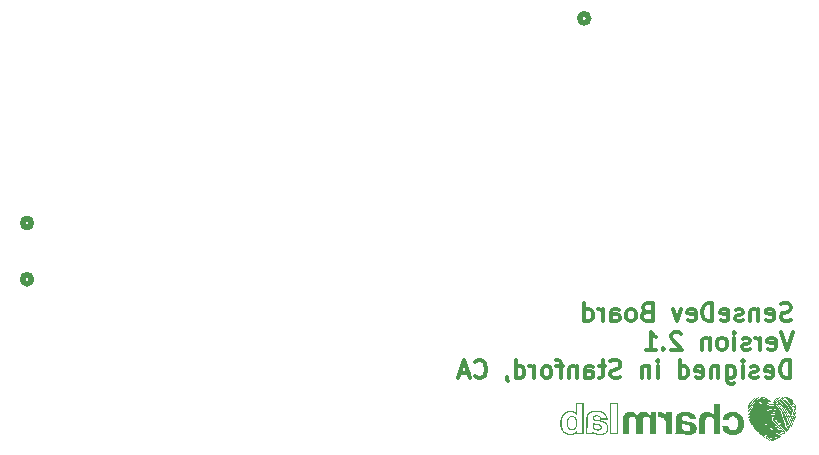
<source format=gbr>
%TF.GenerationSoftware,KiCad,Pcbnew,7.0.7*%
%TF.CreationDate,2024-11-27T13:26:37-08:00*%
%TF.ProjectId,OuterBoard_rev2.1,4f757465-7242-46f6-9172-645f72657632,rev?*%
%TF.SameCoordinates,Original*%
%TF.FileFunction,Legend,Bot*%
%TF.FilePolarity,Positive*%
%FSLAX46Y46*%
G04 Gerber Fmt 4.6, Leading zero omitted, Abs format (unit mm)*
G04 Created by KiCad (PCBNEW 7.0.7) date 2024-11-27 13:26:37*
%MOMM*%
%LPD*%
G01*
G04 APERTURE LIST*
%ADD10C,0.300000*%
%ADD11C,0.508000*%
G04 APERTURE END LIST*
D10*
X177215317Y-122813800D02*
X177001032Y-122885228D01*
X177001032Y-122885228D02*
X176643889Y-122885228D01*
X176643889Y-122885228D02*
X176501032Y-122813800D01*
X176501032Y-122813800D02*
X176429603Y-122742371D01*
X176429603Y-122742371D02*
X176358174Y-122599514D01*
X176358174Y-122599514D02*
X176358174Y-122456657D01*
X176358174Y-122456657D02*
X176429603Y-122313800D01*
X176429603Y-122313800D02*
X176501032Y-122242371D01*
X176501032Y-122242371D02*
X176643889Y-122170942D01*
X176643889Y-122170942D02*
X176929603Y-122099514D01*
X176929603Y-122099514D02*
X177072460Y-122028085D01*
X177072460Y-122028085D02*
X177143889Y-121956657D01*
X177143889Y-121956657D02*
X177215317Y-121813800D01*
X177215317Y-121813800D02*
X177215317Y-121670942D01*
X177215317Y-121670942D02*
X177143889Y-121528085D01*
X177143889Y-121528085D02*
X177072460Y-121456657D01*
X177072460Y-121456657D02*
X176929603Y-121385228D01*
X176929603Y-121385228D02*
X176572460Y-121385228D01*
X176572460Y-121385228D02*
X176358174Y-121456657D01*
X175143889Y-122813800D02*
X175286746Y-122885228D01*
X175286746Y-122885228D02*
X175572461Y-122885228D01*
X175572461Y-122885228D02*
X175715318Y-122813800D01*
X175715318Y-122813800D02*
X175786746Y-122670942D01*
X175786746Y-122670942D02*
X175786746Y-122099514D01*
X175786746Y-122099514D02*
X175715318Y-121956657D01*
X175715318Y-121956657D02*
X175572461Y-121885228D01*
X175572461Y-121885228D02*
X175286746Y-121885228D01*
X175286746Y-121885228D02*
X175143889Y-121956657D01*
X175143889Y-121956657D02*
X175072461Y-122099514D01*
X175072461Y-122099514D02*
X175072461Y-122242371D01*
X175072461Y-122242371D02*
X175786746Y-122385228D01*
X174429604Y-121885228D02*
X174429604Y-122885228D01*
X174429604Y-122028085D02*
X174358175Y-121956657D01*
X174358175Y-121956657D02*
X174215318Y-121885228D01*
X174215318Y-121885228D02*
X174001032Y-121885228D01*
X174001032Y-121885228D02*
X173858175Y-121956657D01*
X173858175Y-121956657D02*
X173786747Y-122099514D01*
X173786747Y-122099514D02*
X173786747Y-122885228D01*
X173143889Y-122813800D02*
X173001032Y-122885228D01*
X173001032Y-122885228D02*
X172715318Y-122885228D01*
X172715318Y-122885228D02*
X172572461Y-122813800D01*
X172572461Y-122813800D02*
X172501032Y-122670942D01*
X172501032Y-122670942D02*
X172501032Y-122599514D01*
X172501032Y-122599514D02*
X172572461Y-122456657D01*
X172572461Y-122456657D02*
X172715318Y-122385228D01*
X172715318Y-122385228D02*
X172929604Y-122385228D01*
X172929604Y-122385228D02*
X173072461Y-122313800D01*
X173072461Y-122313800D02*
X173143889Y-122170942D01*
X173143889Y-122170942D02*
X173143889Y-122099514D01*
X173143889Y-122099514D02*
X173072461Y-121956657D01*
X173072461Y-121956657D02*
X172929604Y-121885228D01*
X172929604Y-121885228D02*
X172715318Y-121885228D01*
X172715318Y-121885228D02*
X172572461Y-121956657D01*
X171286746Y-122813800D02*
X171429603Y-122885228D01*
X171429603Y-122885228D02*
X171715318Y-122885228D01*
X171715318Y-122885228D02*
X171858175Y-122813800D01*
X171858175Y-122813800D02*
X171929603Y-122670942D01*
X171929603Y-122670942D02*
X171929603Y-122099514D01*
X171929603Y-122099514D02*
X171858175Y-121956657D01*
X171858175Y-121956657D02*
X171715318Y-121885228D01*
X171715318Y-121885228D02*
X171429603Y-121885228D01*
X171429603Y-121885228D02*
X171286746Y-121956657D01*
X171286746Y-121956657D02*
X171215318Y-122099514D01*
X171215318Y-122099514D02*
X171215318Y-122242371D01*
X171215318Y-122242371D02*
X171929603Y-122385228D01*
X170572461Y-122885228D02*
X170572461Y-121385228D01*
X170572461Y-121385228D02*
X170215318Y-121385228D01*
X170215318Y-121385228D02*
X170001032Y-121456657D01*
X170001032Y-121456657D02*
X169858175Y-121599514D01*
X169858175Y-121599514D02*
X169786746Y-121742371D01*
X169786746Y-121742371D02*
X169715318Y-122028085D01*
X169715318Y-122028085D02*
X169715318Y-122242371D01*
X169715318Y-122242371D02*
X169786746Y-122528085D01*
X169786746Y-122528085D02*
X169858175Y-122670942D01*
X169858175Y-122670942D02*
X170001032Y-122813800D01*
X170001032Y-122813800D02*
X170215318Y-122885228D01*
X170215318Y-122885228D02*
X170572461Y-122885228D01*
X168501032Y-122813800D02*
X168643889Y-122885228D01*
X168643889Y-122885228D02*
X168929604Y-122885228D01*
X168929604Y-122885228D02*
X169072461Y-122813800D01*
X169072461Y-122813800D02*
X169143889Y-122670942D01*
X169143889Y-122670942D02*
X169143889Y-122099514D01*
X169143889Y-122099514D02*
X169072461Y-121956657D01*
X169072461Y-121956657D02*
X168929604Y-121885228D01*
X168929604Y-121885228D02*
X168643889Y-121885228D01*
X168643889Y-121885228D02*
X168501032Y-121956657D01*
X168501032Y-121956657D02*
X168429604Y-122099514D01*
X168429604Y-122099514D02*
X168429604Y-122242371D01*
X168429604Y-122242371D02*
X169143889Y-122385228D01*
X167929604Y-121885228D02*
X167572461Y-122885228D01*
X167572461Y-122885228D02*
X167215318Y-121885228D01*
X165001033Y-122099514D02*
X164786747Y-122170942D01*
X164786747Y-122170942D02*
X164715318Y-122242371D01*
X164715318Y-122242371D02*
X164643890Y-122385228D01*
X164643890Y-122385228D02*
X164643890Y-122599514D01*
X164643890Y-122599514D02*
X164715318Y-122742371D01*
X164715318Y-122742371D02*
X164786747Y-122813800D01*
X164786747Y-122813800D02*
X164929604Y-122885228D01*
X164929604Y-122885228D02*
X165501033Y-122885228D01*
X165501033Y-122885228D02*
X165501033Y-121385228D01*
X165501033Y-121385228D02*
X165001033Y-121385228D01*
X165001033Y-121385228D02*
X164858176Y-121456657D01*
X164858176Y-121456657D02*
X164786747Y-121528085D01*
X164786747Y-121528085D02*
X164715318Y-121670942D01*
X164715318Y-121670942D02*
X164715318Y-121813800D01*
X164715318Y-121813800D02*
X164786747Y-121956657D01*
X164786747Y-121956657D02*
X164858176Y-122028085D01*
X164858176Y-122028085D02*
X165001033Y-122099514D01*
X165001033Y-122099514D02*
X165501033Y-122099514D01*
X163786747Y-122885228D02*
X163929604Y-122813800D01*
X163929604Y-122813800D02*
X164001033Y-122742371D01*
X164001033Y-122742371D02*
X164072461Y-122599514D01*
X164072461Y-122599514D02*
X164072461Y-122170942D01*
X164072461Y-122170942D02*
X164001033Y-122028085D01*
X164001033Y-122028085D02*
X163929604Y-121956657D01*
X163929604Y-121956657D02*
X163786747Y-121885228D01*
X163786747Y-121885228D02*
X163572461Y-121885228D01*
X163572461Y-121885228D02*
X163429604Y-121956657D01*
X163429604Y-121956657D02*
X163358176Y-122028085D01*
X163358176Y-122028085D02*
X163286747Y-122170942D01*
X163286747Y-122170942D02*
X163286747Y-122599514D01*
X163286747Y-122599514D02*
X163358176Y-122742371D01*
X163358176Y-122742371D02*
X163429604Y-122813800D01*
X163429604Y-122813800D02*
X163572461Y-122885228D01*
X163572461Y-122885228D02*
X163786747Y-122885228D01*
X162001033Y-122885228D02*
X162001033Y-122099514D01*
X162001033Y-122099514D02*
X162072461Y-121956657D01*
X162072461Y-121956657D02*
X162215318Y-121885228D01*
X162215318Y-121885228D02*
X162501033Y-121885228D01*
X162501033Y-121885228D02*
X162643890Y-121956657D01*
X162001033Y-122813800D02*
X162143890Y-122885228D01*
X162143890Y-122885228D02*
X162501033Y-122885228D01*
X162501033Y-122885228D02*
X162643890Y-122813800D01*
X162643890Y-122813800D02*
X162715318Y-122670942D01*
X162715318Y-122670942D02*
X162715318Y-122528085D01*
X162715318Y-122528085D02*
X162643890Y-122385228D01*
X162643890Y-122385228D02*
X162501033Y-122313800D01*
X162501033Y-122313800D02*
X162143890Y-122313800D01*
X162143890Y-122313800D02*
X162001033Y-122242371D01*
X161286747Y-122885228D02*
X161286747Y-121885228D01*
X161286747Y-122170942D02*
X161215318Y-122028085D01*
X161215318Y-122028085D02*
X161143890Y-121956657D01*
X161143890Y-121956657D02*
X161001032Y-121885228D01*
X161001032Y-121885228D02*
X160858175Y-121885228D01*
X159715319Y-122885228D02*
X159715319Y-121385228D01*
X159715319Y-122813800D02*
X159858176Y-122885228D01*
X159858176Y-122885228D02*
X160143890Y-122885228D01*
X160143890Y-122885228D02*
X160286747Y-122813800D01*
X160286747Y-122813800D02*
X160358176Y-122742371D01*
X160358176Y-122742371D02*
X160429604Y-122599514D01*
X160429604Y-122599514D02*
X160429604Y-122170942D01*
X160429604Y-122170942D02*
X160358176Y-122028085D01*
X160358176Y-122028085D02*
X160286747Y-121956657D01*
X160286747Y-121956657D02*
X160143890Y-121885228D01*
X160143890Y-121885228D02*
X159858176Y-121885228D01*
X159858176Y-121885228D02*
X159715319Y-121956657D01*
X177358174Y-123800228D02*
X176858174Y-125300228D01*
X176858174Y-125300228D02*
X176358174Y-123800228D01*
X175286746Y-125228800D02*
X175429603Y-125300228D01*
X175429603Y-125300228D02*
X175715318Y-125300228D01*
X175715318Y-125300228D02*
X175858175Y-125228800D01*
X175858175Y-125228800D02*
X175929603Y-125085942D01*
X175929603Y-125085942D02*
X175929603Y-124514514D01*
X175929603Y-124514514D02*
X175858175Y-124371657D01*
X175858175Y-124371657D02*
X175715318Y-124300228D01*
X175715318Y-124300228D02*
X175429603Y-124300228D01*
X175429603Y-124300228D02*
X175286746Y-124371657D01*
X175286746Y-124371657D02*
X175215318Y-124514514D01*
X175215318Y-124514514D02*
X175215318Y-124657371D01*
X175215318Y-124657371D02*
X175929603Y-124800228D01*
X174572461Y-125300228D02*
X174572461Y-124300228D01*
X174572461Y-124585942D02*
X174501032Y-124443085D01*
X174501032Y-124443085D02*
X174429604Y-124371657D01*
X174429604Y-124371657D02*
X174286746Y-124300228D01*
X174286746Y-124300228D02*
X174143889Y-124300228D01*
X173715318Y-125228800D02*
X173572461Y-125300228D01*
X173572461Y-125300228D02*
X173286747Y-125300228D01*
X173286747Y-125300228D02*
X173143890Y-125228800D01*
X173143890Y-125228800D02*
X173072461Y-125085942D01*
X173072461Y-125085942D02*
X173072461Y-125014514D01*
X173072461Y-125014514D02*
X173143890Y-124871657D01*
X173143890Y-124871657D02*
X173286747Y-124800228D01*
X173286747Y-124800228D02*
X173501033Y-124800228D01*
X173501033Y-124800228D02*
X173643890Y-124728800D01*
X173643890Y-124728800D02*
X173715318Y-124585942D01*
X173715318Y-124585942D02*
X173715318Y-124514514D01*
X173715318Y-124514514D02*
X173643890Y-124371657D01*
X173643890Y-124371657D02*
X173501033Y-124300228D01*
X173501033Y-124300228D02*
X173286747Y-124300228D01*
X173286747Y-124300228D02*
X173143890Y-124371657D01*
X172429604Y-125300228D02*
X172429604Y-124300228D01*
X172429604Y-123800228D02*
X172501032Y-123871657D01*
X172501032Y-123871657D02*
X172429604Y-123943085D01*
X172429604Y-123943085D02*
X172358175Y-123871657D01*
X172358175Y-123871657D02*
X172429604Y-123800228D01*
X172429604Y-123800228D02*
X172429604Y-123943085D01*
X171501032Y-125300228D02*
X171643889Y-125228800D01*
X171643889Y-125228800D02*
X171715318Y-125157371D01*
X171715318Y-125157371D02*
X171786746Y-125014514D01*
X171786746Y-125014514D02*
X171786746Y-124585942D01*
X171786746Y-124585942D02*
X171715318Y-124443085D01*
X171715318Y-124443085D02*
X171643889Y-124371657D01*
X171643889Y-124371657D02*
X171501032Y-124300228D01*
X171501032Y-124300228D02*
X171286746Y-124300228D01*
X171286746Y-124300228D02*
X171143889Y-124371657D01*
X171143889Y-124371657D02*
X171072461Y-124443085D01*
X171072461Y-124443085D02*
X171001032Y-124585942D01*
X171001032Y-124585942D02*
X171001032Y-125014514D01*
X171001032Y-125014514D02*
X171072461Y-125157371D01*
X171072461Y-125157371D02*
X171143889Y-125228800D01*
X171143889Y-125228800D02*
X171286746Y-125300228D01*
X171286746Y-125300228D02*
X171501032Y-125300228D01*
X170358175Y-124300228D02*
X170358175Y-125300228D01*
X170358175Y-124443085D02*
X170286746Y-124371657D01*
X170286746Y-124371657D02*
X170143889Y-124300228D01*
X170143889Y-124300228D02*
X169929603Y-124300228D01*
X169929603Y-124300228D02*
X169786746Y-124371657D01*
X169786746Y-124371657D02*
X169715318Y-124514514D01*
X169715318Y-124514514D02*
X169715318Y-125300228D01*
X167929603Y-123943085D02*
X167858175Y-123871657D01*
X167858175Y-123871657D02*
X167715318Y-123800228D01*
X167715318Y-123800228D02*
X167358175Y-123800228D01*
X167358175Y-123800228D02*
X167215318Y-123871657D01*
X167215318Y-123871657D02*
X167143889Y-123943085D01*
X167143889Y-123943085D02*
X167072460Y-124085942D01*
X167072460Y-124085942D02*
X167072460Y-124228800D01*
X167072460Y-124228800D02*
X167143889Y-124443085D01*
X167143889Y-124443085D02*
X168001032Y-125300228D01*
X168001032Y-125300228D02*
X167072460Y-125300228D01*
X166429604Y-125157371D02*
X166358175Y-125228800D01*
X166358175Y-125228800D02*
X166429604Y-125300228D01*
X166429604Y-125300228D02*
X166501032Y-125228800D01*
X166501032Y-125228800D02*
X166429604Y-125157371D01*
X166429604Y-125157371D02*
X166429604Y-125300228D01*
X164929603Y-125300228D02*
X165786746Y-125300228D01*
X165358175Y-125300228D02*
X165358175Y-123800228D01*
X165358175Y-123800228D02*
X165501032Y-124014514D01*
X165501032Y-124014514D02*
X165643889Y-124157371D01*
X165643889Y-124157371D02*
X165786746Y-124228800D01*
X177143889Y-127715228D02*
X177143889Y-126215228D01*
X177143889Y-126215228D02*
X176786746Y-126215228D01*
X176786746Y-126215228D02*
X176572460Y-126286657D01*
X176572460Y-126286657D02*
X176429603Y-126429514D01*
X176429603Y-126429514D02*
X176358174Y-126572371D01*
X176358174Y-126572371D02*
X176286746Y-126858085D01*
X176286746Y-126858085D02*
X176286746Y-127072371D01*
X176286746Y-127072371D02*
X176358174Y-127358085D01*
X176358174Y-127358085D02*
X176429603Y-127500942D01*
X176429603Y-127500942D02*
X176572460Y-127643800D01*
X176572460Y-127643800D02*
X176786746Y-127715228D01*
X176786746Y-127715228D02*
X177143889Y-127715228D01*
X175072460Y-127643800D02*
X175215317Y-127715228D01*
X175215317Y-127715228D02*
X175501032Y-127715228D01*
X175501032Y-127715228D02*
X175643889Y-127643800D01*
X175643889Y-127643800D02*
X175715317Y-127500942D01*
X175715317Y-127500942D02*
X175715317Y-126929514D01*
X175715317Y-126929514D02*
X175643889Y-126786657D01*
X175643889Y-126786657D02*
X175501032Y-126715228D01*
X175501032Y-126715228D02*
X175215317Y-126715228D01*
X175215317Y-126715228D02*
X175072460Y-126786657D01*
X175072460Y-126786657D02*
X175001032Y-126929514D01*
X175001032Y-126929514D02*
X175001032Y-127072371D01*
X175001032Y-127072371D02*
X175715317Y-127215228D01*
X174429603Y-127643800D02*
X174286746Y-127715228D01*
X174286746Y-127715228D02*
X174001032Y-127715228D01*
X174001032Y-127715228D02*
X173858175Y-127643800D01*
X173858175Y-127643800D02*
X173786746Y-127500942D01*
X173786746Y-127500942D02*
X173786746Y-127429514D01*
X173786746Y-127429514D02*
X173858175Y-127286657D01*
X173858175Y-127286657D02*
X174001032Y-127215228D01*
X174001032Y-127215228D02*
X174215318Y-127215228D01*
X174215318Y-127215228D02*
X174358175Y-127143800D01*
X174358175Y-127143800D02*
X174429603Y-127000942D01*
X174429603Y-127000942D02*
X174429603Y-126929514D01*
X174429603Y-126929514D02*
X174358175Y-126786657D01*
X174358175Y-126786657D02*
X174215318Y-126715228D01*
X174215318Y-126715228D02*
X174001032Y-126715228D01*
X174001032Y-126715228D02*
X173858175Y-126786657D01*
X173143889Y-127715228D02*
X173143889Y-126715228D01*
X173143889Y-126215228D02*
X173215317Y-126286657D01*
X173215317Y-126286657D02*
X173143889Y-126358085D01*
X173143889Y-126358085D02*
X173072460Y-126286657D01*
X173072460Y-126286657D02*
X173143889Y-126215228D01*
X173143889Y-126215228D02*
X173143889Y-126358085D01*
X171786746Y-126715228D02*
X171786746Y-127929514D01*
X171786746Y-127929514D02*
X171858174Y-128072371D01*
X171858174Y-128072371D02*
X171929603Y-128143800D01*
X171929603Y-128143800D02*
X172072460Y-128215228D01*
X172072460Y-128215228D02*
X172286746Y-128215228D01*
X172286746Y-128215228D02*
X172429603Y-128143800D01*
X171786746Y-127643800D02*
X171929603Y-127715228D01*
X171929603Y-127715228D02*
X172215317Y-127715228D01*
X172215317Y-127715228D02*
X172358174Y-127643800D01*
X172358174Y-127643800D02*
X172429603Y-127572371D01*
X172429603Y-127572371D02*
X172501031Y-127429514D01*
X172501031Y-127429514D02*
X172501031Y-127000942D01*
X172501031Y-127000942D02*
X172429603Y-126858085D01*
X172429603Y-126858085D02*
X172358174Y-126786657D01*
X172358174Y-126786657D02*
X172215317Y-126715228D01*
X172215317Y-126715228D02*
X171929603Y-126715228D01*
X171929603Y-126715228D02*
X171786746Y-126786657D01*
X171072460Y-126715228D02*
X171072460Y-127715228D01*
X171072460Y-126858085D02*
X171001031Y-126786657D01*
X171001031Y-126786657D02*
X170858174Y-126715228D01*
X170858174Y-126715228D02*
X170643888Y-126715228D01*
X170643888Y-126715228D02*
X170501031Y-126786657D01*
X170501031Y-126786657D02*
X170429603Y-126929514D01*
X170429603Y-126929514D02*
X170429603Y-127715228D01*
X169143888Y-127643800D02*
X169286745Y-127715228D01*
X169286745Y-127715228D02*
X169572460Y-127715228D01*
X169572460Y-127715228D02*
X169715317Y-127643800D01*
X169715317Y-127643800D02*
X169786745Y-127500942D01*
X169786745Y-127500942D02*
X169786745Y-126929514D01*
X169786745Y-126929514D02*
X169715317Y-126786657D01*
X169715317Y-126786657D02*
X169572460Y-126715228D01*
X169572460Y-126715228D02*
X169286745Y-126715228D01*
X169286745Y-126715228D02*
X169143888Y-126786657D01*
X169143888Y-126786657D02*
X169072460Y-126929514D01*
X169072460Y-126929514D02*
X169072460Y-127072371D01*
X169072460Y-127072371D02*
X169786745Y-127215228D01*
X167786746Y-127715228D02*
X167786746Y-126215228D01*
X167786746Y-127643800D02*
X167929603Y-127715228D01*
X167929603Y-127715228D02*
X168215317Y-127715228D01*
X168215317Y-127715228D02*
X168358174Y-127643800D01*
X168358174Y-127643800D02*
X168429603Y-127572371D01*
X168429603Y-127572371D02*
X168501031Y-127429514D01*
X168501031Y-127429514D02*
X168501031Y-127000942D01*
X168501031Y-127000942D02*
X168429603Y-126858085D01*
X168429603Y-126858085D02*
X168358174Y-126786657D01*
X168358174Y-126786657D02*
X168215317Y-126715228D01*
X168215317Y-126715228D02*
X167929603Y-126715228D01*
X167929603Y-126715228D02*
X167786746Y-126786657D01*
X165929603Y-127715228D02*
X165929603Y-126715228D01*
X165929603Y-126215228D02*
X166001031Y-126286657D01*
X166001031Y-126286657D02*
X165929603Y-126358085D01*
X165929603Y-126358085D02*
X165858174Y-126286657D01*
X165858174Y-126286657D02*
X165929603Y-126215228D01*
X165929603Y-126215228D02*
X165929603Y-126358085D01*
X165215317Y-126715228D02*
X165215317Y-127715228D01*
X165215317Y-126858085D02*
X165143888Y-126786657D01*
X165143888Y-126786657D02*
X165001031Y-126715228D01*
X165001031Y-126715228D02*
X164786745Y-126715228D01*
X164786745Y-126715228D02*
X164643888Y-126786657D01*
X164643888Y-126786657D02*
X164572460Y-126929514D01*
X164572460Y-126929514D02*
X164572460Y-127715228D01*
X162786745Y-127643800D02*
X162572460Y-127715228D01*
X162572460Y-127715228D02*
X162215317Y-127715228D01*
X162215317Y-127715228D02*
X162072460Y-127643800D01*
X162072460Y-127643800D02*
X162001031Y-127572371D01*
X162001031Y-127572371D02*
X161929602Y-127429514D01*
X161929602Y-127429514D02*
X161929602Y-127286657D01*
X161929602Y-127286657D02*
X162001031Y-127143800D01*
X162001031Y-127143800D02*
X162072460Y-127072371D01*
X162072460Y-127072371D02*
X162215317Y-127000942D01*
X162215317Y-127000942D02*
X162501031Y-126929514D01*
X162501031Y-126929514D02*
X162643888Y-126858085D01*
X162643888Y-126858085D02*
X162715317Y-126786657D01*
X162715317Y-126786657D02*
X162786745Y-126643800D01*
X162786745Y-126643800D02*
X162786745Y-126500942D01*
X162786745Y-126500942D02*
X162715317Y-126358085D01*
X162715317Y-126358085D02*
X162643888Y-126286657D01*
X162643888Y-126286657D02*
X162501031Y-126215228D01*
X162501031Y-126215228D02*
X162143888Y-126215228D01*
X162143888Y-126215228D02*
X161929602Y-126286657D01*
X161501031Y-126715228D02*
X160929603Y-126715228D01*
X161286746Y-126215228D02*
X161286746Y-127500942D01*
X161286746Y-127500942D02*
X161215317Y-127643800D01*
X161215317Y-127643800D02*
X161072460Y-127715228D01*
X161072460Y-127715228D02*
X160929603Y-127715228D01*
X159786746Y-127715228D02*
X159786746Y-126929514D01*
X159786746Y-126929514D02*
X159858174Y-126786657D01*
X159858174Y-126786657D02*
X160001031Y-126715228D01*
X160001031Y-126715228D02*
X160286746Y-126715228D01*
X160286746Y-126715228D02*
X160429603Y-126786657D01*
X159786746Y-127643800D02*
X159929603Y-127715228D01*
X159929603Y-127715228D02*
X160286746Y-127715228D01*
X160286746Y-127715228D02*
X160429603Y-127643800D01*
X160429603Y-127643800D02*
X160501031Y-127500942D01*
X160501031Y-127500942D02*
X160501031Y-127358085D01*
X160501031Y-127358085D02*
X160429603Y-127215228D01*
X160429603Y-127215228D02*
X160286746Y-127143800D01*
X160286746Y-127143800D02*
X159929603Y-127143800D01*
X159929603Y-127143800D02*
X159786746Y-127072371D01*
X159072460Y-126715228D02*
X159072460Y-127715228D01*
X159072460Y-126858085D02*
X159001031Y-126786657D01*
X159001031Y-126786657D02*
X158858174Y-126715228D01*
X158858174Y-126715228D02*
X158643888Y-126715228D01*
X158643888Y-126715228D02*
X158501031Y-126786657D01*
X158501031Y-126786657D02*
X158429603Y-126929514D01*
X158429603Y-126929514D02*
X158429603Y-127715228D01*
X157929602Y-126715228D02*
X157358174Y-126715228D01*
X157715317Y-127715228D02*
X157715317Y-126429514D01*
X157715317Y-126429514D02*
X157643888Y-126286657D01*
X157643888Y-126286657D02*
X157501031Y-126215228D01*
X157501031Y-126215228D02*
X157358174Y-126215228D01*
X156643888Y-127715228D02*
X156786745Y-127643800D01*
X156786745Y-127643800D02*
X156858174Y-127572371D01*
X156858174Y-127572371D02*
X156929602Y-127429514D01*
X156929602Y-127429514D02*
X156929602Y-127000942D01*
X156929602Y-127000942D02*
X156858174Y-126858085D01*
X156858174Y-126858085D02*
X156786745Y-126786657D01*
X156786745Y-126786657D02*
X156643888Y-126715228D01*
X156643888Y-126715228D02*
X156429602Y-126715228D01*
X156429602Y-126715228D02*
X156286745Y-126786657D01*
X156286745Y-126786657D02*
X156215317Y-126858085D01*
X156215317Y-126858085D02*
X156143888Y-127000942D01*
X156143888Y-127000942D02*
X156143888Y-127429514D01*
X156143888Y-127429514D02*
X156215317Y-127572371D01*
X156215317Y-127572371D02*
X156286745Y-127643800D01*
X156286745Y-127643800D02*
X156429602Y-127715228D01*
X156429602Y-127715228D02*
X156643888Y-127715228D01*
X155501031Y-127715228D02*
X155501031Y-126715228D01*
X155501031Y-127000942D02*
X155429602Y-126858085D01*
X155429602Y-126858085D02*
X155358174Y-126786657D01*
X155358174Y-126786657D02*
X155215316Y-126715228D01*
X155215316Y-126715228D02*
X155072459Y-126715228D01*
X153929603Y-127715228D02*
X153929603Y-126215228D01*
X153929603Y-127643800D02*
X154072460Y-127715228D01*
X154072460Y-127715228D02*
X154358174Y-127715228D01*
X154358174Y-127715228D02*
X154501031Y-127643800D01*
X154501031Y-127643800D02*
X154572460Y-127572371D01*
X154572460Y-127572371D02*
X154643888Y-127429514D01*
X154643888Y-127429514D02*
X154643888Y-127000942D01*
X154643888Y-127000942D02*
X154572460Y-126858085D01*
X154572460Y-126858085D02*
X154501031Y-126786657D01*
X154501031Y-126786657D02*
X154358174Y-126715228D01*
X154358174Y-126715228D02*
X154072460Y-126715228D01*
X154072460Y-126715228D02*
X153929603Y-126786657D01*
X153143888Y-127643800D02*
X153143888Y-127715228D01*
X153143888Y-127715228D02*
X153215317Y-127858085D01*
X153215317Y-127858085D02*
X153286745Y-127929514D01*
X150501031Y-127572371D02*
X150572459Y-127643800D01*
X150572459Y-127643800D02*
X150786745Y-127715228D01*
X150786745Y-127715228D02*
X150929602Y-127715228D01*
X150929602Y-127715228D02*
X151143888Y-127643800D01*
X151143888Y-127643800D02*
X151286745Y-127500942D01*
X151286745Y-127500942D02*
X151358174Y-127358085D01*
X151358174Y-127358085D02*
X151429602Y-127072371D01*
X151429602Y-127072371D02*
X151429602Y-126858085D01*
X151429602Y-126858085D02*
X151358174Y-126572371D01*
X151358174Y-126572371D02*
X151286745Y-126429514D01*
X151286745Y-126429514D02*
X151143888Y-126286657D01*
X151143888Y-126286657D02*
X150929602Y-126215228D01*
X150929602Y-126215228D02*
X150786745Y-126215228D01*
X150786745Y-126215228D02*
X150572459Y-126286657D01*
X150572459Y-126286657D02*
X150501031Y-126358085D01*
X149929602Y-127286657D02*
X149215317Y-127286657D01*
X150072459Y-127715228D02*
X149572459Y-126215228D01*
X149572459Y-126215228D02*
X149072459Y-127715228D01*
D11*
%TO.C,J11*%
X160096200Y-97256598D02*
G75*
G03*
X160096200Y-97256598I-381000J0D01*
G01*
%TO.C,SW2*%
X112922051Y-119346400D02*
G75*
G03*
X112922051Y-119346400I-381000J0D01*
G01*
%TO.C,SW1*%
X112922051Y-114575300D02*
G75*
G03*
X112922051Y-114575300I-381000J0D01*
G01*
%TO.C,G\u002A\u002A\u002A*%
G36*
X177663154Y-130430321D02*
G01*
X177681424Y-130438799D01*
X177691375Y-130453701D01*
X177691102Y-130470449D01*
X177678697Y-130484468D01*
X177665211Y-130491211D01*
X177654476Y-130489991D01*
X177641625Y-130477756D01*
X177635516Y-130468933D01*
X177632034Y-130450528D01*
X177639326Y-130435762D01*
X177655888Y-130429712D01*
X177663154Y-130430321D01*
G37*
G36*
X173650784Y-130626112D02*
G01*
X173654772Y-130639789D01*
X173648157Y-130664749D01*
X173635813Y-130687316D01*
X173609635Y-130708473D01*
X173593619Y-130715658D01*
X173579434Y-130717547D01*
X173566311Y-130711523D01*
X173552223Y-130697745D01*
X173547990Y-130678806D01*
X173557061Y-130659519D01*
X173578344Y-130641936D01*
X173610745Y-130628110D01*
X173635304Y-130622846D01*
X173650784Y-130626112D01*
G37*
G36*
X177461859Y-129810038D02*
G01*
X177488658Y-129823487D01*
X177517209Y-129848396D01*
X177546149Y-129883191D01*
X177574117Y-129926298D01*
X177599750Y-129976145D01*
X177621687Y-130031156D01*
X177630133Y-130059913D01*
X177636027Y-130091989D01*
X177636741Y-130117205D01*
X177631880Y-130131665D01*
X177623211Y-130136668D01*
X177614403Y-130130067D01*
X177606353Y-130108665D01*
X177602456Y-130097937D01*
X177588922Y-130072230D01*
X177571517Y-130047341D01*
X177558912Y-130030812D01*
X177537938Y-130000124D01*
X177519328Y-129969638D01*
X177516338Y-129964449D01*
X177493061Y-129932146D01*
X177470440Y-129915156D01*
X177462433Y-129911361D01*
X177439072Y-129893634D01*
X177423045Y-129871304D01*
X177415670Y-129847915D01*
X177418262Y-129827009D01*
X177432141Y-129812132D01*
X177438173Y-129809622D01*
X177461859Y-129810038D01*
G37*
G36*
X177408544Y-130850792D02*
G01*
X177426659Y-130853833D01*
X177434001Y-130861997D01*
X177435379Y-130880361D01*
X177435990Y-130893082D01*
X177441379Y-130906185D01*
X177455161Y-130912346D01*
X177470800Y-130920768D01*
X177478900Y-130940419D01*
X177482608Y-130952960D01*
X177492545Y-130977899D01*
X177506828Y-131009679D01*
X177523759Y-131044369D01*
X177548494Y-131098397D01*
X177566758Y-131153574D01*
X177573730Y-131200033D01*
X177569316Y-131237082D01*
X177553421Y-131264029D01*
X177544409Y-131270851D01*
X177534519Y-131272565D01*
X177531709Y-131269209D01*
X177522502Y-131254048D01*
X177509359Y-131229871D01*
X177494126Y-131199998D01*
X177491551Y-131194874D01*
X177455202Y-131133919D01*
X177413471Y-131081502D01*
X177410117Y-131077869D01*
X177378017Y-131037036D01*
X177354886Y-130996061D01*
X177340776Y-130956790D01*
X177335735Y-130921072D01*
X177339814Y-130890755D01*
X177353061Y-130867686D01*
X177375528Y-130853712D01*
X177407263Y-130850683D01*
X177408544Y-130850792D01*
G37*
G36*
X177466524Y-130018826D02*
G01*
X177493692Y-130029530D01*
X177521735Y-130051502D01*
X177547456Y-130081806D01*
X177567655Y-130117508D01*
X177568171Y-130118670D01*
X177577699Y-130138039D01*
X177592031Y-130165121D01*
X177608273Y-130194432D01*
X177624442Y-130224671D01*
X177633789Y-130248709D01*
X177638280Y-130273487D01*
X177639884Y-130305955D01*
X177639850Y-130329916D01*
X177636871Y-130360343D01*
X177630033Y-130377308D01*
X177621648Y-130384759D01*
X177610251Y-130387895D01*
X177600099Y-130378320D01*
X177585634Y-130355589D01*
X177567832Y-130321517D01*
X177547637Y-130277907D01*
X177525990Y-130226564D01*
X177522632Y-130218297D01*
X177507279Y-130182588D01*
X177494744Y-130159006D01*
X177483118Y-130145142D01*
X177470494Y-130138589D01*
X177454963Y-130136940D01*
X177448509Y-130135941D01*
X177432142Y-130124155D01*
X177420213Y-130102631D01*
X177415597Y-130075833D01*
X177416399Y-130066638D01*
X177425284Y-130043118D01*
X177440937Y-130025306D01*
X177459511Y-130018248D01*
X177466524Y-130018826D01*
G37*
G36*
X177475070Y-130621677D02*
G01*
X177486767Y-130632822D01*
X177492129Y-130644248D01*
X177487878Y-130657192D01*
X177485640Y-130661535D01*
X177479091Y-130682412D01*
X177485207Y-130694773D01*
X177504616Y-130700223D01*
X177518752Y-130702740D01*
X177528787Y-130709498D01*
X177537191Y-130724093D01*
X177547069Y-130750180D01*
X177550106Y-130758413D01*
X177563530Y-130790910D01*
X177580646Y-130828605D01*
X177598502Y-130864915D01*
X177620856Y-130915184D01*
X177632577Y-130961894D01*
X177632838Y-131006397D01*
X177622128Y-131052581D01*
X177615642Y-131068478D01*
X177606914Y-131080137D01*
X177600247Y-131078955D01*
X177597591Y-131064022D01*
X177597030Y-131057547D01*
X177589912Y-131033680D01*
X177574389Y-130999918D01*
X177550178Y-130955759D01*
X177516992Y-130900701D01*
X177474548Y-130834243D01*
X177422560Y-130755883D01*
X177404857Y-130719351D01*
X177400807Y-130679762D01*
X177410930Y-130635444D01*
X177416174Y-130623659D01*
X177431475Y-130607838D01*
X177451230Y-130607152D01*
X177475070Y-130621677D01*
G37*
G36*
X173965629Y-130124169D02*
G01*
X173965539Y-130125279D01*
X173959528Y-130140033D01*
X173945107Y-130164858D01*
X173923691Y-130197832D01*
X173896698Y-130237034D01*
X173865544Y-130280542D01*
X173831645Y-130326433D01*
X173796420Y-130372787D01*
X173761284Y-130417681D01*
X173727655Y-130459194D01*
X173696948Y-130495404D01*
X173670581Y-130524389D01*
X173640662Y-130555006D01*
X173618694Y-130575768D01*
X173602728Y-130588102D01*
X173590523Y-130593736D01*
X173579836Y-130594399D01*
X173566639Y-130589702D01*
X173553528Y-130573331D01*
X173548215Y-130548654D01*
X173550715Y-130518946D01*
X173561042Y-130487483D01*
X173579211Y-130457541D01*
X173590283Y-130445924D01*
X173612746Y-130427019D01*
X173638427Y-130408835D01*
X173654595Y-130397172D01*
X173686210Y-130368377D01*
X173713322Y-130336579D01*
X173720146Y-130327445D01*
X173746935Y-130294757D01*
X173779757Y-130258028D01*
X173815429Y-130220538D01*
X173850768Y-130185566D01*
X173882588Y-130156393D01*
X173907709Y-130136299D01*
X173920893Y-130127629D01*
X173944900Y-130115748D01*
X173960235Y-130114506D01*
X173965629Y-130124169D01*
G37*
G36*
X162571236Y-131152412D02*
G01*
X162571236Y-131155802D01*
X162571204Y-131299268D01*
X162571111Y-131438434D01*
X162570963Y-131572478D01*
X162570761Y-131700576D01*
X162570509Y-131821905D01*
X162570210Y-131935641D01*
X162569868Y-132040961D01*
X162569486Y-132137042D01*
X162569067Y-132223061D01*
X162568614Y-132298194D01*
X162568131Y-132361618D01*
X162567621Y-132412510D01*
X162567087Y-132450046D01*
X162566533Y-132473403D01*
X162565961Y-132481758D01*
X162564486Y-132482186D01*
X162550317Y-132483305D01*
X162522651Y-132484329D01*
X162483193Y-132485229D01*
X162433647Y-132485976D01*
X162375719Y-132486545D01*
X162311114Y-132486907D01*
X162241537Y-132487033D01*
X161922389Y-132487033D01*
X161922389Y-132384167D01*
X162017342Y-132384167D01*
X162242856Y-132384167D01*
X162468370Y-132384167D01*
X162468370Y-131157687D01*
X162468370Y-129931208D01*
X162242856Y-129931208D01*
X162017342Y-129931208D01*
X162017342Y-131157687D01*
X162017342Y-132384167D01*
X161922389Y-132384167D01*
X161922389Y-131157687D01*
X161922389Y-129828342D01*
X162246812Y-129828342D01*
X162571236Y-129828342D01*
X162571236Y-129931208D01*
X162571236Y-131152412D01*
G37*
G36*
X177496908Y-130300920D02*
G01*
X177509728Y-130318253D01*
X177522944Y-130350504D01*
X177537381Y-130398061D01*
X177537505Y-130398505D01*
X177548561Y-130427435D01*
X177565748Y-130461354D01*
X177585399Y-130493014D01*
X177606357Y-130524058D01*
X177628477Y-130561423D01*
X177641074Y-130590603D01*
X177645068Y-130613455D01*
X177645070Y-130613727D01*
X177647311Y-130630550D01*
X177652985Y-130656786D01*
X177660893Y-130686877D01*
X177663784Y-130697380D01*
X177673738Y-130745073D01*
X177676530Y-130784487D01*
X177671916Y-130812835D01*
X177668960Y-130818960D01*
X177658906Y-130825245D01*
X177646158Y-130816700D01*
X177631008Y-130793830D01*
X177613752Y-130757141D01*
X177594681Y-130707137D01*
X177574088Y-130644324D01*
X177570000Y-130631172D01*
X177557836Y-130595278D01*
X177546163Y-130569361D01*
X177532314Y-130549296D01*
X177513623Y-130530956D01*
X177487422Y-130510216D01*
X177476220Y-130500744D01*
X177465697Y-130484156D01*
X177463074Y-130460382D01*
X177462899Y-130453064D01*
X177457623Y-130429527D01*
X177442683Y-130411414D01*
X177422292Y-130393874D01*
X177442563Y-130353516D01*
X177452580Y-130334556D01*
X177469158Y-130309459D01*
X177483659Y-130298117D01*
X177496908Y-130300920D01*
G37*
G36*
X175117096Y-132542796D02*
G01*
X175129744Y-132551832D01*
X175145228Y-132569534D01*
X175160316Y-132591341D01*
X175171771Y-132612694D01*
X175176360Y-132629034D01*
X175178600Y-132643114D01*
X175190927Y-132672993D01*
X175212580Y-132709041D01*
X175241920Y-132748657D01*
X175277306Y-132789239D01*
X175300298Y-132814407D01*
X175322536Y-132840436D01*
X175338605Y-132861182D01*
X175346051Y-132873635D01*
X175347687Y-132877289D01*
X175360939Y-132892328D01*
X175380968Y-132905876D01*
X175382152Y-132906500D01*
X175401223Y-132919789D01*
X175424941Y-132940512D01*
X175450544Y-132965697D01*
X175475269Y-132992373D01*
X175496350Y-133017568D01*
X175511026Y-133038311D01*
X175516532Y-133051631D01*
X175511378Y-133051776D01*
X175495025Y-133045537D01*
X175470021Y-133033890D01*
X175438990Y-133018232D01*
X175404555Y-132999959D01*
X175369339Y-132980464D01*
X175335966Y-132961145D01*
X175307059Y-132943395D01*
X175285241Y-132928610D01*
X175260314Y-132908663D01*
X175219423Y-132870637D01*
X175179290Y-132827837D01*
X175144052Y-132784778D01*
X175117848Y-132745976D01*
X175114649Y-132740149D01*
X175101395Y-132711166D01*
X175088189Y-132676115D01*
X175076696Y-132640096D01*
X175068579Y-132608210D01*
X175065504Y-132585558D01*
X175065752Y-132582144D01*
X175074903Y-132563340D01*
X175093160Y-132548468D01*
X175114916Y-132542423D01*
X175117096Y-132542796D01*
G37*
G36*
X166130657Y-130559225D02*
G01*
X166211099Y-130573344D01*
X166292054Y-130598911D01*
X166370926Y-130635065D01*
X166445120Y-130680943D01*
X166512042Y-130735684D01*
X166536873Y-130759848D01*
X166579865Y-130807174D01*
X166614643Y-130854983D01*
X166645184Y-130908435D01*
X166669539Y-130955912D01*
X166671774Y-130781831D01*
X166674009Y-130607750D01*
X166917326Y-130605657D01*
X167160644Y-130603565D01*
X167160644Y-131541452D01*
X167160644Y-132479340D01*
X166905457Y-132477252D01*
X166650270Y-132475164D01*
X166645597Y-131972703D01*
X166645376Y-131948989D01*
X166644395Y-131846645D01*
X166643437Y-131758504D01*
X166642406Y-131683226D01*
X166641207Y-131619473D01*
X166639742Y-131565908D01*
X166637915Y-131521192D01*
X166635631Y-131483987D01*
X166632793Y-131452953D01*
X166629304Y-131426754D01*
X166625068Y-131404051D01*
X166619989Y-131383505D01*
X166613970Y-131363778D01*
X166606916Y-131343532D01*
X166598730Y-131321428D01*
X166594523Y-131310668D01*
X166558599Y-131241719D01*
X166510758Y-131179626D01*
X166453479Y-131127165D01*
X166389242Y-131087109D01*
X166364705Y-131075666D01*
X166322885Y-131059807D01*
X166279948Y-131049018D01*
X166232275Y-131042707D01*
X166176247Y-131040281D01*
X166108245Y-131041149D01*
X166085387Y-131041945D01*
X166044129Y-131043871D01*
X166009364Y-131046121D01*
X165984201Y-131048477D01*
X165971750Y-131050722D01*
X165967907Y-131051550D01*
X165964795Y-131049382D01*
X165962403Y-131042582D01*
X165960637Y-131029553D01*
X165959402Y-131008695D01*
X165958605Y-130978408D01*
X165958152Y-130937093D01*
X165957949Y-130883152D01*
X165957903Y-130814984D01*
X165957903Y-130573454D01*
X165997856Y-130564885D01*
X166053323Y-130557417D01*
X166130657Y-130559225D01*
G37*
G36*
X174619656Y-129275366D02*
G01*
X174634053Y-129278992D01*
X174638214Y-129286113D01*
X174637008Y-129290786D01*
X174624532Y-129303389D01*
X174601355Y-129315615D01*
X174571000Y-129325406D01*
X174547902Y-129333294D01*
X174529740Y-129348291D01*
X174515732Y-129374180D01*
X174515657Y-129374360D01*
X174500884Y-129396201D01*
X174480609Y-129412585D01*
X174480336Y-129412727D01*
X174460110Y-129429233D01*
X174445438Y-129451104D01*
X174441880Y-129458667D01*
X174427258Y-129475715D01*
X174402765Y-129486578D01*
X174391564Y-129490806D01*
X174378231Y-129498055D01*
X174361875Y-129509335D01*
X174341104Y-129525804D01*
X174314521Y-129548621D01*
X174280731Y-129578947D01*
X174238341Y-129617940D01*
X174185954Y-129666759D01*
X174182374Y-129670150D01*
X174154311Y-129698667D01*
X174123709Y-129732326D01*
X174096583Y-129764546D01*
X174095110Y-129766382D01*
X174068351Y-129796685D01*
X174042183Y-129821309D01*
X174020620Y-129836457D01*
X174008376Y-129844080D01*
X173979877Y-129869976D01*
X173949128Y-129907645D01*
X173942988Y-129915961D01*
X173922543Y-129942041D01*
X173904445Y-129962931D01*
X173892024Y-129974720D01*
X173879198Y-129982435D01*
X173867560Y-129986597D01*
X173863919Y-129986164D01*
X173848548Y-129976421D01*
X173836184Y-129958197D01*
X173831111Y-129937285D01*
X173831114Y-129936836D01*
X173834905Y-129919130D01*
X173847149Y-129900230D01*
X173869648Y-129877990D01*
X173904205Y-129850262D01*
X173919779Y-129835349D01*
X173944150Y-129802445D01*
X173970591Y-129756856D01*
X173973992Y-129750465D01*
X173998918Y-129708070D01*
X174023365Y-129675749D01*
X174050725Y-129648934D01*
X174055389Y-129644832D01*
X174081788Y-129618710D01*
X174110450Y-129586681D01*
X174135944Y-129554748D01*
X174150290Y-129535984D01*
X174168085Y-129515354D01*
X174187798Y-129496405D01*
X174212324Y-129476650D01*
X174244558Y-129453606D01*
X174287396Y-129424787D01*
X174302199Y-129415087D01*
X174348022Y-129386135D01*
X174395153Y-129357690D01*
X174438820Y-129332590D01*
X174474254Y-129313672D01*
X174491293Y-129305245D01*
X174524939Y-129289762D01*
X174550748Y-129280361D01*
X174572860Y-129275703D01*
X174595410Y-129274448D01*
X174619656Y-129275366D01*
G37*
G36*
X161208340Y-131907515D02*
G01*
X161198239Y-131970322D01*
X161194874Y-131981655D01*
X161170100Y-132033778D01*
X161132794Y-132076530D01*
X161083327Y-132109649D01*
X161022070Y-132132873D01*
X160949397Y-132145939D01*
X160886736Y-132149907D01*
X160797255Y-132146005D01*
X160717372Y-132129958D01*
X160647309Y-132101864D01*
X160587287Y-132061822D01*
X160537528Y-132009930D01*
X160498254Y-131946285D01*
X160490809Y-131930602D01*
X160477883Y-131899693D01*
X160467994Y-131868717D01*
X160460759Y-131835051D01*
X160455793Y-131796071D01*
X160452712Y-131749153D01*
X160451133Y-131691674D01*
X160450934Y-131661060D01*
X160546173Y-131661060D01*
X160546325Y-131683718D01*
X160548599Y-131715028D01*
X160552564Y-131751492D01*
X160557788Y-131789611D01*
X160563837Y-131825886D01*
X160570279Y-131856820D01*
X160576682Y-131878914D01*
X160588442Y-131905578D01*
X160622929Y-131956609D01*
X160668733Y-131997057D01*
X160724995Y-132026264D01*
X160790862Y-132043572D01*
X160817263Y-132047039D01*
X160862539Y-132050269D01*
X160904565Y-132050262D01*
X160937249Y-132046879D01*
X160939017Y-132046530D01*
X160981340Y-132037813D01*
X161011430Y-132030492D01*
X161032563Y-132023487D01*
X161048016Y-132015721D01*
X161061064Y-132006114D01*
X161085668Y-131978646D01*
X161102065Y-131940183D01*
X161107199Y-131891851D01*
X161103867Y-131852995D01*
X161092289Y-131816284D01*
X161071382Y-131785099D01*
X161040073Y-131758751D01*
X160997290Y-131736552D01*
X160941960Y-131717814D01*
X160873012Y-131701851D01*
X160789372Y-131687973D01*
X160782988Y-131687054D01*
X160735471Y-131679871D01*
X160688131Y-131672202D01*
X160646137Y-131664909D01*
X160614660Y-131658852D01*
X160606865Y-131657259D01*
X160578712Y-131652325D01*
X160557899Y-131649958D01*
X160548464Y-131650657D01*
X160546173Y-131661060D01*
X160450934Y-131661060D01*
X160450673Y-131621011D01*
X160450613Y-131463181D01*
X160476330Y-131487619D01*
X160498407Y-131506113D01*
X160525516Y-131522957D01*
X160558318Y-131537487D01*
X160598837Y-131550336D01*
X160649094Y-131562139D01*
X160711110Y-131573533D01*
X160786906Y-131585150D01*
X160814557Y-131589235D01*
X160893773Y-131602770D01*
X160959766Y-131617435D01*
X161014519Y-131633895D01*
X161060013Y-131652815D01*
X161098232Y-131674860D01*
X161131160Y-131700697D01*
X161162804Y-131736732D01*
X161189920Y-131787896D01*
X161205333Y-131845765D01*
X161207577Y-131891851D01*
X161208340Y-131907515D01*
G37*
G36*
X175702027Y-130985774D02*
G01*
X175715041Y-130997987D01*
X175731208Y-131021152D01*
X175751723Y-131056390D01*
X175777781Y-131104825D01*
X175796179Y-131138734D01*
X175818519Y-131175917D01*
X175841935Y-131209063D01*
X175869962Y-131243077D01*
X175906137Y-131282863D01*
X175934103Y-131313086D01*
X176007824Y-131395878D01*
X176082940Y-131484907D01*
X176161551Y-131582704D01*
X176245759Y-131691800D01*
X176263211Y-131714750D01*
X176301860Y-131765024D01*
X176333822Y-131805442D01*
X176360961Y-131838125D01*
X176385143Y-131865197D01*
X176408233Y-131888778D01*
X176432095Y-131910992D01*
X176458597Y-131933960D01*
X176461538Y-131936504D01*
X176490127Y-131965678D01*
X176521760Y-132004627D01*
X176553105Y-132049286D01*
X176567516Y-132070620D01*
X176593685Y-132105903D01*
X176617940Y-132134544D01*
X176637371Y-132152960D01*
X176647317Y-132161138D01*
X176672868Y-132186602D01*
X176694148Y-132213214D01*
X176702447Y-132225401D01*
X176720470Y-132251306D01*
X176735337Y-132272018D01*
X176737966Y-132275953D01*
X176748509Y-132304424D01*
X176752338Y-132340002D01*
X176749277Y-132376497D01*
X176739153Y-132407717D01*
X176724770Y-132425589D01*
X176704330Y-132433037D01*
X176682951Y-132426568D01*
X176664032Y-132406247D01*
X176663110Y-132404708D01*
X176651373Y-132381205D01*
X176643956Y-132359764D01*
X176635402Y-132340133D01*
X176620277Y-132320783D01*
X176605799Y-132300215D01*
X176595950Y-132267683D01*
X176585290Y-132233602D01*
X176561235Y-132198468D01*
X176550298Y-132185396D01*
X176530281Y-132159616D01*
X176515103Y-132137818D01*
X176508838Y-132129457D01*
X176491129Y-132109411D01*
X176465682Y-132082751D01*
X176434872Y-132051940D01*
X176401073Y-132019445D01*
X176373436Y-131993120D01*
X176327415Y-131947364D01*
X176290342Y-131907122D01*
X176259871Y-131869608D01*
X176233657Y-131832034D01*
X176209354Y-131791613D01*
X176189178Y-131759160D01*
X176148211Y-131704218D01*
X176099444Y-131648521D01*
X176046620Y-131596233D01*
X175993482Y-131551515D01*
X175992432Y-131550714D01*
X175965238Y-131527687D01*
X175940783Y-131503207D01*
X175924248Y-131482441D01*
X175919288Y-131475332D01*
X175897592Y-131452213D01*
X175874037Y-131435364D01*
X175866888Y-131431206D01*
X175842790Y-131411649D01*
X175822933Y-131388396D01*
X175813736Y-131375925D01*
X175791049Y-131350273D01*
X175766642Y-131327247D01*
X175748449Y-131309304D01*
X175718559Y-131265773D01*
X175693668Y-131210076D01*
X175674625Y-131144298D01*
X175662275Y-131070521D01*
X175660138Y-131040516D01*
X175662478Y-131019758D01*
X175670008Y-131003534D01*
X175680680Y-130989709D01*
X175690972Y-130983389D01*
X175702027Y-130985774D01*
G37*
G36*
X171211984Y-131189338D02*
G01*
X171211984Y-132479120D01*
X170955250Y-132479120D01*
X170698516Y-132479120D01*
X170695783Y-131911379D01*
X170695594Y-131872279D01*
X170695009Y-131761237D01*
X170694359Y-131664427D01*
X170693553Y-131580644D01*
X170692500Y-131508685D01*
X170691109Y-131447344D01*
X170689291Y-131395417D01*
X170686954Y-131351699D01*
X170684007Y-131314987D01*
X170680361Y-131284075D01*
X170675924Y-131257760D01*
X170670605Y-131234836D01*
X170664315Y-131214099D01*
X170656962Y-131194344D01*
X170648456Y-131174368D01*
X170638706Y-131152966D01*
X170637070Y-131149464D01*
X170603405Y-131091249D01*
X170562433Y-131045010D01*
X170512973Y-131010093D01*
X170453845Y-130985845D01*
X170383865Y-130971613D01*
X170301855Y-130966745D01*
X170276907Y-130967088D01*
X170207832Y-130974163D01*
X170149487Y-130991006D01*
X170100894Y-131018501D01*
X170061071Y-131057529D01*
X170029040Y-131108974D01*
X170003821Y-131173717D01*
X169984433Y-131252641D01*
X169982851Y-131267166D01*
X169981147Y-131297838D01*
X169979524Y-131343155D01*
X169977992Y-131402495D01*
X169976565Y-131475236D01*
X169975253Y-131560754D01*
X169974069Y-131658427D01*
X169973026Y-131767633D01*
X169972134Y-131887749D01*
X169968305Y-132479338D01*
X169713805Y-132477251D01*
X169459305Y-132475164D01*
X169456955Y-131913357D01*
X169456680Y-131838354D01*
X169456440Y-131713727D01*
X169456568Y-131603188D01*
X169457100Y-131505621D01*
X169458073Y-131419905D01*
X169459525Y-131344923D01*
X169461491Y-131279558D01*
X169464009Y-131222689D01*
X169467116Y-131173200D01*
X169470849Y-131129972D01*
X169475243Y-131091887D01*
X169480337Y-131057826D01*
X169486167Y-131026671D01*
X169491459Y-131002787D01*
X169520882Y-130907429D01*
X169561208Y-130823539D01*
X169612428Y-130751124D01*
X169674537Y-130690191D01*
X169747527Y-130640747D01*
X169831392Y-130602800D01*
X169926125Y-130576357D01*
X169930387Y-130575493D01*
X169988842Y-130566307D01*
X170052952Y-130560317D01*
X170117479Y-130557742D01*
X170177189Y-130558803D01*
X170226843Y-130563719D01*
X170259891Y-130569844D01*
X170353819Y-130596301D01*
X170441324Y-130634482D01*
X170520498Y-130683274D01*
X170589433Y-130741565D01*
X170646221Y-130808242D01*
X170653704Y-130818639D01*
X170671268Y-130841905D01*
X170684756Y-130858175D01*
X170691719Y-130864427D01*
X170691801Y-130864389D01*
X170692851Y-130855647D01*
X170693841Y-130832537D01*
X170694752Y-130796413D01*
X170695569Y-130748630D01*
X170696275Y-130690543D01*
X170696853Y-130623505D01*
X170697287Y-130548871D01*
X170697559Y-130467997D01*
X170697654Y-130382236D01*
X170697654Y-129899557D01*
X170954819Y-129899557D01*
X171211984Y-129899557D01*
X171211984Y-131189338D01*
G37*
G36*
X159131676Y-131540407D02*
G01*
X159131161Y-131585936D01*
X159129881Y-131621370D01*
X159127526Y-131650120D01*
X159123784Y-131675592D01*
X159118344Y-131701197D01*
X159110895Y-131730342D01*
X159106811Y-131744858D01*
X159092565Y-131788842D01*
X159076133Y-131832643D01*
X159060309Y-131868624D01*
X159023159Y-131930315D01*
X158974402Y-131987894D01*
X158918062Y-132036194D01*
X158856702Y-132073033D01*
X158792887Y-132096229D01*
X158780664Y-132098829D01*
X158735323Y-132104401D01*
X158683741Y-132106236D01*
X158632836Y-132104260D01*
X158589523Y-132098401D01*
X158523880Y-132077434D01*
X158459594Y-132041495D01*
X158401692Y-131992561D01*
X158351633Y-131931877D01*
X158310879Y-131860690D01*
X158297601Y-131830661D01*
X158262634Y-131726455D01*
X158241796Y-131616152D01*
X158235301Y-131501893D01*
X158342986Y-131501893D01*
X158342992Y-131508297D01*
X158344231Y-131578543D01*
X158348072Y-131636906D01*
X158355174Y-131686930D01*
X158366195Y-131732153D01*
X158381796Y-131776116D01*
X158402635Y-131822360D01*
X158412021Y-131840056D01*
X158444589Y-131887564D01*
X158484097Y-131930282D01*
X158526974Y-131964684D01*
X158569648Y-131987243D01*
X158596274Y-131995162D01*
X158648088Y-132003103D01*
X158703904Y-132004472D01*
X158757593Y-131999264D01*
X158803023Y-131987472D01*
X158849338Y-131962755D01*
X158895371Y-131924649D01*
X158936671Y-131876697D01*
X158970199Y-131821911D01*
X158990655Y-131777496D01*
X159006650Y-131732966D01*
X159017960Y-131686605D01*
X159025232Y-131634948D01*
X159029119Y-131574532D01*
X159030270Y-131501893D01*
X159029205Y-131431660D01*
X159025429Y-131370860D01*
X159018291Y-131318946D01*
X159007140Y-131272453D01*
X158991326Y-131227917D01*
X158970199Y-131181875D01*
X158941928Y-131134186D01*
X158899470Y-131082978D01*
X158851053Y-131042529D01*
X158799266Y-131015363D01*
X158795881Y-131014132D01*
X158743043Y-131001604D01*
X158683902Y-130997633D01*
X158624996Y-131002219D01*
X158572863Y-131015363D01*
X158571148Y-131016012D01*
X158515675Y-131045605D01*
X158466225Y-131089236D01*
X158423419Y-131146085D01*
X158387877Y-131215333D01*
X158360220Y-131296161D01*
X158354320Y-131319553D01*
X158349483Y-131344707D01*
X158346215Y-131372131D01*
X158344232Y-131405212D01*
X158343250Y-131447336D01*
X158342986Y-131501893D01*
X158235301Y-131501893D01*
X158235241Y-131500840D01*
X158243122Y-131381607D01*
X158256683Y-131298851D01*
X158279505Y-131213705D01*
X158310637Y-131139242D01*
X158350923Y-131073502D01*
X158401205Y-131014527D01*
X158450220Y-130969841D01*
X158501046Y-130935665D01*
X158554789Y-130913144D01*
X158615209Y-130900724D01*
X158686065Y-130896853D01*
X158738885Y-130898995D01*
X158803932Y-130910185D01*
X158861943Y-130932279D01*
X158916510Y-130966768D01*
X158971227Y-131015142D01*
X158986171Y-131030546D01*
X159027568Y-131080748D01*
X159060768Y-131135266D01*
X159087831Y-131197893D01*
X159110813Y-131272423D01*
X159116108Y-131292950D01*
X159122190Y-131319642D01*
X159126465Y-131345015D01*
X159129245Y-131372498D01*
X159130844Y-131405520D01*
X159131574Y-131447509D01*
X159131748Y-131501893D01*
X159131676Y-131540407D01*
G37*
G36*
X172327310Y-130561243D02*
G01*
X172383173Y-130562288D01*
X172432813Y-130564382D01*
X172473032Y-130567363D01*
X172500633Y-130571070D01*
X172528410Y-130576925D01*
X172648987Y-130611007D01*
X172759393Y-130657113D01*
X172859507Y-130715154D01*
X172949209Y-130785038D01*
X173028380Y-130866675D01*
X173096898Y-130959973D01*
X173154644Y-131064842D01*
X173192142Y-131153774D01*
X173221286Y-131246886D01*
X173241258Y-131344321D01*
X173252722Y-131449337D01*
X173256340Y-131565195D01*
X173256339Y-131566089D01*
X173254487Y-131652021D01*
X173248688Y-131726800D01*
X173238285Y-131794711D01*
X173222626Y-131860041D01*
X173201054Y-131927075D01*
X173163428Y-132017530D01*
X173106156Y-132119692D01*
X173037309Y-132211690D01*
X172957629Y-132292963D01*
X172867856Y-132362947D01*
X172768730Y-132421080D01*
X172660991Y-132466799D01*
X172545380Y-132499541D01*
X172422638Y-132518743D01*
X172345126Y-132522990D01*
X172247573Y-132520649D01*
X172148992Y-132510818D01*
X172054630Y-132494050D01*
X171969734Y-132470900D01*
X171902326Y-132445443D01*
X171801933Y-132394714D01*
X171712157Y-132332343D01*
X171633315Y-132258642D01*
X171565726Y-132173926D01*
X171509707Y-132078508D01*
X171465575Y-131972703D01*
X171463632Y-131966910D01*
X171453925Y-131934872D01*
X171443724Y-131897154D01*
X171434023Y-131857927D01*
X171425820Y-131821362D01*
X171420109Y-131791631D01*
X171417887Y-131772905D01*
X171418726Y-131769054D01*
X171422443Y-131765971D01*
X171430658Y-131763593D01*
X171444987Y-131761829D01*
X171467051Y-131760590D01*
X171498466Y-131759784D01*
X171540852Y-131759320D01*
X171595827Y-131759108D01*
X171665009Y-131759058D01*
X171912302Y-131759058D01*
X171925923Y-131818989D01*
X171946788Y-131888679D01*
X171981149Y-131959920D01*
X172025776Y-132020090D01*
X172080022Y-132068496D01*
X172143237Y-132104445D01*
X172214771Y-132127245D01*
X172229002Y-132130067D01*
X172311984Y-132138403D01*
X172390243Y-132132150D01*
X172463013Y-132111508D01*
X172529528Y-132076682D01*
X172589023Y-132027875D01*
X172599658Y-132016739D01*
X172644031Y-131957562D01*
X172680568Y-131887154D01*
X172709069Y-131807698D01*
X172729333Y-131721375D01*
X172741159Y-131630368D01*
X172744348Y-131536858D01*
X172738699Y-131443027D01*
X172724012Y-131351056D01*
X172700087Y-131263129D01*
X172666724Y-131181426D01*
X172651246Y-131152884D01*
X172614134Y-131099081D01*
X172570397Y-131050139D01*
X172523385Y-131009587D01*
X172476448Y-130980956D01*
X172464564Y-130975676D01*
X172396838Y-130954924D01*
X172322812Y-130946158D01*
X172246461Y-130949912D01*
X172218660Y-130954079D01*
X172162448Y-130966611D01*
X172116279Y-130984332D01*
X172076255Y-131008972D01*
X172038481Y-131042260D01*
X172012930Y-131070031D01*
X171982768Y-131112303D01*
X171959967Y-131159842D01*
X171941635Y-131217887D01*
X171928369Y-131268466D01*
X171676256Y-131268466D01*
X171424144Y-131268466D01*
X171429444Y-131226924D01*
X171430043Y-131222493D01*
X171435037Y-131192354D01*
X171442227Y-131155226D01*
X171450271Y-131118124D01*
X171453948Y-131103128D01*
X171485177Y-131013333D01*
X171530460Y-130927968D01*
X171588453Y-130848663D01*
X171657809Y-130777053D01*
X171737181Y-130714770D01*
X171825224Y-130663446D01*
X171877899Y-130638915D01*
X171955435Y-130608832D01*
X172033067Y-130586813D01*
X172114536Y-130572061D01*
X172203583Y-130563774D01*
X172303946Y-130561154D01*
X172327310Y-130561243D01*
G37*
G36*
X159667249Y-131157687D02*
G01*
X159667249Y-132487033D01*
X159354694Y-132487033D01*
X159042140Y-132487033D01*
X159042140Y-132435600D01*
X159041554Y-132410274D01*
X159039939Y-132391386D01*
X159037655Y-132384167D01*
X159036122Y-132384610D01*
X159024806Y-132391319D01*
X159007780Y-132403534D01*
X158975255Y-132424291D01*
X158927780Y-132447575D01*
X158871753Y-132469973D01*
X158810941Y-132490126D01*
X158749109Y-132506673D01*
X158690021Y-132518256D01*
X158677094Y-132519725D01*
X158645204Y-132521698D01*
X158603778Y-132522988D01*
X158556744Y-132523490D01*
X158508027Y-132523100D01*
X158487248Y-132522656D01*
X158424285Y-132519991D01*
X158371770Y-132514875D01*
X158325573Y-132506400D01*
X158281567Y-132493658D01*
X158235620Y-132475742D01*
X158183604Y-132451741D01*
X158150828Y-132434964D01*
X158080930Y-132391818D01*
X158015471Y-132339831D01*
X157950177Y-132275783D01*
X157949347Y-132274896D01*
X157880639Y-132189999D01*
X157821379Y-132092885D01*
X157771891Y-131984263D01*
X157732498Y-131864839D01*
X157703521Y-131735320D01*
X157698987Y-131699501D01*
X157695528Y-131649457D01*
X157693426Y-131590391D01*
X157692653Y-131525772D01*
X157693058Y-131474376D01*
X157794955Y-131474376D01*
X157795059Y-131542511D01*
X157796619Y-131608434D01*
X157799638Y-131668756D01*
X157804118Y-131720093D01*
X157810060Y-131759058D01*
X157812062Y-131768387D01*
X157844609Y-131888333D01*
X157887290Y-131997495D01*
X157939696Y-132095441D01*
X158001417Y-132181733D01*
X158072043Y-132255938D01*
X158151164Y-132317620D01*
X158238372Y-132366345D01*
X158333256Y-132401677D01*
X158435407Y-132423181D01*
X158519197Y-132429266D01*
X158608062Y-132425963D01*
X158697600Y-132413896D01*
X158783978Y-132393770D01*
X158863361Y-132366287D01*
X158931915Y-132332149D01*
X158967832Y-132306739D01*
X159009314Y-132269471D01*
X159046568Y-132228253D01*
X159074469Y-132188257D01*
X159076107Y-132185413D01*
X159089316Y-132165927D01*
X159102045Y-132156953D01*
X159119289Y-132154758D01*
X159145006Y-132154697D01*
X159145006Y-132269432D01*
X159145006Y-132384167D01*
X159354694Y-132384167D01*
X159564383Y-132384167D01*
X159564383Y-131157687D01*
X159564383Y-129931208D01*
X159342825Y-129931208D01*
X159121267Y-129931208D01*
X159121267Y-130386192D01*
X159121267Y-130841176D01*
X159098203Y-130841176D01*
X159094901Y-130841086D01*
X159079801Y-130837088D01*
X159064916Y-130825032D01*
X159046371Y-130801987D01*
X159012451Y-130760943D01*
X158948232Y-130703206D01*
X158871569Y-130655049D01*
X158782301Y-130616360D01*
X158741307Y-130603296D01*
X158652426Y-130583649D01*
X158560531Y-130573733D01*
X158470453Y-130573936D01*
X158387024Y-130584645D01*
X158321438Y-130601428D01*
X158227292Y-130638497D01*
X158140825Y-130688908D01*
X158062518Y-130752113D01*
X157992857Y-130827559D01*
X157932324Y-130914699D01*
X157881402Y-131012980D01*
X157840576Y-131121855D01*
X157810328Y-131240771D01*
X157809078Y-131247416D01*
X157803370Y-131290547D01*
X157799113Y-131345007D01*
X157796307Y-131407412D01*
X157794955Y-131474376D01*
X157693058Y-131474376D01*
X157693179Y-131459068D01*
X157694974Y-131393747D01*
X157698011Y-131333278D01*
X157702258Y-131281130D01*
X157707689Y-131240771D01*
X157720029Y-131180734D01*
X157754326Y-131061171D01*
X157799495Y-130950645D01*
X157854869Y-130849824D01*
X157919785Y-130759376D01*
X157993578Y-130679971D01*
X158075582Y-130612275D01*
X158165133Y-130556958D01*
X158261566Y-130514688D01*
X158364217Y-130486133D01*
X158472420Y-130471961D01*
X158543284Y-130471120D01*
X158638339Y-130479619D01*
X158733475Y-130498079D01*
X158825031Y-130525553D01*
X158909343Y-130561096D01*
X158982747Y-130603761D01*
X159018401Y-130628292D01*
X159018401Y-130228317D01*
X159018401Y-129828342D01*
X159342825Y-129828342D01*
X159667249Y-129828342D01*
X159667249Y-129931208D01*
X159667249Y-131157687D01*
G37*
G36*
X175920973Y-129502165D02*
G01*
X175967482Y-129516843D01*
X175985927Y-129524031D01*
X176014501Y-129538244D01*
X176037888Y-129556254D01*
X176062939Y-129582795D01*
X176102235Y-129620784D01*
X176155600Y-129657194D01*
X176180315Y-129671756D01*
X176204906Y-129690320D01*
X176227315Y-129713637D01*
X176252481Y-129746246D01*
X176254120Y-129748488D01*
X176299255Y-129801401D01*
X176348443Y-129844301D01*
X176357622Y-129851167D01*
X176397315Y-129886950D01*
X176425043Y-129924701D01*
X176439339Y-129945500D01*
X176467704Y-129978360D01*
X176508309Y-130019633D01*
X176561494Y-130069681D01*
X176573243Y-130080446D01*
X176609650Y-130114097D01*
X176636923Y-130140279D01*
X176657119Y-130161453D01*
X176672295Y-130180079D01*
X176684509Y-130198620D01*
X176695818Y-130219536D01*
X176708279Y-130245289D01*
X176716872Y-130262762D01*
X176739990Y-130306105D01*
X176766141Y-130351533D01*
X176791151Y-130391676D01*
X176805057Y-130413225D01*
X176828105Y-130450477D01*
X176848686Y-130485468D01*
X176863570Y-130512796D01*
X176866012Y-130517559D01*
X176883343Y-130549234D01*
X176904672Y-130585786D01*
X176925945Y-130620230D01*
X176928710Y-130624599D01*
X176950547Y-130661941D01*
X176971763Y-130702366D01*
X176988120Y-130737856D01*
X177005032Y-130773409D01*
X177027614Y-130813340D01*
X177050540Y-130848024D01*
X177074767Y-130881863D01*
X177093529Y-130911511D01*
X177107701Y-130939980D01*
X177120012Y-130972799D01*
X177133191Y-131015499D01*
X177145323Y-131056090D01*
X177155504Y-131086727D01*
X177165165Y-131109645D01*
X177176201Y-131128668D01*
X177190510Y-131147620D01*
X177209989Y-131170325D01*
X177248529Y-131219801D01*
X177277597Y-131271396D01*
X177300853Y-131331768D01*
X177315844Y-131373092D01*
X177339963Y-131423846D01*
X177372534Y-131477748D01*
X177383426Y-131496109D01*
X177400180Y-131537223D01*
X177406490Y-131576356D01*
X177402085Y-131610461D01*
X177386691Y-131636492D01*
X177370376Y-131646429D01*
X177351252Y-131646049D01*
X177337000Y-131633445D01*
X177335162Y-131629444D01*
X177328809Y-131609217D01*
X177323567Y-131584255D01*
X177320174Y-131569347D01*
X177307381Y-131542405D01*
X177283794Y-131513253D01*
X177274810Y-131503095D01*
X177254642Y-131474362D01*
X177244848Y-131449685D01*
X177240663Y-131429072D01*
X177229797Y-131398477D01*
X177212556Y-131375833D01*
X177185689Y-131355989D01*
X177170216Y-131345711D01*
X177150677Y-131330227D01*
X177139910Y-131318285D01*
X177136226Y-131307133D01*
X177130631Y-131283101D01*
X177124247Y-131250499D01*
X177117860Y-131213077D01*
X177111897Y-131177373D01*
X177105756Y-131147443D01*
X177099517Y-131127142D01*
X177092135Y-131113188D01*
X177082564Y-131102298D01*
X177069673Y-131086248D01*
X177051869Y-131057259D01*
X177032013Y-131019784D01*
X177011793Y-130977211D01*
X176992895Y-130932928D01*
X176977006Y-130890322D01*
X176968046Y-130868166D01*
X176952032Y-130834104D01*
X176931114Y-130792846D01*
X176906978Y-130747711D01*
X176881309Y-130702016D01*
X176862123Y-130668485D01*
X176831240Y-130613673D01*
X176800144Y-130557631D01*
X176771580Y-130505317D01*
X176748291Y-130461688D01*
X176724490Y-130417744D01*
X176698853Y-130374946D01*
X176676006Y-130342781D01*
X176654424Y-130318930D01*
X176638278Y-130302505D01*
X176621626Y-130280021D01*
X176616407Y-130261609D01*
X176614810Y-130252476D01*
X176608899Y-130239486D01*
X176597875Y-130222542D01*
X176580957Y-130200763D01*
X176557359Y-130173270D01*
X176526299Y-130139182D01*
X176486993Y-130097618D01*
X176438658Y-130047698D01*
X176380510Y-129988542D01*
X176311766Y-129919268D01*
X176261113Y-129868465D01*
X176216323Y-129823823D01*
X176179836Y-129787976D01*
X176150199Y-129759650D01*
X176125959Y-129737567D01*
X176105660Y-129720451D01*
X176087851Y-129707028D01*
X176071076Y-129696019D01*
X176053883Y-129686150D01*
X176034819Y-129676145D01*
X176000463Y-129657288D01*
X175959340Y-129631718D01*
X175921355Y-129605112D01*
X175889245Y-129579529D01*
X175865748Y-129557033D01*
X175853601Y-129539683D01*
X175851292Y-129533044D01*
X175850257Y-129512086D01*
X175861860Y-129499887D01*
X175885599Y-129496546D01*
X175920973Y-129502165D01*
G37*
G36*
X163731996Y-130562246D02*
G01*
X163818156Y-130576417D01*
X163895306Y-130600183D01*
X163952258Y-130627860D01*
X164013540Y-130666279D01*
X164073977Y-130711810D01*
X164129162Y-130761131D01*
X164174690Y-130810919D01*
X164177735Y-130814694D01*
X164195700Y-130836112D01*
X164209498Y-130851155D01*
X164216351Y-130856767D01*
X164216589Y-130856707D01*
X164223029Y-130849211D01*
X164234520Y-130831637D01*
X164248744Y-130807511D01*
X164279355Y-130760984D01*
X164334485Y-130701068D01*
X164401739Y-130650331D01*
X164480265Y-130609380D01*
X164569211Y-130578824D01*
X164594577Y-130573128D01*
X164649308Y-130565499D01*
X164711771Y-130561245D01*
X164777329Y-130560374D01*
X164841345Y-130562894D01*
X164899182Y-130568815D01*
X164946204Y-130578144D01*
X164970555Y-130585363D01*
X165060660Y-130621775D01*
X165145619Y-130672265D01*
X165226162Y-130737323D01*
X165303020Y-130817438D01*
X165340320Y-130860958D01*
X165340513Y-130732376D01*
X165340706Y-130603793D01*
X165582046Y-130603793D01*
X165823386Y-130603793D01*
X165823386Y-131541566D01*
X165823386Y-132479340D01*
X165568199Y-132477252D01*
X165313012Y-132475164D01*
X165308893Y-131865881D01*
X165308531Y-131811659D01*
X165307813Y-131702844D01*
X165307129Y-131608194D01*
X165306388Y-131526564D01*
X165305499Y-131456810D01*
X165304370Y-131397791D01*
X165302910Y-131348361D01*
X165301026Y-131307379D01*
X165298627Y-131273700D01*
X165295621Y-131246181D01*
X165291917Y-131223679D01*
X165287423Y-131205051D01*
X165282048Y-131189153D01*
X165275699Y-131174841D01*
X165268285Y-131160973D01*
X165259714Y-131146404D01*
X165249895Y-131129993D01*
X165226475Y-131095190D01*
X165177666Y-131043654D01*
X165119955Y-131004606D01*
X165054513Y-130978597D01*
X164982509Y-130966176D01*
X164905113Y-130967893D01*
X164890104Y-130969781D01*
X164829079Y-130983018D01*
X164779840Y-131004904D01*
X164740288Y-131037043D01*
X164708327Y-131081036D01*
X164681860Y-131138486D01*
X164679882Y-131143771D01*
X164676945Y-131152239D01*
X164674387Y-131161330D01*
X164672174Y-131172130D01*
X164670273Y-131185724D01*
X164668650Y-131203199D01*
X164667271Y-131225640D01*
X164666101Y-131254134D01*
X164665106Y-131289766D01*
X164664253Y-131333622D01*
X164663508Y-131386788D01*
X164662837Y-131450350D01*
X164662205Y-131525393D01*
X164661579Y-131613004D01*
X164660925Y-131714269D01*
X164660208Y-131830273D01*
X164656252Y-132475164D01*
X164399087Y-132475164D01*
X164141921Y-132475164D01*
X164137700Y-131869837D01*
X164137298Y-131813030D01*
X164136501Y-131706796D01*
X164135724Y-131614728D01*
X164134936Y-131535708D01*
X164134107Y-131468616D01*
X164133204Y-131412335D01*
X164132198Y-131365745D01*
X164131057Y-131327729D01*
X164129751Y-131297167D01*
X164128249Y-131272942D01*
X164126518Y-131253934D01*
X164124530Y-131239026D01*
X164122253Y-131227098D01*
X164119655Y-131217033D01*
X164094280Y-131147863D01*
X164058401Y-131085304D01*
X164013769Y-131035901D01*
X163960242Y-130999561D01*
X163897680Y-130976190D01*
X163825942Y-130965695D01*
X163744886Y-130967981D01*
X163735092Y-130969068D01*
X163670663Y-130982465D01*
X163617449Y-131006279D01*
X163574057Y-131041603D01*
X163539094Y-131089529D01*
X163511166Y-131151148D01*
X163493074Y-131201208D01*
X163489118Y-131838186D01*
X163485161Y-132475164D01*
X163229695Y-132477252D01*
X162974229Y-132479340D01*
X162976855Y-131765103D01*
X162976907Y-131751065D01*
X162977362Y-131630109D01*
X162977795Y-131523824D01*
X162978232Y-131431169D01*
X162978700Y-131351102D01*
X162979226Y-131282582D01*
X162979834Y-131224568D01*
X162980551Y-131176016D01*
X162981404Y-131135888D01*
X162982418Y-131103140D01*
X162983620Y-131076731D01*
X162985035Y-131055621D01*
X162986691Y-131038767D01*
X162988612Y-131025128D01*
X162990825Y-131013662D01*
X162993357Y-131003329D01*
X162996233Y-130993086D01*
X162999839Y-130980993D01*
X163035604Y-130887164D01*
X163081714Y-130805300D01*
X163138194Y-130735369D01*
X163205069Y-130677340D01*
X163282364Y-130631182D01*
X163286375Y-130629247D01*
X163366013Y-130598046D01*
X163453833Y-130575572D01*
X163546396Y-130561998D01*
X163640263Y-130557498D01*
X163731996Y-130562246D01*
G37*
G36*
X175797163Y-129599552D02*
G01*
X175828882Y-129605435D01*
X175861901Y-129619050D01*
X175899217Y-129641829D01*
X175943822Y-129675204D01*
X175950473Y-129680434D01*
X175987353Y-129708067D01*
X176027213Y-129736203D01*
X176062513Y-129759489D01*
X176078276Y-129769395D01*
X176109510Y-129789789D01*
X176132350Y-129806757D01*
X176150528Y-129823595D01*
X176167779Y-129843594D01*
X176187834Y-129870050D01*
X176207170Y-129893262D01*
X176235627Y-129921489D01*
X176262785Y-129943118D01*
X176264635Y-129944364D01*
X176295579Y-129968802D01*
X176333316Y-130003876D01*
X176375888Y-130047288D01*
X176421337Y-130096737D01*
X176467705Y-130149927D01*
X176513035Y-130204559D01*
X176555367Y-130258333D01*
X176592743Y-130308952D01*
X176623206Y-130354117D01*
X176644798Y-130391530D01*
X176645379Y-130392679D01*
X176664458Y-130427060D01*
X176688183Y-130465431D01*
X176711558Y-130499697D01*
X176713563Y-130502483D01*
X176737099Y-130539744D01*
X176760510Y-130583812D01*
X176779676Y-130626986D01*
X176786054Y-130642653D01*
X176802486Y-130678696D01*
X176819297Y-130710781D01*
X176833700Y-130733411D01*
X176843878Y-130748569D01*
X176860887Y-130780651D01*
X176873751Y-130812947D01*
X176876545Y-130821070D01*
X176889784Y-130852394D01*
X176907717Y-130888559D01*
X176927288Y-130923272D01*
X176933274Y-130933176D01*
X176971211Y-130999240D01*
X177000124Y-131056613D01*
X177021307Y-131108069D01*
X177036055Y-131156381D01*
X177041604Y-131175883D01*
X177056384Y-131218753D01*
X177076015Y-131268937D01*
X177098698Y-131322269D01*
X177122632Y-131374586D01*
X177146019Y-131421724D01*
X177167058Y-131459519D01*
X177167418Y-131460112D01*
X177202016Y-131523480D01*
X177231596Y-131592129D01*
X177258432Y-131671328D01*
X177262667Y-131685354D01*
X177272829Y-131721110D01*
X177278493Y-131747233D01*
X177280084Y-131767794D01*
X177278029Y-131786864D01*
X177272751Y-131808513D01*
X177271399Y-131813066D01*
X177261168Y-131833134D01*
X177248308Y-131837666D01*
X177233009Y-131826690D01*
X177215463Y-131800235D01*
X177207174Y-131784188D01*
X177188942Y-131745355D01*
X177167851Y-131696987D01*
X177145370Y-131642588D01*
X177122966Y-131585663D01*
X177102107Y-131529714D01*
X177095167Y-131511427D01*
X177080166Y-131476472D01*
X177065223Y-131446619D01*
X177052731Y-131426848D01*
X177036154Y-131405107D01*
X177023975Y-131384815D01*
X177015925Y-131363020D01*
X177010279Y-131334961D01*
X177005313Y-131295874D01*
X177004707Y-131290591D01*
X177000319Y-131259354D01*
X176994336Y-131232665D01*
X176985232Y-131205931D01*
X176971483Y-131174557D01*
X176951562Y-131133949D01*
X176932676Y-131097812D01*
X176910482Y-131058071D01*
X176889511Y-131023028D01*
X176872544Y-130997482D01*
X176865387Y-130987240D01*
X176843432Y-130948290D01*
X176830774Y-130912309D01*
X176824609Y-130886506D01*
X176816310Y-130860784D01*
X176804946Y-130835331D01*
X176788865Y-130806948D01*
X176766416Y-130772436D01*
X176735947Y-130728597D01*
X176734789Y-130726954D01*
X176707983Y-130687129D01*
X176681906Y-130645361D01*
X176659489Y-130606511D01*
X176643662Y-130575442D01*
X176643090Y-130574180D01*
X176624627Y-130534331D01*
X176603518Y-130490109D01*
X176584220Y-130450857D01*
X176579103Y-130440398D01*
X176565829Y-130410362D01*
X176556578Y-130385014D01*
X176553105Y-130368969D01*
X176551827Y-130362107D01*
X176542369Y-130343859D01*
X176527264Y-130324581D01*
X176510791Y-130309317D01*
X176497228Y-130303108D01*
X176495914Y-130302524D01*
X176487250Y-130292711D01*
X176473862Y-130273298D01*
X176458052Y-130247548D01*
X176424536Y-130199394D01*
X176384510Y-130159940D01*
X176348607Y-130125373D01*
X176311766Y-130072027D01*
X176309446Y-130067948D01*
X176292653Y-130040270D01*
X176278685Y-130022727D01*
X176263944Y-130011620D01*
X176244828Y-130003251D01*
X176212148Y-129985319D01*
X176183315Y-129954839D01*
X176167245Y-129933261D01*
X176143451Y-129902640D01*
X176124916Y-129881570D01*
X176109270Y-129867777D01*
X176094144Y-129858984D01*
X176077169Y-129852918D01*
X176067208Y-129849341D01*
X176040562Y-129836917D01*
X176008345Y-129819413D01*
X175975473Y-129799414D01*
X175950470Y-129783287D01*
X175909192Y-129756714D01*
X175865147Y-129728407D01*
X175824429Y-129702283D01*
X175822225Y-129700867D01*
X175790000Y-129679309D01*
X175762908Y-129659667D01*
X175743737Y-129644058D01*
X175735274Y-129634597D01*
X175733607Y-129628894D01*
X175737077Y-129612607D01*
X175754346Y-129602452D01*
X175784557Y-129599045D01*
X175797163Y-129599552D01*
G37*
G36*
X176444345Y-129279132D02*
G01*
X176481308Y-129291098D01*
X176519284Y-129309373D01*
X176553231Y-129331538D01*
X176578111Y-129355176D01*
X176585205Y-129363494D01*
X176606813Y-129384153D01*
X176627152Y-129398343D01*
X176627779Y-129398667D01*
X176646482Y-129410753D01*
X176671177Y-129429687D01*
X176696694Y-129451516D01*
X176722213Y-129474392D01*
X176753844Y-129502238D01*
X176781250Y-129525875D01*
X176789430Y-129533039D01*
X176813970Y-129559581D01*
X176823611Y-129581237D01*
X176829640Y-129598119D01*
X176849834Y-129614670D01*
X176854400Y-129617169D01*
X176879995Y-129636186D01*
X176911015Y-129665334D01*
X176945354Y-129701977D01*
X176980905Y-129743479D01*
X177015563Y-129787206D01*
X177047221Y-129830522D01*
X177073774Y-129870791D01*
X177093116Y-129905379D01*
X177103140Y-129931649D01*
X177106350Y-129940328D01*
X177121946Y-129962623D01*
X177146972Y-129986939D01*
X177168964Y-130008826D01*
X177198549Y-130045508D01*
X177230856Y-130091521D01*
X177264208Y-130143974D01*
X177296925Y-130199977D01*
X177327330Y-130256642D01*
X177353743Y-130311077D01*
X177374487Y-130360394D01*
X177387882Y-130401702D01*
X177395423Y-130439714D01*
X177399855Y-130485621D01*
X177399584Y-130529226D01*
X177394842Y-130567262D01*
X177385860Y-130596463D01*
X177372871Y-130613563D01*
X177352419Y-130619483D01*
X177328384Y-130611250D01*
X177302788Y-130588682D01*
X177276548Y-130552360D01*
X177269908Y-130542398D01*
X177252376Y-130519260D01*
X177232566Y-130495779D01*
X177222425Y-130483793D01*
X177202257Y-130456505D01*
X177187206Y-130431827D01*
X177184276Y-130426377D01*
X177167935Y-130401447D01*
X177150857Y-130381585D01*
X177137447Y-130367900D01*
X177115979Y-130338759D01*
X177097346Y-130301655D01*
X177079387Y-130252694D01*
X177078028Y-130248562D01*
X177065026Y-130212872D01*
X177050323Y-130181000D01*
X177031679Y-130149066D01*
X177006854Y-130113193D01*
X176973610Y-130069502D01*
X176934364Y-130018605D01*
X176903965Y-129977551D01*
X176882008Y-129945654D01*
X176867525Y-129921505D01*
X176859546Y-129903696D01*
X176852006Y-129885282D01*
X176832360Y-129859865D01*
X176803130Y-129844422D01*
X176792764Y-129837909D01*
X176772535Y-129820996D01*
X176744905Y-129795606D01*
X176711582Y-129763466D01*
X176674273Y-129726300D01*
X176634686Y-129685837D01*
X176594528Y-129643801D01*
X176555507Y-129601919D01*
X176519330Y-129561918D01*
X176487705Y-129525524D01*
X176485803Y-129523300D01*
X176441239Y-129481073D01*
X176382206Y-129441058D01*
X176373149Y-129435627D01*
X176340103Y-129414385D01*
X176307094Y-129391300D01*
X176276783Y-129368441D01*
X176251836Y-129347873D01*
X176234914Y-129331666D01*
X176228682Y-129321885D01*
X176233379Y-129317059D01*
X176248018Y-129312160D01*
X176252824Y-129311903D01*
X176275080Y-129317656D01*
X176307663Y-129332665D01*
X176349300Y-129356140D01*
X176398719Y-129387291D01*
X176454648Y-129425329D01*
X176515815Y-129469463D01*
X176580948Y-129518903D01*
X176591374Y-129527027D01*
X176659957Y-129581810D01*
X176716295Y-129629566D01*
X176761497Y-129671372D01*
X176796670Y-129708304D01*
X176822923Y-129741439D01*
X176841364Y-129771851D01*
X176852632Y-129790088D01*
X176873162Y-129817811D01*
X176899051Y-129849404D01*
X176927230Y-129880970D01*
X176976426Y-129936792D01*
X177044922Y-130028584D01*
X177099066Y-130121114D01*
X177113302Y-130147772D01*
X177135590Y-130186069D01*
X177156973Y-130219694D01*
X177175641Y-130250724D01*
X177195396Y-130289520D01*
X177211216Y-130326517D01*
X177227021Y-130365761D01*
X177243419Y-130397541D01*
X177260609Y-130420084D01*
X177280671Y-130436688D01*
X177299514Y-130449200D01*
X177294296Y-130416565D01*
X177291112Y-130402631D01*
X177279535Y-130368634D01*
X177260157Y-130321749D01*
X177232878Y-130261741D01*
X177197597Y-130188373D01*
X177189691Y-130173274D01*
X177169005Y-130138054D01*
X177144199Y-130099571D01*
X177119049Y-130063812D01*
X177107172Y-130047328D01*
X177080348Y-130007237D01*
X177055025Y-129966047D01*
X177035414Y-129930471D01*
X177025139Y-129911027D01*
X177012005Y-129889337D01*
X176996109Y-129866891D01*
X176975760Y-129841606D01*
X176949268Y-129811399D01*
X176914946Y-129774188D01*
X176871103Y-129727890D01*
X176847675Y-129703185D01*
X176811236Y-129664153D01*
X176778750Y-129628628D01*
X176751983Y-129598574D01*
X176732701Y-129575954D01*
X176722668Y-129562734D01*
X176707099Y-129539234D01*
X176687520Y-129516177D01*
X176662715Y-129494500D01*
X176628277Y-129469866D01*
X176598928Y-129448675D01*
X176564281Y-129421505D01*
X176533323Y-129395277D01*
X176503609Y-129370764D01*
X176467766Y-129344501D01*
X176435124Y-129323522D01*
X176431569Y-129321450D01*
X176407559Y-129306401D01*
X176390430Y-129293844D01*
X176383691Y-129286317D01*
X176384099Y-129284773D01*
X176393942Y-129279354D01*
X176412929Y-129275932D01*
X176413435Y-129275892D01*
X176444345Y-129279132D01*
G37*
G36*
X176692355Y-129304885D02*
G01*
X176724891Y-129317560D01*
X176742467Y-129326599D01*
X176765208Y-129341684D01*
X176791070Y-129362842D01*
X176822439Y-129392060D01*
X176861703Y-129431322D01*
X176880474Y-129450329D01*
X176912868Y-129482402D01*
X176942201Y-129510581D01*
X176965843Y-129532356D01*
X176981162Y-129545219D01*
X176982410Y-129546165D01*
X177001000Y-129564399D01*
X177022225Y-129590841D01*
X177041735Y-129620110D01*
X177065415Y-129657072D01*
X177089931Y-129687933D01*
X177110406Y-129704715D01*
X177126379Y-129706943D01*
X177132139Y-129702885D01*
X177138031Y-129687730D01*
X177135961Y-129669037D01*
X177125978Y-129653594D01*
X177117532Y-129644518D01*
X177102688Y-129625042D01*
X177086400Y-129601016D01*
X177072599Y-129581596D01*
X177054882Y-129561494D01*
X177040599Y-129550346D01*
X177027129Y-129541165D01*
X177013639Y-129524036D01*
X177003233Y-129507364D01*
X176983438Y-129482227D01*
X176957723Y-129452817D01*
X176929144Y-129422381D01*
X176900757Y-129394166D01*
X176875617Y-129371418D01*
X176856781Y-129357384D01*
X176853123Y-129355202D01*
X176827875Y-129336707D01*
X176817830Y-129321894D01*
X176822624Y-129311715D01*
X176841892Y-129307120D01*
X176875271Y-129309061D01*
X176893476Y-129312782D01*
X176919399Y-129323234D01*
X176946746Y-129341231D01*
X176978090Y-129368566D01*
X177016002Y-129407028D01*
X177018430Y-129409596D01*
X177043594Y-129435696D01*
X177075759Y-129468406D01*
X177111045Y-129503805D01*
X177145569Y-129537969D01*
X177152705Y-129545029D01*
X177184761Y-129578035D01*
X177214346Y-129610416D01*
X177238434Y-129638774D01*
X177254000Y-129659711D01*
X177254702Y-129660804D01*
X177278406Y-129692477D01*
X177300126Y-129712837D01*
X177318163Y-129722085D01*
X177330820Y-129720421D01*
X177336396Y-129708046D01*
X177333193Y-129685161D01*
X177319513Y-129651967D01*
X177308790Y-129632957D01*
X177272442Y-129583978D01*
X177225434Y-129536325D01*
X177171144Y-129493607D01*
X177140109Y-129470611D01*
X177115605Y-129448175D01*
X177103733Y-129430879D01*
X177102380Y-129426735D01*
X177100640Y-129408901D01*
X177108571Y-129402003D01*
X177124896Y-129405803D01*
X177148336Y-129420066D01*
X177177612Y-129444554D01*
X177193652Y-129458289D01*
X177224481Y-129480875D01*
X177253386Y-129498236D01*
X177289623Y-129520507D01*
X177321531Y-129550184D01*
X177352496Y-129590958D01*
X177354140Y-129593385D01*
X177373129Y-129619463D01*
X177392798Y-129644036D01*
X177408684Y-129669193D01*
X177420005Y-129705944D01*
X177421215Y-129714530D01*
X177422021Y-129735182D01*
X177416276Y-129750342D01*
X177401729Y-129767602D01*
X177396106Y-129773764D01*
X177381714Y-129791698D01*
X177374077Y-129804603D01*
X177373596Y-129817939D01*
X177381395Y-129843045D01*
X177397332Y-129873036D01*
X177419722Y-129904235D01*
X177429477Y-129917345D01*
X177444500Y-129948407D01*
X177446393Y-129975962D01*
X177434814Y-129997901D01*
X177429740Y-130002390D01*
X177408970Y-130009886D01*
X177384188Y-130002552D01*
X177383271Y-130001982D01*
X177372268Y-129990329D01*
X177355918Y-129968073D01*
X177336122Y-129938179D01*
X177314778Y-129903609D01*
X177293787Y-129867328D01*
X177275048Y-129832298D01*
X177272472Y-129827494D01*
X177255755Y-129802592D01*
X177234433Y-129777364D01*
X177211862Y-129755177D01*
X177191401Y-129739396D01*
X177176404Y-129733388D01*
X177163047Y-129736871D01*
X177157290Y-129750348D01*
X177162820Y-129774102D01*
X177179697Y-129808277D01*
X177207979Y-129853015D01*
X177247724Y-129908459D01*
X177263187Y-129929857D01*
X177293541Y-129974830D01*
X177323635Y-130022552D01*
X177348779Y-130065725D01*
X177366347Y-130096808D01*
X177385602Y-130128920D01*
X177402103Y-130154452D01*
X177413539Y-130169695D01*
X177419481Y-130176499D01*
X177426560Y-130188669D01*
X177422175Y-130194787D01*
X177410448Y-130198128D01*
X177380311Y-130198081D01*
X177353820Y-130187759D01*
X177345754Y-130179250D01*
X177331270Y-130158389D01*
X177314046Y-130129516D01*
X177296296Y-130096160D01*
X177255924Y-130025921D01*
X177209491Y-129966413D01*
X177200409Y-129956527D01*
X177180952Y-129934387D01*
X177167446Y-129917611D01*
X177162389Y-129909231D01*
X177162375Y-129909039D01*
X177156722Y-129900050D01*
X177142810Y-129883556D01*
X177123514Y-129862981D01*
X177122016Y-129861442D01*
X177091743Y-129824131D01*
X177075621Y-129789789D01*
X177065126Y-129765091D01*
X177044721Y-129735572D01*
X177012917Y-129699344D01*
X177002075Y-129687503D01*
X176975756Y-129656244D01*
X176952707Y-129625648D01*
X176936944Y-129600921D01*
X176925145Y-129581006D01*
X176907711Y-129560942D01*
X176887427Y-129549604D01*
X176883232Y-129547947D01*
X176865872Y-129536989D01*
X176848864Y-129517918D01*
X176829113Y-129487435D01*
X176815393Y-129465036D01*
X176794679Y-129435918D01*
X176774037Y-129415386D01*
X176749406Y-129399751D01*
X176716723Y-129385322D01*
X176693159Y-129374403D01*
X176666393Y-129355859D01*
X176651749Y-129336413D01*
X176650965Y-129317849D01*
X176656473Y-129308416D01*
X176670259Y-129301835D01*
X176692355Y-129304885D01*
G37*
G36*
X169232743Y-131986876D02*
G01*
X169221584Y-132088380D01*
X169219381Y-132100300D01*
X169195187Y-132185398D01*
X169157952Y-132262013D01*
X169108231Y-132329693D01*
X169046579Y-132387988D01*
X168973551Y-132436448D01*
X168889703Y-132474622D01*
X168795590Y-132502060D01*
X168691766Y-132518310D01*
X168624556Y-132522179D01*
X168530547Y-132520221D01*
X168434546Y-132510779D01*
X168340805Y-132494466D01*
X168253572Y-132471901D01*
X168177098Y-132443699D01*
X168156394Y-132433818D01*
X168112816Y-132409461D01*
X168068820Y-132381013D01*
X168029430Y-132351828D01*
X167999671Y-132325261D01*
X167972249Y-132296811D01*
X167958857Y-132366205D01*
X167956509Y-132378068D01*
X167949276Y-132411553D01*
X167942371Y-132439689D01*
X167937020Y-132457360D01*
X167928575Y-132479120D01*
X167671214Y-132479120D01*
X167631840Y-132479097D01*
X167572973Y-132478970D01*
X167520644Y-132478744D01*
X167476710Y-132478434D01*
X167443029Y-132478054D01*
X167421459Y-132477619D01*
X167413857Y-132477142D01*
X167415432Y-132472152D01*
X167421302Y-132455898D01*
X167430023Y-132432640D01*
X167432825Y-132425179D01*
X167439568Y-132406054D01*
X167445494Y-132386664D01*
X167450666Y-132365897D01*
X167455146Y-132342643D01*
X167458996Y-132315789D01*
X167462280Y-132284224D01*
X167465060Y-132246837D01*
X167467399Y-132202515D01*
X167469359Y-132150149D01*
X167471002Y-132088626D01*
X167472393Y-132016835D01*
X167473592Y-131933664D01*
X167474663Y-131838002D01*
X167475669Y-131728737D01*
X167476672Y-131604759D01*
X167476743Y-131595564D01*
X167476971Y-131566577D01*
X167989409Y-131566577D01*
X167993239Y-131724142D01*
X167993805Y-131746446D01*
X167995439Y-131797937D01*
X167997422Y-131837485D01*
X168000045Y-131867934D01*
X168003600Y-131892130D01*
X168008380Y-131912917D01*
X168014675Y-131933139D01*
X168041231Y-131994928D01*
X168081815Y-132056136D01*
X168132299Y-132105438D01*
X168192098Y-132142278D01*
X168260627Y-132166104D01*
X168269705Y-132168034D01*
X168310592Y-132173608D01*
X168359787Y-132176824D01*
X168412498Y-132177681D01*
X168463934Y-132176180D01*
X168509305Y-132172319D01*
X168543817Y-132166101D01*
X168588807Y-132151168D01*
X168633167Y-132127114D01*
X168667179Y-132095079D01*
X168693548Y-132053019D01*
X168693805Y-132052496D01*
X168705065Y-132027105D01*
X168711598Y-132004090D01*
X168714573Y-131977401D01*
X168715157Y-131940985D01*
X168711549Y-131888014D01*
X168699707Y-131843066D01*
X168677973Y-131804482D01*
X168644682Y-131768178D01*
X168628409Y-131754043D01*
X168600695Y-131734071D01*
X168569396Y-131717013D01*
X168532477Y-131702208D01*
X168487905Y-131688995D01*
X168433644Y-131676714D01*
X168367661Y-131664704D01*
X168287922Y-131652303D01*
X168215444Y-131640777D01*
X168146774Y-131627453D01*
X168091524Y-131613586D01*
X168048414Y-131598849D01*
X168016164Y-131582917D01*
X167989409Y-131566577D01*
X167476971Y-131566577D01*
X167477638Y-131481685D01*
X167478460Y-131382445D01*
X167479242Y-131296740D01*
X167480020Y-131223466D01*
X167480829Y-131161519D01*
X167481704Y-131109797D01*
X167482680Y-131067196D01*
X167483791Y-131032612D01*
X167485074Y-131004941D01*
X167486562Y-130983080D01*
X167488291Y-130965925D01*
X167490296Y-130952373D01*
X167492612Y-130941320D01*
X167495274Y-130931663D01*
X167498317Y-130922297D01*
X167501662Y-130912845D01*
X167535217Y-130844140D01*
X167582488Y-130780789D01*
X167642073Y-130723958D01*
X167712572Y-130674812D01*
X167792584Y-130634517D01*
X167880706Y-130604237D01*
X167928777Y-130592484D01*
X168035085Y-130573837D01*
X168149496Y-130562296D01*
X168267920Y-130557947D01*
X168386268Y-130560877D01*
X168500450Y-130571171D01*
X168606377Y-130588916D01*
X168655189Y-130600479D01*
X168762444Y-130634837D01*
X168858105Y-130678818D01*
X168941822Y-130732088D01*
X169013242Y-130794311D01*
X169072013Y-130865151D01*
X169117785Y-130944273D01*
X169150206Y-131031340D01*
X169168923Y-131126017D01*
X169175541Y-131181426D01*
X168917654Y-131181426D01*
X168659767Y-131181426D01*
X168649662Y-131128014D01*
X168644132Y-131103259D01*
X168621959Y-131044203D01*
X168588542Y-130995882D01*
X168542964Y-130957183D01*
X168484311Y-130926996D01*
X168479908Y-130925249D01*
X168461762Y-130918795D01*
X168443639Y-130914265D01*
X168422370Y-130911330D01*
X168394786Y-130909666D01*
X168357718Y-130908945D01*
X168307996Y-130908842D01*
X168307127Y-130908843D01*
X168257126Y-130909152D01*
X168219763Y-130910086D01*
X168191898Y-130911960D01*
X168170394Y-130915091D01*
X168152113Y-130919797D01*
X168133915Y-130926392D01*
X168097599Y-130943424D01*
X168053962Y-130974909D01*
X168022795Y-131014694D01*
X168003036Y-131064285D01*
X167993621Y-131125187D01*
X167992475Y-131163749D01*
X167996903Y-131205311D01*
X168008935Y-131237878D01*
X168029394Y-131264653D01*
X168041853Y-131275958D01*
X168073171Y-131297143D01*
X168113053Y-131315602D01*
X168162950Y-131331766D01*
X168224311Y-131346065D01*
X168298587Y-131358928D01*
X168387228Y-131370787D01*
X168401130Y-131372459D01*
X168523315Y-131388383D01*
X168631027Y-131405015D01*
X168725486Y-131422826D01*
X168807915Y-131442283D01*
X168879535Y-131463857D01*
X168941566Y-131488016D01*
X168995230Y-131515229D01*
X169041748Y-131545965D01*
X169082341Y-131580693D01*
X169118231Y-131619883D01*
X169150639Y-131664004D01*
X169183219Y-131721443D01*
X169213472Y-131802876D01*
X169230010Y-131891531D01*
X169231428Y-131940985D01*
X169232743Y-131986876D01*
G37*
G36*
X176151551Y-129368398D02*
G01*
X176180383Y-129379852D01*
X176216682Y-129402208D01*
X176218177Y-129403253D01*
X176244083Y-129421246D01*
X176278437Y-129444972D01*
X176316937Y-129471467D01*
X176355286Y-129497766D01*
X176362936Y-129503051D01*
X176448971Y-129569648D01*
X176533323Y-129648695D01*
X176547406Y-129662939D01*
X176580196Y-129695406D01*
X176610719Y-129724743D01*
X176636076Y-129748188D01*
X176653368Y-129762983D01*
X176668427Y-129776669D01*
X176691943Y-129803794D01*
X176711494Y-129832530D01*
X176737580Y-129869073D01*
X176780085Y-129908552D01*
X176801061Y-129925764D01*
X176828102Y-129952208D01*
X176848563Y-129976951D01*
X176863498Y-129997848D01*
X176886307Y-130028306D01*
X176908941Y-130057284D01*
X176918243Y-130069054D01*
X176949752Y-130112628D01*
X176977543Y-130158298D01*
X177004130Y-130210486D01*
X177032029Y-130273609D01*
X177041775Y-130296469D01*
X177064703Y-130346071D01*
X177087677Y-130387942D01*
X177113641Y-130426644D01*
X177145539Y-130466741D01*
X177186315Y-130512796D01*
X177226396Y-130557896D01*
X177273462Y-130615691D01*
X177308842Y-130666387D01*
X177333262Y-130711187D01*
X177347446Y-130751295D01*
X177352121Y-130787916D01*
X177352011Y-130805775D01*
X177349985Y-130819071D01*
X177343621Y-130822760D01*
X177330535Y-130820435D01*
X177330119Y-130820335D01*
X177303003Y-130811682D01*
X177279346Y-130798608D01*
X177257234Y-130779077D01*
X177234753Y-130751054D01*
X177209990Y-130712503D01*
X177181032Y-130661389D01*
X177177467Y-130655006D01*
X177153605Y-130616781D01*
X177125892Y-130577831D01*
X177099622Y-130545679D01*
X177090253Y-130535138D01*
X177065662Y-130503727D01*
X177048193Y-130472804D01*
X177033651Y-130435348D01*
X177015120Y-130391094D01*
X176986045Y-130336848D01*
X176947198Y-130274111D01*
X176939077Y-130261643D01*
X176913178Y-130221337D01*
X176888724Y-130182546D01*
X176868151Y-130149161D01*
X176853895Y-130125071D01*
X176842447Y-130107052D01*
X176819682Y-130076039D01*
X176792056Y-130041945D01*
X176763237Y-130009448D01*
X176743664Y-129988492D01*
X176710153Y-129952507D01*
X176677665Y-129917511D01*
X176651102Y-129888778D01*
X176637219Y-129874047D01*
X176613838Y-129851851D01*
X176596178Y-129839854D01*
X176581865Y-129836254D01*
X176572852Y-129836772D01*
X176563238Y-129842726D01*
X176561018Y-129859324D01*
X176562536Y-129870496D01*
X176569998Y-129885076D01*
X176585746Y-129902972D01*
X176612035Y-129927183D01*
X176638376Y-129952668D01*
X176667234Y-129986074D01*
X176688319Y-130016871D01*
X176698191Y-130032535D01*
X176720021Y-130062309D01*
X176746945Y-130095371D01*
X176775253Y-130127022D01*
X176836459Y-130197871D01*
X176907550Y-130298484D01*
X176967186Y-130405576D01*
X177013187Y-130515591D01*
X177019054Y-130532060D01*
X177035532Y-130573102D01*
X177053334Y-130607304D01*
X177075223Y-130638840D01*
X177103964Y-130671886D01*
X177142320Y-130710616D01*
X177154062Y-130722131D01*
X177176257Y-130744854D01*
X177194024Y-130765465D01*
X177209586Y-130787255D01*
X177225166Y-130813515D01*
X177242989Y-130847537D01*
X177265277Y-130892609D01*
X177278473Y-130919386D01*
X177298379Y-130958939D01*
X177316061Y-130993105D01*
X177329979Y-131018924D01*
X177338591Y-131033435D01*
X177345517Y-131044451D01*
X177349624Y-131060030D01*
X177344425Y-131078456D01*
X177339339Y-131096279D01*
X177342334Y-131112389D01*
X177356112Y-131118124D01*
X177375139Y-131125091D01*
X177395946Y-131144276D01*
X177415716Y-131172600D01*
X177431824Y-131206984D01*
X177442181Y-131233053D01*
X177459262Y-131271724D01*
X177476368Y-131306709D01*
X177484123Y-131322871D01*
X177498069Y-131364130D01*
X177503708Y-131403186D01*
X177500748Y-131436476D01*
X177488900Y-131460438D01*
X177482064Y-131467404D01*
X177474632Y-131469906D01*
X177465371Y-131463241D01*
X177450186Y-131445867D01*
X177443962Y-131437880D01*
X177427129Y-131410876D01*
X177415964Y-131385260D01*
X177404079Y-131360140D01*
X177379218Y-131338177D01*
X177369034Y-131331553D01*
X177344571Y-131306318D01*
X177331865Y-131273231D01*
X177329839Y-131229927D01*
X177332513Y-131185382D01*
X177302374Y-131170660D01*
X177288754Y-131162841D01*
X177267096Y-131143649D01*
X177247781Y-131115840D01*
X177229319Y-131077060D01*
X177210219Y-131024952D01*
X177205364Y-131011025D01*
X177190310Y-130972649D01*
X177174209Y-130936963D01*
X177159809Y-130910217D01*
X177158401Y-130907956D01*
X177122605Y-130840846D01*
X177100824Y-130777874D01*
X177100329Y-130775934D01*
X177087205Y-130750278D01*
X177061012Y-130726441D01*
X177044522Y-130712750D01*
X177027995Y-130693313D01*
X177011051Y-130666087D01*
X176991191Y-130627532D01*
X176982948Y-130611178D01*
X176960584Y-130570255D01*
X176936769Y-130530379D01*
X176915434Y-130498262D01*
X176883539Y-130451746D01*
X176858759Y-130410224D01*
X176843298Y-130377129D01*
X176837965Y-130353969D01*
X176835777Y-130344062D01*
X176825861Y-130323183D01*
X176810654Y-130300191D01*
X176809161Y-130298215D01*
X176791134Y-130272229D01*
X176770358Y-130239496D01*
X176751036Y-130206610D01*
X176739302Y-130187046D01*
X176719518Y-130159176D01*
X176694008Y-130128701D01*
X176660628Y-130093112D01*
X176617237Y-130049899D01*
X176560809Y-129992652D01*
X176507942Y-129932819D01*
X176468091Y-129879476D01*
X176455758Y-129861502D01*
X176424013Y-129820567D01*
X176387755Y-129781998D01*
X176342364Y-129740696D01*
X176284861Y-129691914D01*
X176197957Y-129621611D01*
X176117143Y-129560866D01*
X176040118Y-129507907D01*
X176038872Y-129507091D01*
X176007212Y-129485683D01*
X175980700Y-129466535D01*
X175962080Y-129451710D01*
X175954096Y-129443270D01*
X175953581Y-129432692D01*
X175963208Y-129417458D01*
X175981469Y-129405739D01*
X176004191Y-129401052D01*
X176015383Y-129402164D01*
X176032956Y-129408779D01*
X176054738Y-129423037D01*
X176084070Y-129446856D01*
X176086916Y-129449280D01*
X176120484Y-129477156D01*
X176157025Y-129506502D01*
X176189118Y-129531348D01*
X176220263Y-129555700D01*
X176253052Y-129582814D01*
X176280115Y-129606611D01*
X176302915Y-129626690D01*
X176335891Y-129653782D01*
X176367155Y-129677721D01*
X176393250Y-129697405D01*
X176423624Y-129721676D01*
X176448084Y-129742604D01*
X176458032Y-129751068D01*
X176482333Y-129767063D01*
X176501495Y-129772952D01*
X176507146Y-129772704D01*
X176519767Y-129767573D01*
X176518899Y-129756627D01*
X176505025Y-129740948D01*
X176478629Y-129721622D01*
X176459970Y-129708396D01*
X176430500Y-129683459D01*
X176406929Y-129658990D01*
X176386530Y-129637149D01*
X176358200Y-129611146D01*
X176329085Y-129587768D01*
X176326084Y-129585547D01*
X176301258Y-129565954D01*
X176281254Y-129548161D01*
X176270165Y-129535776D01*
X176267302Y-129532043D01*
X176252516Y-129517486D01*
X176229846Y-129498175D01*
X176202906Y-129477256D01*
X176200583Y-129475531D01*
X176164996Y-129448263D01*
X176140848Y-129427452D01*
X176126361Y-129411111D01*
X176119756Y-129397256D01*
X176119253Y-129383901D01*
X176120407Y-129378973D01*
X176131216Y-129368040D01*
X176151551Y-129368398D01*
G37*
G36*
X175739807Y-129715477D02*
G01*
X175788401Y-129733377D01*
X175846164Y-129763410D01*
X175913436Y-129805705D01*
X175939807Y-129823322D01*
X175969234Y-129842738D01*
X175992529Y-129857837D01*
X176006206Y-129866342D01*
X176020555Y-129879642D01*
X176032192Y-129899971D01*
X176032870Y-129901854D01*
X176043335Y-129918530D01*
X176059851Y-129923295D01*
X176065100Y-129923431D01*
X176084995Y-129927601D01*
X176103192Y-129939292D01*
X176122450Y-129960797D01*
X176145529Y-129994403D01*
X176155108Y-130008554D01*
X176188323Y-130049117D01*
X176223273Y-130081148D01*
X176247209Y-130101376D01*
X176277237Y-130130943D01*
X176302954Y-130160352D01*
X176324282Y-130185534D01*
X176354455Y-130217399D01*
X176382853Y-130244002D01*
X176393675Y-130253630D01*
X176417627Y-130279212D01*
X176438800Y-130309878D01*
X176460875Y-130350660D01*
X176463470Y-130355899D01*
X176480343Y-130393188D01*
X176490200Y-130421606D01*
X176492255Y-130438942D01*
X176492636Y-130446484D01*
X176500897Y-130468135D01*
X176517680Y-130497600D01*
X176541428Y-130532500D01*
X176570587Y-130570459D01*
X176603600Y-130609097D01*
X176621860Y-130631296D01*
X176642216Y-130660438D01*
X176656191Y-130685531D01*
X176664117Y-130701882D01*
X176681135Y-130732639D01*
X176699370Y-130761868D01*
X176700391Y-130763408D01*
X176716688Y-130792545D01*
X176733233Y-130828988D01*
X176746593Y-130865225D01*
X176755001Y-130891488D01*
X176765813Y-130923037D01*
X176776579Y-130950162D01*
X176789024Y-130976410D01*
X176804872Y-131005324D01*
X176825847Y-131040449D01*
X176853674Y-131085329D01*
X176859094Y-131094013D01*
X176882747Y-131132503D01*
X176899507Y-131161624D01*
X176910827Y-131184653D01*
X176918158Y-131204864D01*
X176922955Y-131225534D01*
X176926668Y-131249939D01*
X176927486Y-131255735D01*
X176941070Y-131314165D01*
X176965506Y-131374239D01*
X176971601Y-131387032D01*
X176984206Y-131414888D01*
X176992949Y-131436242D01*
X176996221Y-131447268D01*
X176999662Y-131456858D01*
X177010022Y-131475780D01*
X177024884Y-131499120D01*
X177038202Y-131520043D01*
X177052637Y-131545845D01*
X177061259Y-131565195D01*
X177071251Y-131594409D01*
X177085663Y-131634043D01*
X177102268Y-131677993D01*
X177119566Y-131722413D01*
X177136058Y-131763457D01*
X177150245Y-131797282D01*
X177160627Y-131820041D01*
X177173221Y-131852420D01*
X177180312Y-131887183D01*
X177181428Y-131919795D01*
X177176772Y-131947053D01*
X177166547Y-131965757D01*
X177150955Y-131972703D01*
X177139995Y-131971652D01*
X177129306Y-131965976D01*
X177120168Y-131952954D01*
X177110827Y-131929906D01*
X177099530Y-131894153D01*
X177089790Y-131866317D01*
X177073839Y-131827476D01*
X177054548Y-131784889D01*
X177034199Y-131743810D01*
X177017979Y-131712181D01*
X176981346Y-131636337D01*
X176950193Y-131565295D01*
X176925683Y-131501799D01*
X176908981Y-131448595D01*
X176900011Y-131420799D01*
X176887171Y-131391456D01*
X176874371Y-131370838D01*
X176872793Y-131368929D01*
X176858038Y-131343228D01*
X176853791Y-131312192D01*
X176853674Y-131307536D01*
X176846193Y-131270110D01*
X176826802Y-131223781D01*
X176820798Y-131211695D01*
X176789535Y-131148057D01*
X176761267Y-131089323D01*
X176736844Y-131037326D01*
X176717116Y-130993899D01*
X176702934Y-130960875D01*
X176695149Y-130940086D01*
X176690906Y-130927665D01*
X176678931Y-130898082D01*
X176665238Y-130868871D01*
X176658454Y-130854175D01*
X176647051Y-130822379D01*
X176640601Y-130794313D01*
X176637235Y-130775674D01*
X176628765Y-130758450D01*
X176612668Y-130746313D01*
X176596283Y-130733371D01*
X176583786Y-130707091D01*
X176582315Y-130700985D01*
X176573406Y-130681185D01*
X176561872Y-130671414D01*
X176550520Y-130674429D01*
X176550220Y-130674765D01*
X176549257Y-130686258D01*
X176555330Y-130703772D01*
X176556867Y-130706904D01*
X176567226Y-130731397D01*
X176576630Y-130758092D01*
X176581419Y-130773140D01*
X176597115Y-130818815D01*
X176614897Y-130866489D01*
X176633072Y-130911882D01*
X176649950Y-130950715D01*
X176663838Y-130978710D01*
X176674180Y-130999662D01*
X176688561Y-131035654D01*
X176699430Y-131070647D01*
X176707711Y-131102394D01*
X176722146Y-131153389D01*
X176737062Y-131201592D01*
X176751419Y-131243853D01*
X176764181Y-131277021D01*
X176774310Y-131297946D01*
X176775288Y-131299588D01*
X176785526Y-131324648D01*
X176789383Y-131349379D01*
X176791608Y-131365721D01*
X176801336Y-131395080D01*
X176817311Y-131429275D01*
X176819831Y-131434079D01*
X176833048Y-131460829D01*
X176842357Y-131482280D01*
X176845878Y-131494159D01*
X176847176Y-131500220D01*
X176853645Y-131519164D01*
X176864318Y-131546525D01*
X176877811Y-131578647D01*
X176884674Y-131594893D01*
X176899923Y-131633809D01*
X176913022Y-131670825D01*
X176921713Y-131699712D01*
X176936014Y-131752846D01*
X176948555Y-131791519D01*
X176959077Y-131814663D01*
X176967610Y-131822360D01*
X176975295Y-131824742D01*
X176992221Y-131838077D01*
X177011711Y-131860199D01*
X177030944Y-131887735D01*
X177047096Y-131917314D01*
X177057850Y-131946624D01*
X177066390Y-131991069D01*
X177067181Y-132034606D01*
X177059719Y-132071097D01*
X177052299Y-132084832D01*
X177043720Y-132091395D01*
X177042884Y-132091241D01*
X177033617Y-132083158D01*
X177019793Y-132065569D01*
X177003940Y-132042346D01*
X176988583Y-132017362D01*
X176976251Y-131994490D01*
X176969469Y-131977601D01*
X176967757Y-131973023D01*
X176953328Y-131955229D01*
X176928511Y-131937249D01*
X176903301Y-131920135D01*
X176878881Y-131893203D01*
X176866027Y-131859832D01*
X176862695Y-131816268D01*
X176862522Y-131791709D01*
X176859426Y-131770340D01*
X176851077Y-131752186D01*
X176835266Y-131730320D01*
X176822444Y-131712312D01*
X176812331Y-131693381D01*
X176804200Y-131670705D01*
X176797177Y-131641282D01*
X176790391Y-131602111D01*
X176782971Y-131550188D01*
X176782723Y-131548408D01*
X176775282Y-131512263D01*
X176761865Y-131467008D01*
X176742117Y-131411705D01*
X176715684Y-131345415D01*
X176682211Y-131267202D01*
X176641343Y-131176129D01*
X176630790Y-131152800D01*
X176609525Y-131103318D01*
X176594035Y-131062108D01*
X176583060Y-131025159D01*
X176575338Y-130988460D01*
X176569608Y-130947999D01*
X176565569Y-130920005D01*
X176557760Y-130887486D01*
X176545264Y-130854726D01*
X176525970Y-130815306D01*
X176514907Y-130793280D01*
X176498206Y-130753069D01*
X176490443Y-130718766D01*
X176490905Y-130686028D01*
X176498877Y-130650513D01*
X176500574Y-130644736D01*
X176503953Y-130626591D01*
X176499419Y-130613644D01*
X176484909Y-130598162D01*
X176483114Y-130596336D01*
X176469356Y-130579118D01*
X176450520Y-130552047D01*
X176428852Y-130518463D01*
X176406598Y-130481707D01*
X176351924Y-130397536D01*
X176286130Y-130316493D01*
X176262529Y-130289666D01*
X176236047Y-130256788D01*
X176214324Y-130226836D01*
X176200535Y-130203982D01*
X176191475Y-130187449D01*
X176179333Y-130169717D01*
X176162808Y-130149572D01*
X176140403Y-130125400D01*
X176110622Y-130095591D01*
X176071970Y-130058532D01*
X176022949Y-130012611D01*
X176018890Y-130008913D01*
X175987192Y-129983011D01*
X175945236Y-129952282D01*
X175896252Y-129918876D01*
X175843467Y-129884938D01*
X175790111Y-129852617D01*
X175739413Y-129824059D01*
X175721415Y-129813390D01*
X175695952Y-129795183D01*
X175678089Y-129778644D01*
X175669831Y-129767209D01*
X175660502Y-129744662D01*
X175660911Y-129725715D01*
X175671478Y-129714453D01*
X175700043Y-129709582D01*
X175739807Y-129715477D01*
G37*
G36*
X161751927Y-131917314D02*
G01*
X161751162Y-131969924D01*
X161748078Y-132024290D01*
X161741885Y-132070242D01*
X161731784Y-132111842D01*
X161716977Y-132153147D01*
X161696664Y-132198217D01*
X161694648Y-132202347D01*
X161647587Y-132280334D01*
X161588441Y-132348309D01*
X161517577Y-132406020D01*
X161435360Y-132453213D01*
X161342157Y-132489635D01*
X161238333Y-132515034D01*
X161209915Y-132518957D01*
X161162717Y-132522697D01*
X161107626Y-132524934D01*
X161049066Y-132525629D01*
X160991463Y-132524742D01*
X160939242Y-132522233D01*
X160896828Y-132518064D01*
X160859500Y-132512112D01*
X160783221Y-132495615D01*
X160708520Y-132474123D01*
X160638959Y-132448860D01*
X160578099Y-132421048D01*
X160529503Y-132391911D01*
X160507027Y-132375906D01*
X160489132Y-132431470D01*
X160471236Y-132487033D01*
X160124165Y-132487033D01*
X160072886Y-132486968D01*
X160004155Y-132486664D01*
X159941773Y-132486136D01*
X159887320Y-132485412D01*
X159842374Y-132484519D01*
X159808515Y-132483485D01*
X159787323Y-132482335D01*
X159780377Y-132481099D01*
X159782848Y-132476876D01*
X159792279Y-132461104D01*
X159806765Y-132437040D01*
X159824370Y-132407905D01*
X159834614Y-132391063D01*
X159838721Y-132384167D01*
X159952500Y-132384167D01*
X160176459Y-132384167D01*
X160400418Y-132384167D01*
X160410297Y-132342625D01*
X160415823Y-132313698D01*
X160421019Y-132276563D01*
X160424656Y-132239759D01*
X160425217Y-132232445D01*
X160427849Y-132204969D01*
X160430545Y-132185701D01*
X160432801Y-132178435D01*
X160432881Y-132178439D01*
X160439977Y-132184235D01*
X160451641Y-132197726D01*
X160465774Y-132213277D01*
X160495398Y-132239971D01*
X160532550Y-132269237D01*
X160573400Y-132298258D01*
X160614121Y-132324219D01*
X160650883Y-132344302D01*
X160661375Y-132349209D01*
X160725456Y-132373859D01*
X160800101Y-132395176D01*
X160880990Y-132412066D01*
X160963803Y-132423436D01*
X161051622Y-132429117D01*
X161135594Y-132426924D01*
X161216911Y-132415935D01*
X161301236Y-132395685D01*
X161314643Y-132391717D01*
X161394436Y-132361012D01*
X161463136Y-132320866D01*
X161522971Y-132270015D01*
X161561297Y-132226177D01*
X161602234Y-132160930D01*
X161630928Y-132087849D01*
X161647821Y-132005727D01*
X161653354Y-131913357D01*
X161649397Y-131833098D01*
X161635398Y-131754726D01*
X161610685Y-131685749D01*
X161574629Y-131624460D01*
X161526601Y-131569152D01*
X161522086Y-131564800D01*
X161483332Y-131531556D01*
X161440369Y-131502233D01*
X161391743Y-131476363D01*
X161336004Y-131453480D01*
X161271699Y-131433116D01*
X161197376Y-131414805D01*
X161111585Y-131398080D01*
X161012872Y-131382473D01*
X160899787Y-131367517D01*
X160872212Y-131364106D01*
X160801545Y-131354895D01*
X160743684Y-131346430D01*
X160696425Y-131338256D01*
X160657562Y-131329917D01*
X160624891Y-131320960D01*
X160596207Y-131310930D01*
X160569305Y-131299371D01*
X160534324Y-131281609D01*
X160504332Y-131261362D01*
X160482467Y-131238521D01*
X160464804Y-131209719D01*
X160458335Y-131192464D01*
X160452019Y-131155735D01*
X160450543Y-131112334D01*
X160453707Y-131067368D01*
X160461315Y-131025945D01*
X160473170Y-130993171D01*
X160502786Y-130948303D01*
X160541467Y-130912424D01*
X160590110Y-130885780D01*
X160650141Y-130867593D01*
X160722986Y-130857086D01*
X160756470Y-130854826D01*
X160843899Y-130855906D01*
X160921218Y-130867755D01*
X160987984Y-130890137D01*
X161043752Y-130922815D01*
X161088081Y-130965551D01*
X161120527Y-131018110D01*
X161140647Y-131080255D01*
X161150103Y-131126036D01*
X161374519Y-131126036D01*
X161598935Y-131126036D01*
X161593511Y-131088451D01*
X161593433Y-131087913D01*
X161572833Y-130999850D01*
X161537990Y-130916963D01*
X161490078Y-130841113D01*
X161430272Y-130774163D01*
X161359749Y-130717975D01*
X161292260Y-130678292D01*
X161196974Y-130636854D01*
X161091354Y-130605887D01*
X160974928Y-130585288D01*
X160847227Y-130574954D01*
X160707778Y-130574781D01*
X160646183Y-130577353D01*
X160561427Y-130583206D01*
X160488018Y-130591765D01*
X160423294Y-130603552D01*
X160364591Y-130619087D01*
X160309249Y-130638892D01*
X160254604Y-130663488D01*
X160189927Y-130700384D01*
X160129540Y-130747968D01*
X160102279Y-130774950D01*
X160067849Y-130816747D01*
X160041914Y-130861420D01*
X160020766Y-130914653D01*
X160020763Y-130914660D01*
X160017753Y-130924020D01*
X160015118Y-130933758D01*
X160012824Y-130944979D01*
X160010834Y-130958785D01*
X160009114Y-130976281D01*
X160007629Y-130998568D01*
X160006343Y-131026751D01*
X160005221Y-131061933D01*
X160004229Y-131105216D01*
X160003331Y-131157705D01*
X160002491Y-131220503D01*
X160001675Y-131294713D01*
X160000847Y-131381438D01*
X159999973Y-131481781D01*
X159999016Y-131596846D01*
X159998726Y-131632016D01*
X159997730Y-131747747D01*
X159996756Y-131849078D01*
X159995749Y-131937122D01*
X159994653Y-132012992D01*
X159993413Y-132077800D01*
X159991974Y-132132661D01*
X159990279Y-132178687D01*
X159988274Y-132216991D01*
X159985903Y-132248686D01*
X159983110Y-132274886D01*
X159979841Y-132296703D01*
X159976039Y-132315251D01*
X159971650Y-132331642D01*
X159966618Y-132346990D01*
X159960887Y-132362407D01*
X159952500Y-132384167D01*
X159838721Y-132384167D01*
X159844825Y-132373918D01*
X159853729Y-132357631D01*
X159861426Y-132341089D01*
X159868015Y-132323180D01*
X159873594Y-132302792D01*
X159878265Y-132278813D01*
X159882125Y-132250131D01*
X159885274Y-132215634D01*
X159887812Y-132174209D01*
X159889837Y-132124744D01*
X159891449Y-132066128D01*
X159892748Y-131997248D01*
X159893832Y-131916992D01*
X159894801Y-131824248D01*
X159895754Y-131717903D01*
X159896791Y-131596846D01*
X159897313Y-131536165D01*
X159898290Y-131424295D01*
X159899227Y-131326562D01*
X159900205Y-131241837D01*
X159901307Y-131168989D01*
X159902615Y-131106889D01*
X159904213Y-131054407D01*
X159906182Y-131010412D01*
X159908606Y-130973775D01*
X159911566Y-130943365D01*
X159915145Y-130918053D01*
X159919425Y-130896708D01*
X159924490Y-130878201D01*
X159930422Y-130861401D01*
X159937302Y-130845178D01*
X159945214Y-130828402D01*
X159954240Y-130809944D01*
X159971148Y-130781273D01*
X160001480Y-130741062D01*
X160039014Y-130698919D01*
X160080307Y-130658410D01*
X160121918Y-130623095D01*
X160160403Y-130596538D01*
X160171777Y-130590056D01*
X160249999Y-130553537D01*
X160340348Y-130523294D01*
X160440640Y-130499603D01*
X160548694Y-130482736D01*
X160662328Y-130472970D01*
X160779358Y-130470578D01*
X160897603Y-130475836D01*
X161014881Y-130489017D01*
X161078497Y-130500173D01*
X161192044Y-130529510D01*
X161295779Y-130569155D01*
X161389070Y-130618624D01*
X161471287Y-130677431D01*
X161541798Y-130745094D01*
X161599970Y-130821127D01*
X161645173Y-130905048D01*
X161676774Y-130996370D01*
X161680927Y-131014536D01*
X161686915Y-131047477D01*
X161692513Y-131085118D01*
X161697352Y-131124075D01*
X161701063Y-131160963D01*
X161703277Y-131192396D01*
X161703624Y-131214990D01*
X161701737Y-131225359D01*
X161700417Y-131225645D01*
X161686662Y-131226397D01*
X161659392Y-131227085D01*
X161620301Y-131227690D01*
X161571084Y-131228192D01*
X161513434Y-131228574D01*
X161449046Y-131228817D01*
X161379614Y-131228902D01*
X161061035Y-131228902D01*
X161055842Y-131183404D01*
X161050277Y-131144080D01*
X161035766Y-131084910D01*
X161014218Y-131038627D01*
X160984273Y-131003852D01*
X160944567Y-130979202D01*
X160893739Y-130963295D01*
X160830426Y-130954750D01*
X160794651Y-130953154D01*
X160734860Y-130955581D01*
X160680343Y-130964063D01*
X160633640Y-130977961D01*
X160597292Y-130996634D01*
X160573839Y-131019442D01*
X160563693Y-131040932D01*
X160554972Y-131073225D01*
X160550091Y-131108183D01*
X160549809Y-131140053D01*
X160554884Y-131163081D01*
X160567862Y-131181722D01*
X160589522Y-131198765D01*
X160620719Y-131213752D01*
X160662711Y-131227079D01*
X160716756Y-131239142D01*
X160784111Y-131250337D01*
X160866034Y-131261061D01*
X160907231Y-131266070D01*
X161031213Y-131283020D01*
X161140903Y-131301323D01*
X161237459Y-131321406D01*
X161322039Y-131343696D01*
X161395799Y-131368619D01*
X161459898Y-131396604D01*
X161515494Y-131428076D01*
X161563743Y-131463465D01*
X161605805Y-131503195D01*
X161642835Y-131547696D01*
X161672247Y-131590038D01*
X161703850Y-131646087D01*
X161726598Y-131703377D01*
X161741512Y-131765369D01*
X161749614Y-131835527D01*
X161751815Y-131913357D01*
X161751927Y-131917314D01*
G37*
G36*
X174803014Y-129475257D02*
G01*
X174800710Y-129475847D01*
X174778061Y-129486128D01*
X174756187Y-129502306D01*
X174739689Y-129520360D01*
X174733168Y-129536272D01*
X174733204Y-129539821D01*
X174734773Y-129548201D01*
X174740973Y-129549977D01*
X174754939Y-129544914D01*
X174779806Y-129532776D01*
X174791459Y-129527130D01*
X174820986Y-129514103D01*
X174846277Y-129504454D01*
X174855046Y-129501135D01*
X174880094Y-129489870D01*
X174911630Y-129474223D01*
X174944876Y-129456516D01*
X174950818Y-129453260D01*
X175026303Y-129417154D01*
X175094975Y-129394727D01*
X175157578Y-129385793D01*
X175214858Y-129390172D01*
X175224047Y-129392300D01*
X175237280Y-129398098D01*
X175238157Y-129405295D01*
X175226051Y-129414262D01*
X175200337Y-129425375D01*
X175160389Y-129439009D01*
X175105583Y-129455536D01*
X175084741Y-129461972D01*
X175046414Y-129475597D01*
X175012404Y-129489783D01*
X174988227Y-129502328D01*
X174973100Y-129511447D01*
X174949577Y-129524125D01*
X174932728Y-129531374D01*
X174925191Y-129534383D01*
X174903611Y-129545447D01*
X174874797Y-129561901D01*
X174842501Y-129581501D01*
X174811503Y-129601347D01*
X174810475Y-129602005D01*
X174782473Y-129621170D01*
X174766650Y-129634464D01*
X174757586Y-129649007D01*
X174762410Y-129658669D01*
X174781164Y-129662173D01*
X174805542Y-129659227D01*
X174833230Y-129646770D01*
X174863728Y-129622507D01*
X174867005Y-129619661D01*
X174889858Y-129603620D01*
X174923426Y-129583615D01*
X174964469Y-129561263D01*
X175009746Y-129538177D01*
X175056015Y-129515971D01*
X175100036Y-129496259D01*
X175138568Y-129480656D01*
X175168370Y-129470775D01*
X175180545Y-129467782D01*
X175225047Y-129460186D01*
X175271552Y-129456525D01*
X175316565Y-129456679D01*
X175356592Y-129460531D01*
X175388138Y-129467963D01*
X175407711Y-129478857D01*
X175409147Y-129480313D01*
X175419929Y-129492485D01*
X175419982Y-129499946D01*
X175409710Y-129508690D01*
X175405428Y-129511452D01*
X175390807Y-129516218D01*
X175368488Y-129517424D01*
X175334538Y-129515422D01*
X175325131Y-129514656D01*
X175295750Y-129513349D01*
X175272276Y-129515469D01*
X175247954Y-129522093D01*
X175216030Y-129534295D01*
X175208069Y-129537572D01*
X175181544Y-129549421D01*
X175162411Y-129559424D01*
X175154371Y-129565696D01*
X175155441Y-129573203D01*
X175169062Y-129578160D01*
X175195670Y-129577330D01*
X175234248Y-129570649D01*
X175261750Y-129564767D01*
X175299148Y-129557550D01*
X175326799Y-129553889D01*
X175348253Y-129553591D01*
X175367055Y-129556461D01*
X175386753Y-129562306D01*
X175398753Y-129566076D01*
X175425338Y-129572566D01*
X175445500Y-129575133D01*
X175462004Y-129578658D01*
X175480742Y-129590757D01*
X175488896Y-129600606D01*
X175488508Y-129607669D01*
X175474683Y-129614061D01*
X175467925Y-129616075D01*
X175443784Y-129619812D01*
X175416271Y-129620907D01*
X175407249Y-129620971D01*
X175398656Y-129621796D01*
X175374889Y-129624078D01*
X175346407Y-129630371D01*
X175339555Y-129632587D01*
X175318279Y-129639292D01*
X175304865Y-129643260D01*
X175300416Y-129645729D01*
X175294974Y-129657969D01*
X175295098Y-129659430D01*
X175297533Y-129662688D01*
X175298506Y-129663990D01*
X175308339Y-129667064D01*
X175326944Y-129668924D01*
X175356672Y-129669841D01*
X175399871Y-129670086D01*
X175404435Y-129670093D01*
X175446012Y-129670792D01*
X175483743Y-129672467D01*
X175513636Y-129674884D01*
X175531699Y-129677810D01*
X175545312Y-129682779D01*
X175570514Y-129697899D01*
X175588681Y-129716577D01*
X175595660Y-129735094D01*
X175595622Y-129736695D01*
X175593752Y-129742674D01*
X175587064Y-129746395D01*
X175572809Y-129748282D01*
X175548236Y-129748762D01*
X175510597Y-129748260D01*
X175492439Y-129748092D01*
X175443330Y-129748850D01*
X175393160Y-129750993D01*
X175350364Y-129754208D01*
X175342450Y-129755022D01*
X175306198Y-129759672D01*
X175279864Y-129765530D01*
X175258446Y-129774023D01*
X175236938Y-129786580D01*
X175226038Y-129793104D01*
X175196075Y-129808611D01*
X175159600Y-129825382D01*
X175122203Y-129840777D01*
X175121282Y-129841131D01*
X175063167Y-129864849D01*
X175016414Y-129887315D01*
X174976995Y-129910669D01*
X174940878Y-129937051D01*
X174931656Y-129944609D01*
X174913219Y-129962362D01*
X174908616Y-129973174D01*
X174917848Y-129977607D01*
X174940916Y-129976221D01*
X174950417Y-129974424D01*
X174973639Y-129967556D01*
X175005056Y-129955680D01*
X175045816Y-129938296D01*
X175097066Y-129914906D01*
X175159954Y-129885011D01*
X175235629Y-129848111D01*
X175271911Y-129830476D01*
X175305442Y-129815177D01*
X175332467Y-129804737D01*
X175357068Y-129797817D01*
X175383329Y-129793078D01*
X175415332Y-129789182D01*
X175445200Y-129786102D01*
X175495776Y-129782022D01*
X175534148Y-129780999D01*
X175562567Y-129783132D01*
X175583283Y-129788521D01*
X175598549Y-129797265D01*
X175600015Y-129798435D01*
X175613753Y-129811436D01*
X175619398Y-129820631D01*
X175616868Y-129824883D01*
X175602102Y-129832024D01*
X175577338Y-129838198D01*
X175546266Y-129842586D01*
X175512576Y-129844367D01*
X175473887Y-129845781D01*
X175396345Y-129855587D01*
X175322477Y-129873871D01*
X175254631Y-129899652D01*
X175195157Y-129931950D01*
X175146402Y-129969784D01*
X175110715Y-130012173D01*
X175097967Y-130030482D01*
X175074368Y-130054637D01*
X175044568Y-130072335D01*
X175022958Y-130084083D01*
X175000464Y-130103558D01*
X174980205Y-130132420D01*
X174974840Y-130140729D01*
X174954071Y-130167929D01*
X174927404Y-130198376D01*
X174899262Y-130226908D01*
X174871842Y-130254611D01*
X174844466Y-130287709D01*
X174827932Y-130315418D01*
X174820346Y-130329401D01*
X174801170Y-130356689D01*
X174774606Y-130389296D01*
X174743165Y-130424008D01*
X174720763Y-130448274D01*
X174674159Y-130505764D01*
X174639849Y-130560273D01*
X174636455Y-130566610D01*
X174616435Y-130603474D01*
X174595862Y-130640679D01*
X174578696Y-130671052D01*
X174561543Y-130704142D01*
X174552317Y-130731702D01*
X174553940Y-130748474D01*
X174566461Y-130754136D01*
X174570617Y-130753644D01*
X174588386Y-130741940D01*
X174607898Y-130714846D01*
X174628963Y-130672611D01*
X174641869Y-130648818D01*
X174662263Y-130618693D01*
X174684832Y-130590598D01*
X174692694Y-130581406D01*
X174714342Y-130554145D01*
X174740846Y-130518949D01*
X174769563Y-130479363D01*
X174797849Y-130438935D01*
X174832540Y-130390103D01*
X174888185Y-130319848D01*
X174948371Y-130254284D01*
X175018027Y-130187787D01*
X175021869Y-130184252D01*
X175045831Y-130160710D01*
X175073642Y-130131601D01*
X175100041Y-130102403D01*
X175148770Y-130053821D01*
X175171648Y-130036812D01*
X175394247Y-130036812D01*
X175397687Y-130043921D01*
X175409878Y-130047757D01*
X175432544Y-130048559D01*
X175467413Y-130046566D01*
X175516212Y-130042019D01*
X175531035Y-130040528D01*
X175570083Y-130037021D01*
X175598109Y-130035587D01*
X175618687Y-130036286D01*
X175635392Y-130039180D01*
X175651799Y-130044330D01*
X175676835Y-130053414D01*
X175722291Y-130070380D01*
X175739274Y-130077238D01*
X175756666Y-130084261D01*
X175782663Y-130096383D01*
X175802982Y-130108073D01*
X175820327Y-130120658D01*
X175837398Y-130135464D01*
X175863913Y-130159278D01*
X175896311Y-130187615D01*
X175926834Y-130213665D01*
X175954694Y-130238117D01*
X175961582Y-130244960D01*
X175988214Y-130271416D01*
X176020071Y-130308425D01*
X176052349Y-130351804D01*
X176087134Y-130404212D01*
X176126511Y-130468308D01*
X176147469Y-130502590D01*
X176172764Y-130542110D01*
X176195886Y-130576329D01*
X176214928Y-130602441D01*
X176227985Y-130617641D01*
X176236968Y-130625682D01*
X176253208Y-130638359D01*
X176262954Y-130643357D01*
X176263828Y-130643192D01*
X176267108Y-130634549D01*
X176266423Y-130616058D01*
X176262492Y-130592275D01*
X176256033Y-130567756D01*
X176247766Y-130547054D01*
X176244855Y-130541695D01*
X176233073Y-130521319D01*
X176215561Y-130491963D01*
X176194165Y-130456701D01*
X176170728Y-130418608D01*
X176144186Y-130377356D01*
X176105159Y-130322814D01*
X176062801Y-130271321D01*
X176014570Y-130220049D01*
X175957925Y-130166173D01*
X175890321Y-130106866D01*
X175865958Y-130086225D01*
X175830972Y-130057448D01*
X175802710Y-130036124D01*
X175777952Y-130020283D01*
X175753476Y-130007957D01*
X175726061Y-129997176D01*
X175692484Y-129985974D01*
X175684141Y-129983327D01*
X175655287Y-129975125D01*
X175632822Y-129971712D01*
X175609877Y-129972548D01*
X175579580Y-129977092D01*
X175549579Y-129981585D01*
X175516975Y-129985208D01*
X175492393Y-129986597D01*
X175476853Y-129987434D01*
X175443042Y-129994837D01*
X175415177Y-130008235D01*
X175398136Y-130025608D01*
X175397830Y-130026188D01*
X175394247Y-130036812D01*
X175171648Y-130036812D01*
X175221304Y-129999894D01*
X175304075Y-129955277D01*
X175395092Y-129920843D01*
X175492366Y-129897463D01*
X175593906Y-129886009D01*
X175612945Y-129885267D01*
X175679167Y-129886875D01*
X175739968Y-129896135D01*
X175797547Y-129914067D01*
X175854105Y-129941693D01*
X175911844Y-129980035D01*
X175972962Y-130030115D01*
X176039661Y-130092953D01*
X176044896Y-130098083D01*
X176066250Y-130117846D01*
X176083150Y-130131710D01*
X176092321Y-130136940D01*
X176096348Y-130138966D01*
X176107524Y-130151108D01*
X176120710Y-130170569D01*
X176126021Y-130178808D01*
X176144106Y-130203502D01*
X176167674Y-130232908D01*
X176193012Y-130262313D01*
X176209306Y-130281249D01*
X176246458Y-130328825D01*
X176286687Y-130385319D01*
X176327478Y-130447129D01*
X176366318Y-130510654D01*
X176372175Y-130521373D01*
X176382549Y-130547084D01*
X176389855Y-130578632D01*
X176395409Y-130621009D01*
X176396919Y-130634549D01*
X176398277Y-130646720D01*
X176402968Y-130675820D01*
X176409761Y-130698390D01*
X176420508Y-130719995D01*
X176437058Y-130746198D01*
X176437574Y-130746977D01*
X176455263Y-130774066D01*
X176467505Y-130794927D01*
X176475863Y-130813935D01*
X176481898Y-130835465D01*
X176487172Y-130863892D01*
X176493248Y-130903592D01*
X176495511Y-130917487D01*
X176504265Y-130960361D01*
X176515000Y-131002259D01*
X176525892Y-131035799D01*
X176531943Y-131052007D01*
X176545183Y-131089504D01*
X176559547Y-131132153D01*
X176572839Y-131173513D01*
X176579234Y-131193517D01*
X176594855Y-131239668D01*
X176611367Y-131285612D01*
X176626115Y-131323856D01*
X176658386Y-131405570D01*
X176688667Y-131488992D01*
X176711286Y-131560390D01*
X176726519Y-131620585D01*
X176729458Y-131633933D01*
X176757360Y-131730481D01*
X176795105Y-131821038D01*
X176841294Y-131902673D01*
X176894527Y-131972455D01*
X176907985Y-131987538D01*
X176936566Y-132020373D01*
X176956462Y-132045404D01*
X176969233Y-132065335D01*
X176976433Y-132082873D01*
X176979621Y-132100722D01*
X176980353Y-132121588D01*
X176980337Y-132125370D01*
X176977226Y-132162075D01*
X176969109Y-132184726D01*
X176956512Y-132192945D01*
X176939964Y-132186357D01*
X176919990Y-132164588D01*
X176903591Y-132143938D01*
X176880744Y-132117526D01*
X176856645Y-132091395D01*
X176840003Y-132072425D01*
X176813546Y-132035728D01*
X176794168Y-132000398D01*
X176783063Y-131977467D01*
X176767586Y-131950785D01*
X176753924Y-131932372D01*
X176751345Y-131929470D01*
X176739767Y-131910433D01*
X176729743Y-131881781D01*
X176720134Y-131840417D01*
X176713848Y-131812443D01*
X176700725Y-131770372D01*
X176686172Y-131742274D01*
X176682233Y-131736505D01*
X176667489Y-131708884D01*
X176656555Y-131679930D01*
X176656184Y-131678636D01*
X176646859Y-131653094D01*
X176632622Y-131620983D01*
X176616399Y-131588933D01*
X176597332Y-131551466D01*
X176579779Y-131508077D01*
X176567560Y-131463182D01*
X176559439Y-131412038D01*
X176554183Y-131349897D01*
X176551936Y-131315070D01*
X176549209Y-131284302D01*
X176545576Y-131262368D01*
X176540089Y-131245454D01*
X176531801Y-131229744D01*
X176519762Y-131211424D01*
X176501222Y-131179027D01*
X176481663Y-131133671D01*
X176465426Y-131084569D01*
X176454341Y-131037349D01*
X176450239Y-130997644D01*
X176449997Y-130987901D01*
X176446221Y-130961737D01*
X176436599Y-130933264D01*
X176419503Y-130897165D01*
X176419166Y-130896505D01*
X176401463Y-130857897D01*
X176384479Y-130814347D01*
X176371848Y-130775159D01*
X176365605Y-130753011D01*
X176352246Y-130711906D01*
X176340444Y-130685568D01*
X176329864Y-130673349D01*
X176320173Y-130674598D01*
X176311652Y-130687438D01*
X176305300Y-130714557D01*
X176304070Y-130750831D01*
X176308295Y-130792915D01*
X176311318Y-130806866D01*
X176320601Y-130839098D01*
X176334692Y-130881993D01*
X176352726Y-130933183D01*
X176373839Y-130990299D01*
X176397170Y-131050972D01*
X176421853Y-131112833D01*
X176447025Y-131173513D01*
X176450601Y-131182238D01*
X176462070Y-131217164D01*
X176469570Y-131255761D01*
X176474367Y-131304074D01*
X176476091Y-131323651D01*
X176481177Y-131364780D01*
X176488271Y-131410900D01*
X176496709Y-131458560D01*
X176498544Y-131467768D01*
X176505825Y-131504314D01*
X176514954Y-131544711D01*
X176523432Y-131576304D01*
X176530593Y-131595645D01*
X176540178Y-131609650D01*
X176557232Y-131630597D01*
X176577932Y-131653740D01*
X176587903Y-131664627D01*
X176605354Y-131686582D01*
X176614048Y-131704468D01*
X176616407Y-131722626D01*
X176621666Y-131750230D01*
X176636189Y-131779593D01*
X176649011Y-131803780D01*
X176650276Y-131810899D01*
X176655971Y-131842953D01*
X176656744Y-131857825D01*
X176668138Y-131906014D01*
X176691931Y-131955858D01*
X176726558Y-132003790D01*
X176746880Y-132029113D01*
X176767792Y-132058631D01*
X176782632Y-132083395D01*
X176791735Y-132098714D01*
X176812817Y-132126710D01*
X176836192Y-132151547D01*
X176849061Y-132163778D01*
X176864148Y-132181740D01*
X176871876Y-132199979D01*
X176875633Y-132224785D01*
X176876262Y-132232784D01*
X176874449Y-132264450D01*
X176864249Y-132283102D01*
X176845442Y-132289214D01*
X176837215Y-132287122D01*
X176826616Y-132275367D01*
X176826613Y-132275359D01*
X176819543Y-132264495D01*
X176803643Y-132245172D01*
X176781269Y-132220119D01*
X176754776Y-132192069D01*
X176733082Y-132168707D01*
X176699789Y-132129822D01*
X176668738Y-132090399D01*
X176644557Y-132056145D01*
X176631538Y-132036379D01*
X176611385Y-132008910D01*
X176591068Y-131987163D01*
X176566075Y-131966591D01*
X176531892Y-131942649D01*
X176505635Y-131924340D01*
X176465759Y-131893130D01*
X176429706Y-131859431D01*
X176394739Y-131820333D01*
X176358122Y-131772925D01*
X176317116Y-131714298D01*
X176315388Y-131711749D01*
X176285767Y-131669602D01*
X176253187Y-131625562D01*
X176221481Y-131584699D01*
X176194485Y-131552086D01*
X176189224Y-131546042D01*
X176145873Y-131495386D01*
X176111491Y-131453244D01*
X176084170Y-131417103D01*
X176062000Y-131384451D01*
X176043073Y-131352774D01*
X176028091Y-131328720D01*
X176000501Y-131296109D01*
X175963193Y-131264510D01*
X175937916Y-131243916D01*
X175900795Y-131207016D01*
X175864116Y-131161705D01*
X175826136Y-131105758D01*
X175785116Y-131036951D01*
X175784695Y-131036210D01*
X175764890Y-131002776D01*
X175746506Y-130974258D01*
X175731579Y-130953657D01*
X175722140Y-130943976D01*
X175706298Y-130938224D01*
X175677753Y-130935908D01*
X175650226Y-130940973D01*
X175630515Y-130952767D01*
X175628118Y-130955963D01*
X175620005Y-130977519D01*
X175614593Y-131010057D01*
X175612014Y-131049853D01*
X175612401Y-131093184D01*
X175615886Y-131136328D01*
X175622601Y-131175562D01*
X175630049Y-131203950D01*
X175641043Y-131235675D01*
X175655871Y-131268461D01*
X175675993Y-131305173D01*
X175702871Y-131348678D01*
X175737965Y-131401839D01*
X175751076Y-131421182D01*
X175771460Y-131450127D01*
X175790277Y-131474353D01*
X175809897Y-131496228D01*
X175832691Y-131518124D01*
X175861029Y-131542410D01*
X175897282Y-131571456D01*
X175943822Y-131607633D01*
X175967410Y-131627261D01*
X175996005Y-131653126D01*
X176022997Y-131679294D01*
X176023910Y-131680217D01*
X176052810Y-131708389D01*
X176086527Y-131739768D01*
X176117950Y-131767731D01*
X176158292Y-131807672D01*
X176200787Y-131866641D01*
X176214690Y-131888680D01*
X176234457Y-131915700D01*
X176260350Y-131947506D01*
X176293439Y-131985320D01*
X176334795Y-132030364D01*
X176385489Y-132083858D01*
X176446591Y-132147024D01*
X176464725Y-132166114D01*
X176496511Y-132203447D01*
X176515154Y-132232369D01*
X176520739Y-132253034D01*
X176513352Y-132265593D01*
X176510678Y-132267072D01*
X176501736Y-132269063D01*
X176489947Y-132266198D01*
X176472881Y-132257284D01*
X176448107Y-132241133D01*
X176413197Y-132216554D01*
X176395189Y-132203303D01*
X176351341Y-132167378D01*
X176316692Y-132133281D01*
X176292896Y-132102760D01*
X176281607Y-132077560D01*
X176271316Y-132057617D01*
X176245632Y-132036501D01*
X176238997Y-132032049D01*
X176215252Y-132010811D01*
X176197404Y-131987501D01*
X176195835Y-131984844D01*
X176174623Y-131959723D01*
X176147325Y-131939517D01*
X176140577Y-131935509D01*
X176110651Y-131909642D01*
X176080517Y-131869825D01*
X176069095Y-131852910D01*
X176038190Y-131813887D01*
X176002683Y-131779409D01*
X175959085Y-131746349D01*
X175903907Y-131711581D01*
X175893513Y-131705243D01*
X175853633Y-131677901D01*
X175811202Y-131644904D01*
X175768834Y-131608664D01*
X175729146Y-131571595D01*
X175694752Y-131536107D01*
X175668268Y-131504614D01*
X175652309Y-131479527D01*
X175622613Y-131414816D01*
X175593448Y-131348051D01*
X175570179Y-131290000D01*
X175551836Y-131237873D01*
X175537451Y-131188881D01*
X175526056Y-131140237D01*
X175516681Y-131089152D01*
X175514891Y-131078954D01*
X175507218Y-131046344D01*
X175498422Y-131021968D01*
X175489570Y-131008310D01*
X175481731Y-131007857D01*
X175480902Y-131009584D01*
X175478092Y-131023636D01*
X175475017Y-131048117D01*
X175472207Y-131079059D01*
X175470777Y-131127055D01*
X175474826Y-131196360D01*
X175484944Y-131266403D01*
X175500297Y-131331797D01*
X175520046Y-131387158D01*
X175521726Y-131390948D01*
X175535773Y-131424569D01*
X175548031Y-131456943D01*
X175556011Y-131481540D01*
X175559927Y-131493373D01*
X175577085Y-131523744D01*
X175606337Y-131556711D01*
X175627483Y-131578682D01*
X175654656Y-131609553D01*
X175676777Y-131637422D01*
X175697300Y-131663412D01*
X175725907Y-131691735D01*
X175760344Y-131716426D01*
X175805348Y-131741313D01*
X175806865Y-131742103D01*
X175829618Y-131756739D01*
X175861587Y-131780858D01*
X175900963Y-131812889D01*
X175945936Y-131851260D01*
X175994695Y-131894400D01*
X176045432Y-131940737D01*
X176096336Y-131988701D01*
X176145597Y-132036721D01*
X176147909Y-132039017D01*
X176213406Y-132103513D01*
X176273309Y-132161426D01*
X176326307Y-132211517D01*
X176371092Y-132252547D01*
X176406353Y-132283279D01*
X176460697Y-132328778D01*
X176521347Y-132328778D01*
X176522547Y-132328778D01*
X176554230Y-132329413D01*
X176574550Y-132331927D01*
X176587817Y-132337318D01*
X176598337Y-132346581D01*
X176601380Y-132350461D01*
X176612319Y-132372329D01*
X176622245Y-132402418D01*
X176629452Y-132434834D01*
X176632233Y-132463684D01*
X176629459Y-132473754D01*
X176618324Y-132478461D01*
X176597544Y-132475132D01*
X176565926Y-132463549D01*
X176522277Y-132443493D01*
X176492345Y-132428634D01*
X176455168Y-132408714D01*
X176422557Y-132388658D01*
X176391433Y-132366188D01*
X176358713Y-132339023D01*
X176321315Y-132304886D01*
X176276158Y-132261499D01*
X176254074Y-132240229D01*
X176216913Y-132205396D01*
X176181403Y-132173170D01*
X176150721Y-132146416D01*
X176128045Y-132127998D01*
X176125090Y-132125735D01*
X176094571Y-132099838D01*
X176061697Y-132068435D01*
X176033092Y-132037815D01*
X176030243Y-132034517D01*
X175981759Y-131980296D01*
X175941015Y-131938840D01*
X175907293Y-131909592D01*
X175879873Y-131891999D01*
X175858036Y-131885504D01*
X175841064Y-131889552D01*
X175840675Y-131891052D01*
X175847199Y-131902450D01*
X175864327Y-131924166D01*
X175891553Y-131955646D01*
X175928370Y-131996337D01*
X175974272Y-132045684D01*
X176028752Y-132103134D01*
X176091304Y-132168132D01*
X176161423Y-132240125D01*
X176177047Y-132255923D01*
X176194565Y-132273637D01*
X176243468Y-132321260D01*
X176286142Y-132359820D01*
X176325040Y-132391246D01*
X176362618Y-132417469D01*
X176401329Y-132440418D01*
X176443628Y-132462023D01*
X176467876Y-132475332D01*
X176496818Y-132495198D01*
X176521522Y-132516172D01*
X176538732Y-132535429D01*
X176545192Y-132550144D01*
X176539721Y-132561385D01*
X176521240Y-132567208D01*
X176490775Y-132565922D01*
X176449437Y-132557587D01*
X176398335Y-132542263D01*
X176395799Y-132541403D01*
X176350459Y-132524606D01*
X176308604Y-132505774D01*
X176266377Y-132482821D01*
X176219921Y-132453659D01*
X176165379Y-132416201D01*
X176139920Y-132398501D01*
X176105025Y-132375032D01*
X176073732Y-132354814D01*
X176050644Y-132340869D01*
X176023831Y-132324935D01*
X175977786Y-132294886D01*
X175928200Y-132260048D01*
X175879393Y-132223583D01*
X175835684Y-132188654D01*
X175801392Y-132158421D01*
X175797263Y-132154523D01*
X175763722Y-132124597D01*
X175725686Y-132092894D01*
X175690613Y-132065660D01*
X175679435Y-132057280D01*
X175628550Y-132015521D01*
X175581574Y-131971315D01*
X175540950Y-131927266D01*
X175509117Y-131885978D01*
X175488517Y-131850055D01*
X175478161Y-131827852D01*
X175457674Y-131793872D01*
X175434199Y-131769437D01*
X175404298Y-131750481D01*
X175397386Y-131746826D01*
X175383217Y-131737856D01*
X175371092Y-131726600D01*
X175359371Y-131710601D01*
X175346412Y-131687400D01*
X175330574Y-131654540D01*
X175310216Y-131609561D01*
X175308004Y-131604623D01*
X175285844Y-131557208D01*
X175267974Y-131523526D01*
X175253630Y-131502438D01*
X175242050Y-131492805D01*
X175232470Y-131493487D01*
X175226057Y-131501300D01*
X175222660Y-131522540D01*
X175226520Y-131552371D01*
X175237144Y-131587764D01*
X175254037Y-131625688D01*
X175281223Y-131676386D01*
X175324365Y-131750686D01*
X175366424Y-131815810D01*
X175406111Y-131869806D01*
X175442138Y-131910722D01*
X175453722Y-131922724D01*
X175484519Y-131957495D01*
X175516245Y-131996497D01*
X175543609Y-132033338D01*
X175592261Y-132103201D01*
X175665770Y-132134883D01*
X175687397Y-132144520D01*
X175722883Y-132162792D01*
X175749464Y-132181095D01*
X175771448Y-132202173D01*
X175803255Y-132237000D01*
X175832612Y-132267727D01*
X175857433Y-132291363D01*
X175880742Y-132310574D01*
X175905562Y-132328029D01*
X175934917Y-132346394D01*
X175946979Y-132353841D01*
X175984504Y-132378579D01*
X176021157Y-132404677D01*
X176050470Y-132427590D01*
X176069282Y-132441479D01*
X176101686Y-132462075D01*
X176142380Y-132485843D01*
X176188250Y-132511149D01*
X176236183Y-132536363D01*
X176283067Y-132559852D01*
X176325787Y-132579983D01*
X176361231Y-132595125D01*
X176386285Y-132603646D01*
X176400634Y-132608477D01*
X176419858Y-132622345D01*
X176425997Y-132639255D01*
X176418553Y-132656140D01*
X176397031Y-132669930D01*
X176395812Y-132670372D01*
X176375178Y-132674055D01*
X176344029Y-132675629D01*
X176307127Y-132674835D01*
X176270603Y-132671243D01*
X176228598Y-132661828D01*
X176187548Y-132645632D01*
X176144715Y-132621286D01*
X176097356Y-132587419D01*
X176042731Y-132542662D01*
X176032262Y-132534102D01*
X175999295Y-132509913D01*
X175961061Y-132484621D01*
X175923869Y-132462482D01*
X175898654Y-132447587D01*
X175861215Y-132423701D01*
X175818081Y-132394884D01*
X175772428Y-132363367D01*
X175727435Y-132331381D01*
X175686283Y-132301158D01*
X175652149Y-132274929D01*
X175628211Y-132254927D01*
X175618919Y-132245155D01*
X175601130Y-132224075D01*
X175579075Y-132196339D01*
X175555534Y-132165374D01*
X175535927Y-132139378D01*
X175516158Y-132114054D01*
X175501240Y-132095937D01*
X175493409Y-132087818D01*
X175488296Y-132082684D01*
X175475240Y-132066600D01*
X175457148Y-132042669D01*
X175436296Y-132013839D01*
X175423767Y-131996463D01*
X175397684Y-131961739D01*
X175372384Y-131929660D01*
X175351929Y-131905444D01*
X175351758Y-131905254D01*
X175329063Y-131877875D01*
X175303774Y-131844200D01*
X175281335Y-131811473D01*
X175280635Y-131810387D01*
X175260478Y-131781381D01*
X175246469Y-131766419D01*
X175238262Y-131765129D01*
X175234962Y-131773918D01*
X175242289Y-131791841D01*
X175246453Y-131799459D01*
X175255902Y-131822917D01*
X175263963Y-131850055D01*
X175266435Y-131859852D01*
X175279926Y-131900578D01*
X175295499Y-131927095D01*
X175313877Y-131940717D01*
X175321356Y-131945418D01*
X175337168Y-131963386D01*
X175352781Y-131989832D01*
X175358145Y-131999731D01*
X175376567Y-132028169D01*
X175400500Y-132060473D01*
X175426153Y-132091395D01*
X175434777Y-132101280D01*
X175464201Y-132136806D01*
X175493158Y-132174016D01*
X175516457Y-132206307D01*
X175533603Y-132230517D01*
X175563166Y-132266526D01*
X175596278Y-132298809D01*
X175636576Y-132330751D01*
X175687696Y-132365739D01*
X175705324Y-132377593D01*
X175733232Y-132397916D01*
X175754887Y-132415645D01*
X175766674Y-132427934D01*
X175771379Y-132434212D01*
X175795545Y-132456192D01*
X175828893Y-132477474D01*
X175866523Y-132495238D01*
X175903536Y-132506664D01*
X175905624Y-132507103D01*
X175924565Y-132511593D01*
X175941587Y-132517270D01*
X175958634Y-132525489D01*
X175977649Y-132537604D01*
X176000576Y-132554971D01*
X176029359Y-132578943D01*
X176065943Y-132610876D01*
X176112270Y-132652124D01*
X176114097Y-132653757D01*
X176144322Y-132680052D01*
X176167246Y-132697641D01*
X176186714Y-132708738D01*
X176206570Y-132715558D01*
X176230660Y-132720315D01*
X176247122Y-132724761D01*
X176259223Y-132734402D01*
X176257070Y-132745704D01*
X176240036Y-132756263D01*
X176214454Y-132761718D01*
X176178811Y-132763485D01*
X176139544Y-132761403D01*
X176102583Y-132755503D01*
X176081426Y-132748359D01*
X176049122Y-132734228D01*
X176009772Y-132715044D01*
X175966629Y-132692553D01*
X175922945Y-132668502D01*
X175881973Y-132644635D01*
X175846965Y-132622699D01*
X175821174Y-132604440D01*
X175812126Y-132597338D01*
X175783970Y-132575417D01*
X175750897Y-132549842D01*
X175718308Y-132524796D01*
X175708668Y-132517290D01*
X175671825Y-132486960D01*
X175634261Y-132453997D01*
X175602776Y-132424313D01*
X175598850Y-132420419D01*
X175565512Y-132388188D01*
X175528481Y-132353486D01*
X175495072Y-132323181D01*
X175493504Y-132321784D01*
X175458565Y-132286876D01*
X175422075Y-132244386D01*
X175389395Y-132200533D01*
X175376991Y-132182546D01*
X175347576Y-132140865D01*
X175317094Y-132098704D01*
X175290455Y-132062895D01*
X175274573Y-132041180D01*
X175244031Y-131991571D01*
X175224302Y-131944887D01*
X175214308Y-131916176D01*
X175200907Y-131881912D01*
X175188726Y-131854695D01*
X175186592Y-131850292D01*
X175178432Y-131829145D01*
X175172623Y-131803939D01*
X175168452Y-131770751D01*
X175165202Y-131725660D01*
X175161387Y-131674764D01*
X175155086Y-131627463D01*
X175146058Y-131590267D01*
X175133532Y-131560124D01*
X175116736Y-131533983D01*
X175094719Y-131505118D01*
X175091773Y-131341294D01*
X175091719Y-131338360D01*
X175090363Y-131284029D01*
X175088420Y-131230751D01*
X175086068Y-131182220D01*
X175083485Y-131142127D01*
X175080848Y-131114167D01*
X175078575Y-131095572D01*
X175169288Y-131095572D01*
X175170662Y-131173513D01*
X175171054Y-131185650D01*
X175175268Y-131263613D01*
X175181974Y-131328389D01*
X175191062Y-131379351D01*
X175202425Y-131415874D01*
X175215956Y-131437332D01*
X175218429Y-131438346D01*
X175221008Y-131433281D01*
X175222364Y-131418953D01*
X175222543Y-131393731D01*
X175221588Y-131355982D01*
X175219544Y-131304074D01*
X175218040Y-131267973D01*
X175216121Y-131217709D01*
X175214675Y-131175318D01*
X175299916Y-131175318D01*
X175302341Y-131209934D01*
X175307846Y-131243663D01*
X175316860Y-131280881D01*
X175329809Y-131325964D01*
X175331117Y-131330381D01*
X175341781Y-131368633D01*
X175351614Y-131407283D01*
X175358634Y-131438591D01*
X175363405Y-131459202D01*
X175372822Y-131490541D01*
X175382554Y-131514687D01*
X175393172Y-131533649D01*
X175414444Y-131567409D01*
X175441304Y-131607177D01*
X175471196Y-131649366D01*
X175501564Y-131690388D01*
X175529852Y-131726656D01*
X175553504Y-131754585D01*
X175560112Y-131762036D01*
X175586740Y-131794380D01*
X175615111Y-131831615D01*
X175640106Y-131867093D01*
X175651038Y-131883040D01*
X175671250Y-131910435D01*
X175688773Y-131931679D01*
X175700724Y-131943156D01*
X175709590Y-131949641D01*
X175729433Y-131966018D01*
X175751091Y-131985464D01*
X175763044Y-131996604D01*
X175788657Y-132020125D01*
X175810688Y-132039962D01*
X175815247Y-132044085D01*
X175838012Y-132066538D01*
X175857508Y-132088238D01*
X175858098Y-132088957D01*
X175868792Y-132100861D01*
X175883623Y-132115265D01*
X175904262Y-132133613D01*
X175932378Y-132157350D01*
X175969643Y-132187919D01*
X176017725Y-132226765D01*
X176036118Y-132240906D01*
X176053688Y-132252937D01*
X176063224Y-132257563D01*
X176069149Y-132255923D01*
X176068423Y-132246082D01*
X176054657Y-132227341D01*
X176027842Y-132199681D01*
X176027463Y-132199315D01*
X176000327Y-132171626D01*
X175970133Y-132138569D01*
X175943347Y-132107220D01*
X175940213Y-132103439D01*
X175919587Y-132080001D01*
X175890632Y-132048625D01*
X175855791Y-132011893D01*
X175817506Y-131972387D01*
X175778221Y-131932688D01*
X175764535Y-131918994D01*
X175712115Y-131866003D01*
X175669733Y-131822043D01*
X175636144Y-131785683D01*
X175610102Y-131755494D01*
X175590359Y-131730042D01*
X175575671Y-131707898D01*
X175564790Y-131687631D01*
X175563187Y-131684401D01*
X175548354Y-131659699D01*
X175527465Y-131630022D01*
X175504507Y-131601092D01*
X175491481Y-131585141D01*
X175468808Y-131552458D01*
X175449254Y-131515528D01*
X175429639Y-131468730D01*
X175412862Y-131423769D01*
X175394588Y-131368081D01*
X175381380Y-131316111D01*
X175372259Y-131262985D01*
X175366246Y-131203827D01*
X175362360Y-131133761D01*
X175360578Y-131084880D01*
X175359871Y-131045583D01*
X175360547Y-131015040D01*
X175362801Y-130989649D01*
X175366827Y-130965803D01*
X175372819Y-130939898D01*
X175373253Y-130938159D01*
X175379296Y-130913125D01*
X175493520Y-130913125D01*
X175499744Y-130934844D01*
X175501053Y-130936766D01*
X175514980Y-130945367D01*
X175532737Y-130939277D01*
X175553677Y-130918914D01*
X175577156Y-130884697D01*
X175580380Y-130879412D01*
X175599288Y-130851677D01*
X175617914Y-130828873D01*
X175632649Y-130815502D01*
X175638999Y-130811887D01*
X175673951Y-130801911D01*
X175710523Y-130807024D01*
X175747844Y-130826796D01*
X175785041Y-130860796D01*
X175821242Y-130908594D01*
X175826018Y-130915735D01*
X175845787Y-130943192D01*
X175870327Y-130975210D01*
X175895425Y-131006243D01*
X175907552Y-131020988D01*
X175926200Y-131044730D01*
X175939041Y-131062533D01*
X175943822Y-131071364D01*
X175945155Y-131074668D01*
X175955691Y-131078560D01*
X175964171Y-131075970D01*
X175966400Y-131063551D01*
X175957349Y-131040651D01*
X175936953Y-131007026D01*
X175936383Y-131006168D01*
X175918101Y-130974622D01*
X175899471Y-130936266D01*
X175884443Y-130899206D01*
X175867553Y-130852602D01*
X175851678Y-130812655D01*
X175837703Y-130783237D01*
X175824280Y-130761889D01*
X175810064Y-130746151D01*
X175793705Y-130733564D01*
X175768970Y-130720449D01*
X175727651Y-130709059D01*
X175686355Y-130708348D01*
X175650365Y-130718859D01*
X175644931Y-130721973D01*
X175622454Y-130738256D01*
X175594872Y-130761610D01*
X175565706Y-130788677D01*
X175538473Y-130816101D01*
X175516693Y-130840523D01*
X175503887Y-130858587D01*
X175495076Y-130885182D01*
X175493520Y-130913125D01*
X175379296Y-130913125D01*
X175382366Y-130900409D01*
X175391215Y-130861766D01*
X175397941Y-130830334D01*
X175402191Y-130811873D01*
X175410907Y-130788599D01*
X175425060Y-130767308D01*
X175448054Y-130741997D01*
X175455353Y-130734627D01*
X175481079Y-130711947D01*
X175505918Y-130697278D01*
X175536314Y-130686573D01*
X175557002Y-130679603D01*
X175589357Y-130665352D01*
X175615022Y-130650285D01*
X175646254Y-130627532D01*
X175599197Y-130627538D01*
X175574013Y-130628733D01*
X175540087Y-130635807D01*
X175502480Y-130651037D01*
X175500202Y-130652118D01*
X175455177Y-130675623D01*
X175417999Y-130700428D01*
X175387794Y-130728346D01*
X175363690Y-130761189D01*
X175344811Y-130800770D01*
X175330285Y-130848902D01*
X175319238Y-130907399D01*
X175310796Y-130978072D01*
X175304086Y-131062734D01*
X175302597Y-131085928D01*
X175300144Y-131135442D01*
X175299916Y-131175318D01*
X175214675Y-131175318D01*
X175214540Y-131171357D01*
X175213430Y-131132884D01*
X175212922Y-131106254D01*
X175212975Y-131091567D01*
X175214934Y-131043453D01*
X175219190Y-130990907D01*
X175225235Y-130937983D01*
X175232564Y-130888729D01*
X175240669Y-130847197D01*
X175249044Y-130817438D01*
X175258316Y-130791962D01*
X175271449Y-130755020D01*
X175283755Y-130719628D01*
X175298215Y-130682238D01*
X175317759Y-130646253D01*
X175342442Y-130616813D01*
X175374861Y-130591509D01*
X175417609Y-130567932D01*
X175473283Y-130543672D01*
X175483986Y-130539459D01*
X175544954Y-130520275D01*
X175597518Y-130513084D01*
X175643252Y-130517816D01*
X175683732Y-130534402D01*
X175700707Y-130544648D01*
X175723142Y-130560649D01*
X175733209Y-130573717D01*
X175732262Y-130586210D01*
X175721655Y-130600486D01*
X175712178Y-130611397D01*
X175708326Y-130621005D01*
X175714559Y-130627827D01*
X175728523Y-130632820D01*
X175749607Y-130635323D01*
X175753354Y-130635606D01*
X175774319Y-130640667D01*
X175802926Y-130650749D01*
X175834120Y-130664129D01*
X175865600Y-130679845D01*
X175888376Y-130695335D01*
X175902403Y-130713257D01*
X175910837Y-130737766D01*
X175916835Y-130773018D01*
X175917867Y-130779351D01*
X175925828Y-130806196D01*
X175941081Y-130836746D01*
X175965466Y-130874852D01*
X175973525Y-130886829D01*
X175995160Y-130920814D01*
X176014327Y-130953299D01*
X176027631Y-130978618D01*
X176034763Y-130996488D01*
X176042795Y-131026693D01*
X176046433Y-131055355D01*
X176046002Y-131063551D01*
X176045239Y-131078069D01*
X176038775Y-131090429D01*
X176034978Y-131093685D01*
X176031184Y-131109538D01*
X176038897Y-131132476D01*
X176057529Y-131160312D01*
X176065956Y-131171617D01*
X176082948Y-131199517D01*
X176094230Y-131224946D01*
X176102580Y-131248000D01*
X176126978Y-131300300D01*
X176160539Y-131359725D01*
X176201620Y-131423890D01*
X176248576Y-131490411D01*
X176299763Y-131556904D01*
X176353536Y-131620984D01*
X176408251Y-131680268D01*
X176422994Y-131695784D01*
X176450698Y-131726756D01*
X176475036Y-131756125D01*
X176492018Y-131779178D01*
X176511808Y-131804301D01*
X176530470Y-131818716D01*
X176545834Y-131821262D01*
X176555810Y-131810899D01*
X176555583Y-131803533D01*
X176545827Y-131784773D01*
X176525411Y-131759059D01*
X176525353Y-131758993D01*
X176503998Y-131731114D01*
X176481762Y-131696066D01*
X176463450Y-131661420D01*
X176456794Y-131647425D01*
X176440222Y-131617780D01*
X176423171Y-131596919D01*
X176402091Y-131580141D01*
X176391105Y-131572164D01*
X176352354Y-131534822D01*
X176315397Y-131485383D01*
X176282474Y-131426722D01*
X176267645Y-131399555D01*
X176246760Y-131367666D01*
X176226835Y-131342858D01*
X176214540Y-131327402D01*
X176194069Y-131294095D01*
X176171737Y-131250687D01*
X176148905Y-131200239D01*
X176126935Y-131145814D01*
X176107186Y-131090473D01*
X176091019Y-131037278D01*
X176078708Y-130993901D01*
X176058495Y-130928635D01*
X176037104Y-130865553D01*
X176015723Y-130807962D01*
X175995544Y-130759170D01*
X175977757Y-130722485D01*
X175975142Y-130717846D01*
X175950010Y-130680968D01*
X175913545Y-130637947D01*
X175864749Y-130587590D01*
X175832591Y-130556274D01*
X175806494Y-130532126D01*
X175785937Y-130515350D01*
X175768105Y-130503889D01*
X175750181Y-130495685D01*
X175729347Y-130488680D01*
X175680559Y-130477990D01*
X175611312Y-130473233D01*
X175574452Y-130474070D01*
X175546137Y-130477530D01*
X175519844Y-130485000D01*
X175488664Y-130497867D01*
X175456473Y-130511811D01*
X175422501Y-130525817D01*
X175395376Y-130536293D01*
X175376107Y-130543971D01*
X175339793Y-130563793D01*
X175308891Y-130589867D01*
X175282055Y-130624098D01*
X175257937Y-130668389D01*
X175235192Y-130724643D01*
X175212470Y-130794764D01*
X175210357Y-130801902D01*
X175194290Y-130861080D01*
X175182587Y-130916061D01*
X175174812Y-130970821D01*
X175170526Y-131029333D01*
X175169288Y-131095572D01*
X175078575Y-131095572D01*
X175076553Y-131079032D01*
X175070907Y-131025905D01*
X175067854Y-130982907D01*
X175067280Y-130946530D01*
X175069069Y-130913268D01*
X175073104Y-130879614D01*
X175073734Y-130875324D01*
X175079786Y-130838585D01*
X175086588Y-130812056D01*
X175096388Y-130790702D01*
X175111439Y-130769487D01*
X175133988Y-130743378D01*
X175139502Y-130737057D01*
X175159170Y-130710155D01*
X175174484Y-130679400D01*
X175188541Y-130638860D01*
X175208037Y-130585293D01*
X175238729Y-130529357D01*
X175277405Y-130485505D01*
X175325518Y-130452175D01*
X175384519Y-130427802D01*
X175386986Y-130427030D01*
X175409749Y-130420504D01*
X175431433Y-130415929D01*
X175455419Y-130413013D01*
X175485084Y-130411463D01*
X175523810Y-130410985D01*
X175574974Y-130411287D01*
X175600657Y-130411505D01*
X175646465Y-130411405D01*
X175677301Y-130410122D01*
X175693748Y-130407193D01*
X175696390Y-130402157D01*
X175685809Y-130394550D01*
X175662588Y-130383911D01*
X175627311Y-130369777D01*
X175586940Y-130356513D01*
X175518872Y-130345625D01*
X175453396Y-130349762D01*
X175391687Y-130368930D01*
X175372837Y-130377051D01*
X175347838Y-130385364D01*
X175325675Y-130387896D01*
X175299469Y-130385917D01*
X175256925Y-130380601D01*
X175220303Y-130426917D01*
X175209284Y-130442098D01*
X175187270Y-130476960D01*
X175162034Y-130521056D01*
X175135306Y-130571014D01*
X175108820Y-130623464D01*
X175084307Y-130675034D01*
X175063499Y-130722352D01*
X175048128Y-130762049D01*
X175037190Y-130798344D01*
X175028242Y-130836776D01*
X175023269Y-130868871D01*
X175021231Y-130888159D01*
X175016309Y-130923761D01*
X175010861Y-130953885D01*
X175008181Y-130971544D01*
X175007272Y-130995548D01*
X175008554Y-131027185D01*
X175012141Y-131069118D01*
X175018148Y-131124009D01*
X175020723Y-131147165D01*
X175025823Y-131199874D01*
X175029935Y-131251755D01*
X175032693Y-131297854D01*
X175033725Y-131333220D01*
X175034159Y-131353265D01*
X175039002Y-131415106D01*
X175048713Y-131486686D01*
X175062667Y-131564364D01*
X175080237Y-131644499D01*
X175100798Y-131723451D01*
X175110776Y-131760493D01*
X175120774Y-131801536D01*
X175128447Y-131837365D01*
X175132662Y-131863013D01*
X175136573Y-131887394D01*
X175146478Y-131913926D01*
X175164794Y-131939352D01*
X175168351Y-131943758D01*
X175185170Y-131969064D01*
X175203292Y-132001817D01*
X175219366Y-132036080D01*
X175229097Y-132057825D01*
X175255884Y-132104897D01*
X175289107Y-132145692D01*
X175293345Y-132150242D01*
X175315753Y-132175844D01*
X175343620Y-132209442D01*
X175373806Y-132247193D01*
X175403171Y-132285257D01*
X175407911Y-132291478D01*
X175439859Y-132331310D01*
X175474171Y-132371144D01*
X175507024Y-132406665D01*
X175534592Y-132433558D01*
X175550125Y-132447940D01*
X175575111Y-132473263D01*
X175594436Y-132495630D01*
X175604859Y-132511446D01*
X175620930Y-132533407D01*
X175652579Y-132554937D01*
X175663280Y-132561058D01*
X175691799Y-132582187D01*
X175715034Y-132605391D01*
X175723647Y-132615029D01*
X175745986Y-132634119D01*
X175767012Y-132645694D01*
X175773397Y-132648196D01*
X175795999Y-132659507D01*
X175824971Y-132676150D01*
X175855635Y-132695494D01*
X175869070Y-132704097D01*
X175911824Y-132727800D01*
X175961435Y-132749754D01*
X176022304Y-132771977D01*
X176127011Y-132807459D01*
X176122350Y-132831218D01*
X176121240Y-132836168D01*
X176113096Y-132854498D01*
X176098623Y-132866174D01*
X176076140Y-132871371D01*
X176043966Y-132870264D01*
X176000420Y-132863029D01*
X175943822Y-132849841D01*
X175876058Y-132828846D01*
X175809697Y-132799342D01*
X175746016Y-132760833D01*
X175683480Y-132712119D01*
X175620551Y-132651995D01*
X175555694Y-132579261D01*
X175487372Y-132492715D01*
X175473780Y-132474953D01*
X175435450Y-132427219D01*
X175393591Y-132377744D01*
X175352408Y-132331428D01*
X175316107Y-132293170D01*
X175298497Y-132275515D01*
X175270810Y-132248096D01*
X175251950Y-132230323D01*
X175240413Y-132221096D01*
X175234692Y-132219316D01*
X175233283Y-132223882D01*
X175234680Y-132233695D01*
X175235083Y-132235749D01*
X175237885Y-132247011D01*
X175242379Y-132259004D01*
X175249644Y-132273459D01*
X175260760Y-132292107D01*
X175276803Y-132316678D01*
X175298854Y-132348903D01*
X175327991Y-132390512D01*
X175365292Y-132443237D01*
X175429416Y-132528658D01*
X175506721Y-132618146D01*
X175587333Y-132696691D01*
X175673755Y-132766922D01*
X175682649Y-132773406D01*
X175717295Y-132797020D01*
X175755948Y-132821379D01*
X175795751Y-132844886D01*
X175833848Y-132865948D01*
X175867381Y-132882967D01*
X175893495Y-132894349D01*
X175909331Y-132898497D01*
X175914977Y-132899712D01*
X175928942Y-132910983D01*
X175939542Y-132928954D01*
X175942479Y-132947300D01*
X175941281Y-132953302D01*
X175935736Y-132961626D01*
X175922645Y-132965935D01*
X175897869Y-132968163D01*
X175882640Y-132968576D01*
X175829963Y-132962953D01*
X175774898Y-132945993D01*
X175716114Y-132917076D01*
X175652279Y-132875581D01*
X175582064Y-132820888D01*
X175557692Y-132800424D01*
X175511858Y-132760479D01*
X175476493Y-132726865D01*
X175449911Y-132697629D01*
X175430430Y-132670817D01*
X175416367Y-132644475D01*
X175406037Y-132616651D01*
X175401286Y-132601759D01*
X175387923Y-132566978D01*
X175373855Y-132543743D01*
X175356821Y-132528982D01*
X175334556Y-132519624D01*
X175333419Y-132519279D01*
X175306136Y-132506077D01*
X175291448Y-132485519D01*
X175287062Y-132454458D01*
X175287035Y-132453473D01*
X175282999Y-132434893D01*
X175272851Y-132405415D01*
X175257680Y-132367936D01*
X175238574Y-132325356D01*
X175237000Y-132321993D01*
X175216372Y-132276860D01*
X175195660Y-132229865D01*
X175177192Y-132186375D01*
X175163296Y-132151760D01*
X175159075Y-132140987D01*
X175142620Y-132102559D01*
X175125013Y-132065667D01*
X175109406Y-132037025D01*
X175097827Y-132015984D01*
X175081036Y-131979138D01*
X175068921Y-131945008D01*
X175068459Y-131943398D01*
X175057414Y-131911669D01*
X175041825Y-131874460D01*
X175024912Y-131839491D01*
X175021340Y-131832567D01*
X175007582Y-131802641D01*
X174997930Y-131776376D01*
X174994289Y-131758794D01*
X174994193Y-131756219D01*
X174991004Y-131735631D01*
X174984210Y-131706551D01*
X174975047Y-131674404D01*
X174974127Y-131671425D01*
X174964074Y-131635700D01*
X174955661Y-131600523D01*
X174950627Y-131573108D01*
X174946122Y-131546538D01*
X174938577Y-131511116D01*
X174929856Y-131476051D01*
X174926772Y-131464132D01*
X174922220Y-131443153D01*
X174918646Y-131420347D01*
X174915991Y-131393966D01*
X174914199Y-131362260D01*
X174913210Y-131323480D01*
X174912968Y-131275879D01*
X174913413Y-131217706D01*
X174914487Y-131147214D01*
X174916133Y-131062654D01*
X174916181Y-131060339D01*
X174917596Y-130995702D01*
X174919066Y-130944686D01*
X174920929Y-130905157D01*
X174923521Y-130874983D01*
X174927179Y-130852028D01*
X174932240Y-130834161D01*
X174939041Y-130819247D01*
X174947918Y-130805152D01*
X174959208Y-130789743D01*
X174966916Y-130776648D01*
X174979131Y-130750238D01*
X174992769Y-130716294D01*
X175006065Y-130678988D01*
X175011582Y-130662576D01*
X175021301Y-130634967D01*
X175031140Y-130609909D01*
X175042084Y-130585919D01*
X175055115Y-130561511D01*
X175071218Y-130535199D01*
X175091376Y-130505499D01*
X175116574Y-130470925D01*
X175147794Y-130429992D01*
X175186021Y-130381214D01*
X175232239Y-130323107D01*
X175247945Y-130303493D01*
X175802128Y-130303493D01*
X175804844Y-130331609D01*
X175807034Y-130336994D01*
X175818558Y-130355216D01*
X175837062Y-130379300D01*
X175859764Y-130405503D01*
X175866690Y-130413287D01*
X175891594Y-130443649D01*
X175920804Y-130481890D01*
X175951235Y-130523897D01*
X175979801Y-130565556D01*
X175993927Y-130586757D01*
X176017866Y-130622241D01*
X176038680Y-130652545D01*
X176054515Y-130674985D01*
X176063520Y-130686877D01*
X176064062Y-130687549D01*
X176071877Y-130702128D01*
X176082911Y-130728329D01*
X176096060Y-130762897D01*
X176110218Y-130802576D01*
X176124281Y-130844108D01*
X176137142Y-130884239D01*
X176147697Y-130919712D01*
X176154840Y-130947272D01*
X176157467Y-130963661D01*
X176157502Y-130965356D01*
X176159561Y-130984718D01*
X176164162Y-131013195D01*
X176170427Y-131045264D01*
X176177871Y-131081496D01*
X176185847Y-131122424D01*
X176192187Y-131157077D01*
X176195441Y-131173828D01*
X176203516Y-131200482D01*
X176212722Y-131211763D01*
X176223242Y-131207966D01*
X176226666Y-131201648D01*
X176229651Y-131180696D01*
X176228885Y-131150927D01*
X176224765Y-131116452D01*
X176217685Y-131081383D01*
X176208040Y-131049829D01*
X176205816Y-131043929D01*
X176196181Y-131015541D01*
X176191434Y-130992012D01*
X176190708Y-130966503D01*
X176193138Y-130932173D01*
X176193455Y-130928448D01*
X176245860Y-130928448D01*
X176247899Y-130954165D01*
X176248784Y-130959222D01*
X176254470Y-130985562D01*
X176262843Y-131019391D01*
X176272431Y-131054676D01*
X176274361Y-131061657D01*
X176284543Y-131104848D01*
X176293673Y-131152902D01*
X176297675Y-131180696D01*
X176299973Y-131196653D01*
X176301609Y-131210657D01*
X176306700Y-131248598D01*
X176312144Y-131282871D01*
X176317009Y-131307432D01*
X176317819Y-131310653D01*
X176330549Y-131347669D01*
X176349169Y-131387810D01*
X176370517Y-131424896D01*
X176391428Y-131452750D01*
X176394504Y-131456009D01*
X176408071Y-131468953D01*
X176415987Y-131474198D01*
X176419097Y-131467768D01*
X176416848Y-131450191D01*
X176410040Y-131424868D01*
X176399590Y-131395199D01*
X176386416Y-131364585D01*
X176374126Y-131334612D01*
X176359708Y-131277531D01*
X176355825Y-131220971D01*
X176363082Y-131169975D01*
X176367436Y-131152824D01*
X176368583Y-131136113D01*
X176363467Y-131119783D01*
X176350950Y-131096980D01*
X176341061Y-131077255D01*
X176327746Y-131042614D01*
X176318199Y-131008274D01*
X176311220Y-130980728D01*
X176300908Y-130948548D01*
X176289133Y-130917309D01*
X176277353Y-130890579D01*
X176267026Y-130871926D01*
X176259611Y-130864915D01*
X176256252Y-130866813D01*
X176250647Y-130880116D01*
X176246980Y-130902213D01*
X176245860Y-130928448D01*
X176193455Y-130928448D01*
X176196044Y-130898034D01*
X176197949Y-130860649D01*
X176196721Y-130829923D01*
X176191510Y-130801723D01*
X176181464Y-130771920D01*
X176165734Y-130736382D01*
X176143467Y-130690979D01*
X176103386Y-130615353D01*
X176064688Y-130552419D01*
X176028767Y-130504952D01*
X175995657Y-130473003D01*
X175984240Y-130462964D01*
X175970168Y-130442009D01*
X175960687Y-130411486D01*
X175960398Y-130410219D01*
X175941947Y-130363219D01*
X175911327Y-130323469D01*
X175871234Y-130294495D01*
X175856229Y-130287651D01*
X175828593Y-130281082D01*
X175810302Y-130286507D01*
X175807178Y-130292999D01*
X175802128Y-130303493D01*
X175247945Y-130303493D01*
X175259836Y-130288644D01*
X175358766Y-130288644D01*
X175364147Y-130293666D01*
X175383007Y-130292713D01*
X175384235Y-130292502D01*
X175406065Y-130287837D01*
X175436395Y-130280338D01*
X175469055Y-130271525D01*
X175477254Y-130269264D01*
X175518592Y-130260506D01*
X175553620Y-130259604D01*
X175588722Y-130267023D01*
X175630282Y-130283226D01*
X175657202Y-130294413D01*
X175681198Y-130301724D01*
X175694453Y-130301178D01*
X175698526Y-130292999D01*
X175696836Y-130282081D01*
X175683138Y-130261778D01*
X175657850Y-130245471D01*
X175623582Y-130233529D01*
X175582950Y-130226320D01*
X175538566Y-130224212D01*
X175493044Y-130227575D01*
X175448997Y-130236775D01*
X175409039Y-130252182D01*
X175385687Y-130264966D01*
X175366176Y-130278719D01*
X175358766Y-130288644D01*
X175259836Y-130288644D01*
X175287430Y-130254185D01*
X175294777Y-130244796D01*
X175306270Y-130228853D01*
X175310800Y-130220556D01*
X175307163Y-130216117D01*
X175293749Y-130218338D01*
X175273018Y-130227720D01*
X175247683Y-130242634D01*
X175220459Y-130261453D01*
X175194062Y-130282548D01*
X175171206Y-130304290D01*
X175169301Y-130306369D01*
X175152019Y-130327606D01*
X175131226Y-130356066D01*
X175111006Y-130386192D01*
X175087238Y-130420702D01*
X175058440Y-130458573D01*
X175031040Y-130491314D01*
X175027828Y-130494910D01*
X174994676Y-130535315D01*
X174971871Y-130571477D01*
X174957029Y-130607918D01*
X174947765Y-130649160D01*
X174939855Y-130680990D01*
X174925765Y-130720167D01*
X174908142Y-130758916D01*
X174876133Y-130821395D01*
X174865974Y-130967781D01*
X174865389Y-130976519D01*
X174862352Y-131032530D01*
X174859722Y-131098366D01*
X174857654Y-131168952D01*
X174856301Y-131239213D01*
X174855816Y-131304074D01*
X174855816Y-131493980D01*
X174901206Y-131636410D01*
X174914505Y-131678903D01*
X174928629Y-131725751D01*
X174940734Y-131767714D01*
X174949846Y-131801409D01*
X174954994Y-131823452D01*
X174959895Y-131842736D01*
X174973903Y-131879726D01*
X174991917Y-131914449D01*
X175005880Y-131937315D01*
X175030898Y-131979786D01*
X175049856Y-132015118D01*
X175064708Y-132047393D01*
X175077408Y-132080689D01*
X175089910Y-132119089D01*
X175096984Y-132140911D01*
X175109874Y-132176442D01*
X175122358Y-132206385D01*
X175132512Y-132225912D01*
X175134589Y-132229225D01*
X175147528Y-132256640D01*
X175155225Y-132284162D01*
X175161629Y-132305704D01*
X175174634Y-132334351D01*
X175191286Y-132363290D01*
X175213492Y-132399327D01*
X175229015Y-132430220D01*
X175237207Y-132456387D01*
X175239615Y-132481614D01*
X175239702Y-132484797D01*
X175247645Y-132516366D01*
X175265810Y-132547123D01*
X175290411Y-132570447D01*
X175291816Y-132571437D01*
X175306402Y-132585868D01*
X175324764Y-132608945D01*
X175343274Y-132636157D01*
X175345646Y-132639889D01*
X175368801Y-132672896D01*
X175396977Y-132708880D01*
X175424610Y-132740689D01*
X175429474Y-132745907D01*
X175457307Y-132775907D01*
X175485003Y-132805949D01*
X175507217Y-132830240D01*
X175541003Y-132862305D01*
X175593981Y-132901186D01*
X175656467Y-132937543D01*
X175725020Y-132969182D01*
X175757253Y-132982852D01*
X175781000Y-132994867D01*
X175793683Y-133004626D01*
X175797435Y-133013437D01*
X175793586Y-133024100D01*
X175777654Y-133034294D01*
X175773954Y-133035156D01*
X175753248Y-133037375D01*
X175723423Y-133038464D01*
X175689609Y-133038195D01*
X175652769Y-133036259D01*
X175624395Y-133031980D01*
X175598655Y-133023848D01*
X175568905Y-133010329D01*
X175525847Y-132984206D01*
X175480617Y-132941690D01*
X175442468Y-132886113D01*
X175442188Y-132885619D01*
X175417918Y-132856614D01*
X175379812Y-132829278D01*
X175367202Y-132821191D01*
X175329924Y-132790625D01*
X175291249Y-132750660D01*
X175254641Y-132705097D01*
X175223561Y-132657736D01*
X175220141Y-132651546D01*
X175206042Y-132622352D01*
X175190719Y-132586288D01*
X175176931Y-132549747D01*
X175173871Y-132541211D01*
X175158382Y-132502389D01*
X175141139Y-132464416D01*
X175125334Y-132434433D01*
X175122008Y-132428536D01*
X175108916Y-132402473D01*
X175091835Y-132365671D01*
X175072032Y-132321135D01*
X175050778Y-132271869D01*
X175029340Y-132220878D01*
X175008986Y-132171166D01*
X174990987Y-132125736D01*
X174976609Y-132087594D01*
X174967121Y-132059743D01*
X174967021Y-132059416D01*
X174960686Y-132040470D01*
X174949844Y-132009823D01*
X174935585Y-131970483D01*
X174919000Y-131925455D01*
X174901177Y-131877750D01*
X174871076Y-131795897D01*
X174845314Y-131720883D01*
X174825653Y-131656607D01*
X174811700Y-131601254D01*
X174803065Y-131553007D01*
X174799355Y-131510050D01*
X174800177Y-131470566D01*
X174805141Y-131432740D01*
X174807672Y-131418111D01*
X174810333Y-131392510D01*
X174808342Y-131372829D01*
X174801396Y-131352562D01*
X174791361Y-131315286D01*
X174790093Y-131263197D01*
X174800426Y-131205164D01*
X174808200Y-131166652D01*
X174811724Y-131124418D01*
X174810024Y-131086799D01*
X174803010Y-131058925D01*
X174795001Y-131046970D01*
X174787714Y-131048134D01*
X174782674Y-131062988D01*
X174780664Y-131090429D01*
X174780591Y-131093009D01*
X174777350Y-131117656D01*
X174770293Y-131149984D01*
X174760761Y-131183705D01*
X174752980Y-131209989D01*
X174743216Y-131258648D01*
X174742465Y-131300999D01*
X174750441Y-131341395D01*
X174754629Y-131359465D01*
X174755439Y-131385424D01*
X174750296Y-131418664D01*
X174748865Y-131425871D01*
X174745885Y-131446145D01*
X174745260Y-131466483D01*
X174747246Y-131490734D01*
X174752096Y-131522749D01*
X174760065Y-131566376D01*
X174760272Y-131567467D01*
X174768105Y-131609671D01*
X174775274Y-131649814D01*
X174780994Y-131683403D01*
X174784479Y-131705949D01*
X174787374Y-131722590D01*
X174795402Y-131756404D01*
X174805255Y-131789033D01*
X174810879Y-131806902D01*
X174820412Y-131841521D01*
X174830553Y-131882218D01*
X174839877Y-131923466D01*
X174851409Y-131971214D01*
X174866549Y-132018940D01*
X174882306Y-132054027D01*
X174891530Y-132071413D01*
X174905893Y-132102657D01*
X174915800Y-132129429D01*
X174928640Y-132157742D01*
X174948069Y-132179330D01*
X174954966Y-132185169D01*
X174963629Y-132196304D01*
X174972563Y-132213360D01*
X174982788Y-132238660D01*
X174995323Y-132274528D01*
X175011186Y-132323289D01*
X175016698Y-132340103D01*
X175021149Y-132353682D01*
X175035870Y-132395883D01*
X175049590Y-132432272D01*
X175061119Y-132459737D01*
X175069266Y-132475164D01*
X175072720Y-132480007D01*
X175088507Y-132505796D01*
X175092534Y-132521373D01*
X175084759Y-132526597D01*
X175075738Y-132525440D01*
X175051977Y-132511814D01*
X175027256Y-132482723D01*
X175001426Y-132438013D01*
X174997702Y-132430747D01*
X174975388Y-132393405D01*
X174954917Y-132369878D01*
X174936876Y-132360697D01*
X174921856Y-132366394D01*
X174920328Y-132368118D01*
X174916429Y-132381062D01*
X174921087Y-132400665D01*
X174934935Y-132428665D01*
X174958612Y-132466800D01*
X174962640Y-132472970D01*
X174986073Y-132511985D01*
X174998789Y-132540621D01*
X175000928Y-132559860D01*
X174992631Y-132570684D01*
X174974040Y-132574074D01*
X174973474Y-132574070D01*
X174949240Y-132565893D01*
X174926414Y-132542395D01*
X174905450Y-132504039D01*
X174903357Y-132499503D01*
X174889009Y-132473549D01*
X174869113Y-132442407D01*
X174847308Y-132411846D01*
X174843026Y-132406105D01*
X174815822Y-132365204D01*
X174789029Y-132318316D01*
X174764975Y-132270059D01*
X174745989Y-132225052D01*
X174734400Y-132187911D01*
X174732910Y-132181927D01*
X174723492Y-132155115D01*
X174712213Y-132133771D01*
X174707957Y-132127658D01*
X174692931Y-132105088D01*
X174677257Y-132080520D01*
X174666149Y-132064791D01*
X174650658Y-132050651D01*
X174638651Y-132049439D01*
X174631786Y-132061838D01*
X174633657Y-132075469D01*
X174641260Y-132098265D01*
X174652948Y-132125140D01*
X174664990Y-132151433D01*
X174676052Y-132178432D01*
X174682420Y-132197500D01*
X174688569Y-132216482D01*
X174702147Y-132249395D01*
X174720640Y-132289450D01*
X174742236Y-132333107D01*
X174765124Y-132376830D01*
X174787495Y-132417080D01*
X174807536Y-132450321D01*
X174823438Y-132473014D01*
X174841313Y-132496236D01*
X174866452Y-132531995D01*
X174887493Y-132565135D01*
X174897836Y-132581209D01*
X174932376Y-132623440D01*
X174977497Y-132666838D01*
X174989936Y-132677623D01*
X175024693Y-132707725D01*
X175059365Y-132737718D01*
X175088021Y-132762469D01*
X175115374Y-132787664D01*
X175131869Y-132807438D01*
X175136345Y-132821390D01*
X175129564Y-132830771D01*
X175129382Y-132830864D01*
X175119082Y-132828872D01*
X175098409Y-132820496D01*
X175070469Y-132807317D01*
X175038368Y-132790921D01*
X175005210Y-132772891D01*
X174974102Y-132754810D01*
X174948149Y-132738261D01*
X174943056Y-132734710D01*
X174893473Y-132693177D01*
X174843353Y-132639687D01*
X174795188Y-132577429D01*
X174751468Y-132509591D01*
X174714683Y-132439361D01*
X174690019Y-132385714D01*
X174664173Y-132328666D01*
X174643588Y-132281952D01*
X174627347Y-132243385D01*
X174614537Y-132210778D01*
X174604240Y-132181944D01*
X174595543Y-132154697D01*
X174590291Y-132138118D01*
X174573640Y-132095314D01*
X174556596Y-132065079D01*
X174539855Y-132048468D01*
X174524114Y-132046536D01*
X174519446Y-132048850D01*
X174513783Y-132058469D01*
X174515791Y-132077541D01*
X174520888Y-132098867D01*
X174535189Y-132146814D01*
X174554280Y-132201260D01*
X174576826Y-132259111D01*
X174601488Y-132317274D01*
X174626930Y-132372656D01*
X174651816Y-132422164D01*
X174674809Y-132462706D01*
X174694571Y-132491189D01*
X174699440Y-132497255D01*
X174717467Y-132524760D01*
X174725014Y-132546587D01*
X174721777Y-132560967D01*
X174707451Y-132566131D01*
X174677230Y-132558523D01*
X174645568Y-132536605D01*
X174613276Y-132501766D01*
X174581056Y-132455396D01*
X174549608Y-132398886D01*
X174519633Y-132333624D01*
X174491832Y-132261001D01*
X174466905Y-132182407D01*
X174445554Y-132099232D01*
X174428480Y-132012864D01*
X174424329Y-131988553D01*
X174417244Y-131948857D01*
X174411023Y-131916191D01*
X174406222Y-131893420D01*
X174403394Y-131883408D01*
X174402232Y-131878613D01*
X174400032Y-131859924D01*
X174397561Y-131830080D01*
X174395046Y-131791922D01*
X174392709Y-131748293D01*
X174390438Y-131706205D01*
X174386950Y-131660656D01*
X174382609Y-131625408D01*
X174376998Y-131597285D01*
X174369699Y-131573108D01*
X174362621Y-131551928D01*
X174357355Y-131528018D01*
X174357034Y-131504184D01*
X174360988Y-131472683D01*
X174362804Y-131459655D01*
X174367554Y-131400605D01*
X174368756Y-131329246D01*
X174366414Y-131248046D01*
X174360530Y-131159475D01*
X174359950Y-131152542D01*
X174356750Y-131112131D01*
X174356027Y-131098342D01*
X174420981Y-131098342D01*
X174423156Y-131232859D01*
X174424644Y-131287758D01*
X174427499Y-131339845D01*
X174431463Y-131380261D01*
X174436379Y-131406940D01*
X174439745Y-131420001D01*
X174449210Y-131467989D01*
X174457695Y-131527427D01*
X174464887Y-131595054D01*
X174470473Y-131667607D01*
X174474138Y-131741826D01*
X174475569Y-131814448D01*
X174475575Y-131816477D01*
X174476114Y-131873398D01*
X174477389Y-131916385D01*
X174479526Y-131947260D01*
X174482649Y-131967846D01*
X174486883Y-131979965D01*
X174497763Y-131999097D01*
X174508725Y-131979965D01*
X174509120Y-131979260D01*
X174514818Y-131962192D01*
X174516629Y-131936799D01*
X174514825Y-131899510D01*
X174514811Y-131899340D01*
X174512788Y-131868059D01*
X174513070Y-131849451D01*
X174516008Y-131840499D01*
X174521952Y-131838186D01*
X174524396Y-131838396D01*
X174540914Y-131848053D01*
X174559419Y-131870515D01*
X174578382Y-131903582D01*
X174596271Y-131945053D01*
X174599295Y-131952979D01*
X174610103Y-131979073D01*
X174619022Y-131997355D01*
X174624367Y-132004268D01*
X174626736Y-132000749D01*
X174629304Y-131985352D01*
X174630302Y-131961854D01*
X174628668Y-131937631D01*
X174622912Y-131911515D01*
X174611848Y-131879709D01*
X174594292Y-131838137D01*
X174567482Y-131771184D01*
X174546324Y-131701383D01*
X174530869Y-131626557D01*
X174519799Y-131541457D01*
X174517558Y-131520576D01*
X174511590Y-131471446D01*
X174504811Y-131421940D01*
X174501032Y-131397687D01*
X174593233Y-131397687D01*
X174612986Y-131453746D01*
X174617213Y-131466243D01*
X174624032Y-131490405D01*
X174629077Y-131516401D01*
X174632823Y-131547727D01*
X174635745Y-131587883D01*
X174638317Y-131640367D01*
X174639868Y-131674111D01*
X174642528Y-131718033D01*
X174645789Y-131751745D01*
X174650130Y-131778716D01*
X174656031Y-131802417D01*
X174663969Y-131826317D01*
X174666822Y-131834206D01*
X174680071Y-131871062D01*
X174695117Y-131913182D01*
X174709227Y-131952921D01*
X174712437Y-131961854D01*
X174712611Y-131962339D01*
X174728346Y-132003557D01*
X174745432Y-132045195D01*
X174760726Y-132079525D01*
X174761705Y-132081601D01*
X174775108Y-132112800D01*
X174785639Y-132142155D01*
X174791091Y-132163564D01*
X174791125Y-132163803D01*
X174799868Y-132189813D01*
X174815129Y-132212201D01*
X174824301Y-132224181D01*
X174837729Y-132249606D01*
X174848399Y-132278504D01*
X174854970Y-132299639D01*
X174863262Y-132322112D01*
X174869609Y-132334712D01*
X174872323Y-132337605D01*
X174887429Y-132344401D01*
X174901198Y-132340103D01*
X174901016Y-132332196D01*
X174895848Y-132313609D01*
X174886691Y-132288828D01*
X174878597Y-132266225D01*
X174870728Y-132236693D01*
X174867685Y-132214056D01*
X174867607Y-132211683D01*
X174862103Y-132186694D01*
X174848366Y-132150595D01*
X174827034Y-132105098D01*
X174803022Y-132055724D01*
X174782205Y-132007857D01*
X174766729Y-131964284D01*
X174754909Y-131920186D01*
X174745059Y-131870743D01*
X174743655Y-131862913D01*
X174736375Y-131825968D01*
X174728662Y-131791496D01*
X174721968Y-131766077D01*
X174717814Y-131750605D01*
X174710748Y-131716603D01*
X174705771Y-131682993D01*
X174704014Y-131667973D01*
X174699536Y-131633342D01*
X174693897Y-131592566D01*
X174687911Y-131551632D01*
X174685513Y-131535609D01*
X174680977Y-131502620D01*
X174679069Y-131479896D01*
X174679849Y-131463555D01*
X174683375Y-131449718D01*
X174689707Y-131434503D01*
X174694136Y-131424266D01*
X174699708Y-131405594D01*
X174699429Y-131387033D01*
X174693711Y-131361025D01*
X174688388Y-131335483D01*
X174685423Y-131304265D01*
X174685888Y-131267803D01*
X174689847Y-131222711D01*
X174697362Y-131165600D01*
X174698516Y-131157447D01*
X174704341Y-131111342D01*
X174709651Y-131062146D01*
X174713421Y-131019214D01*
X174714500Y-131005089D01*
X174717352Y-130973138D01*
X174720162Y-130947994D01*
X174722452Y-130934152D01*
X174723860Y-130926079D01*
X174720443Y-130920650D01*
X174711568Y-130926354D01*
X174699883Y-130942240D01*
X174693786Y-130956954D01*
X174685451Y-130986066D01*
X174676365Y-131024973D01*
X174667100Y-131070482D01*
X174658233Y-131119398D01*
X174650336Y-131168526D01*
X174643985Y-131214674D01*
X174639753Y-131254647D01*
X174638214Y-131285251D01*
X174638169Y-131298196D01*
X174637173Y-131325957D01*
X174633925Y-131344398D01*
X174627187Y-131358318D01*
X174615724Y-131372515D01*
X174593233Y-131397687D01*
X174501032Y-131397687D01*
X174498296Y-131380131D01*
X174494577Y-131352331D01*
X174491030Y-131303801D01*
X174489592Y-131249336D01*
X174490131Y-131198888D01*
X174556707Y-131198888D01*
X174557331Y-131232142D01*
X174559736Y-131256396D01*
X174563628Y-131268260D01*
X174569713Y-131272772D01*
X174577228Y-131269935D01*
X174581535Y-131253179D01*
X174582990Y-131221649D01*
X174584052Y-131199210D01*
X174588281Y-131161644D01*
X174594603Y-131126036D01*
X174598370Y-131108669D01*
X174606035Y-131071890D01*
X174614607Y-131029483D01*
X174622838Y-130987563D01*
X174627771Y-130963303D01*
X174637984Y-130918176D01*
X174648844Y-130875174D01*
X174658702Y-130841034D01*
X174666746Y-130814240D01*
X174671090Y-130795673D01*
X174725689Y-130795673D01*
X174732972Y-130836705D01*
X174740246Y-130850449D01*
X174748395Y-130857002D01*
X174753954Y-130855124D01*
X174767985Y-130841511D01*
X174784948Y-130817045D01*
X174803444Y-130784477D01*
X174822074Y-130746556D01*
X174839440Y-130706032D01*
X174854142Y-130665657D01*
X174864782Y-130628179D01*
X174870763Y-130605256D01*
X174880572Y-130580678D01*
X174895430Y-130558401D01*
X174918861Y-130532172D01*
X174941784Y-130505406D01*
X174966464Y-130471375D01*
X174985099Y-130440155D01*
X175006613Y-130402113D01*
X175053449Y-130336468D01*
X175112672Y-130269338D01*
X175182549Y-130202618D01*
X175208349Y-130181527D01*
X175326625Y-130181527D01*
X175326866Y-130184336D01*
X175330683Y-130189551D01*
X175340839Y-130190863D01*
X175359507Y-130188007D01*
X175388858Y-130180717D01*
X175431063Y-130168726D01*
X175470106Y-130157121D01*
X175498008Y-130148037D01*
X175514000Y-130141204D01*
X175518786Y-130136599D01*
X175556096Y-130136599D01*
X175562882Y-130142511D01*
X175581172Y-130153610D01*
X175608189Y-130168315D01*
X175641158Y-130185045D01*
X175673367Y-130201229D01*
X175705471Y-130218097D01*
X175730596Y-130232094D01*
X175745091Y-130241245D01*
X175758698Y-130250771D01*
X175771153Y-130255156D01*
X175780291Y-130250356D01*
X175784048Y-130244960D01*
X175783651Y-130237146D01*
X175776830Y-130225217D01*
X175762117Y-130206698D01*
X175738044Y-130179114D01*
X175709170Y-130147759D01*
X175686108Y-130126397D01*
X175666216Y-130113611D01*
X175646293Y-130107352D01*
X175623137Y-130105569D01*
X175604790Y-130107271D01*
X175581046Y-130114376D01*
X175563160Y-130124910D01*
X175556674Y-130135622D01*
X175556096Y-130136577D01*
X175556096Y-130136599D01*
X175518786Y-130136599D01*
X175519802Y-130135622D01*
X175517132Y-130130295D01*
X175507710Y-130124223D01*
X175492115Y-130118434D01*
X175460347Y-130114123D01*
X175423723Y-130115075D01*
X175388309Y-130121431D01*
X175373482Y-130127336D01*
X175350484Y-130143168D01*
X175333348Y-130162709D01*
X175326625Y-130181527D01*
X175208349Y-130181527D01*
X175261345Y-130138203D01*
X175280935Y-130122831D01*
X175304519Y-130102603D01*
X175320649Y-130086565D01*
X175326625Y-130077238D01*
X175323580Y-130068750D01*
X175310164Y-130064371D01*
X175288130Y-130067753D01*
X175259750Y-130077774D01*
X175227297Y-130093311D01*
X175193044Y-130113239D01*
X175159266Y-130136436D01*
X175128236Y-130161777D01*
X175102226Y-130188140D01*
X175088974Y-130203173D01*
X175060804Y-130233761D01*
X175028759Y-130267353D01*
X174997520Y-130298996D01*
X174985491Y-130311137D01*
X174955722Y-130343807D01*
X174928262Y-130378764D01*
X174900105Y-130420023D01*
X174868243Y-130471598D01*
X174857170Y-130490318D01*
X174833497Y-130531610D01*
X174812180Y-130570409D01*
X174795205Y-130603058D01*
X174784555Y-130625897D01*
X174777107Y-130643760D01*
X174761002Y-130680918D01*
X174745762Y-130714572D01*
X174732561Y-130749396D01*
X174731464Y-130756782D01*
X174725689Y-130795673D01*
X174671090Y-130795673D01*
X174674877Y-130779484D01*
X174677033Y-130756782D01*
X174673606Y-130746785D01*
X174664986Y-130750143D01*
X174651566Y-130767508D01*
X174633737Y-130799529D01*
X174615278Y-130843885D01*
X174597427Y-130902709D01*
X174581951Y-130970324D01*
X174569558Y-131043132D01*
X174560957Y-131117536D01*
X174556855Y-131189940D01*
X174556707Y-131198888D01*
X174490131Y-131198888D01*
X174490191Y-131193268D01*
X174492758Y-131139931D01*
X174497222Y-131093657D01*
X174503513Y-131058778D01*
X174506213Y-131047030D01*
X174511797Y-131018450D01*
X174518097Y-130982428D01*
X174524196Y-130944043D01*
X174527907Y-130919432D01*
X174533363Y-130883527D01*
X174537912Y-130853901D01*
X174540839Y-130835242D01*
X174541193Y-130832847D01*
X174541441Y-130816299D01*
X174537440Y-130809525D01*
X174529393Y-130812199D01*
X174520105Y-130822235D01*
X174509616Y-130841234D01*
X174497188Y-130870773D01*
X174482087Y-130912429D01*
X174463574Y-130967781D01*
X174420981Y-131098342D01*
X174356027Y-131098342D01*
X174355238Y-131083283D01*
X174355680Y-131062321D01*
X174358344Y-131045567D01*
X174363499Y-131029345D01*
X174371412Y-131009977D01*
X174374762Y-131001931D01*
X174387769Y-130969292D01*
X174402573Y-130930605D01*
X174416580Y-130892609D01*
X174417716Y-130889493D01*
X174432026Y-130853618D01*
X174451210Y-130809645D01*
X174472897Y-130762855D01*
X174494717Y-130718528D01*
X174499813Y-130708480D01*
X174519888Y-130667726D01*
X174538056Y-130629122D01*
X174552493Y-130596618D01*
X174561375Y-130574164D01*
X174564131Y-130566843D01*
X174577684Y-130537986D01*
X174596408Y-130504178D01*
X174617116Y-130471298D01*
X174619113Y-130468351D01*
X174671436Y-130392072D01*
X174718617Y-130325073D01*
X174760029Y-130268197D01*
X174795046Y-130222285D01*
X174823044Y-130188180D01*
X174843395Y-130166725D01*
X174859764Y-130151107D01*
X174878194Y-130131614D01*
X174889164Y-130117577D01*
X174889738Y-130116547D01*
X174894871Y-130100609D01*
X174898072Y-130079204D01*
X174899074Y-130057582D01*
X174897606Y-130040996D01*
X174893401Y-130034696D01*
X174889365Y-130036183D01*
X174874517Y-130044109D01*
X174854119Y-130056456D01*
X174849844Y-130059391D01*
X174829288Y-130077781D01*
X174802402Y-130107567D01*
X174768569Y-130149467D01*
X174727173Y-130204198D01*
X174710688Y-130226597D01*
X174688853Y-130256265D01*
X174676891Y-130272783D01*
X174647174Y-130313817D01*
X174613141Y-130362331D01*
X174585575Y-130403744D01*
X174563300Y-130439992D01*
X174545139Y-130473013D01*
X174529914Y-130504743D01*
X174516447Y-130537119D01*
X174503562Y-130572079D01*
X174499801Y-130582333D01*
X174485873Y-130616927D01*
X174468670Y-130656430D01*
X174451069Y-130694153D01*
X174441696Y-130713750D01*
X174428800Y-130742047D01*
X174419946Y-130763242D01*
X174416657Y-130773809D01*
X174416656Y-130773884D01*
X174412678Y-130784923D01*
X174402452Y-130804982D01*
X174388163Y-130829773D01*
X174387368Y-130831089D01*
X174369780Y-130864870D01*
X174357615Y-130900640D01*
X174348498Y-130945310D01*
X174347041Y-130953962D01*
X174340036Y-130990273D01*
X174332406Y-131023438D01*
X174325559Y-131047193D01*
X174323765Y-131053036D01*
X174319586Y-131075156D01*
X174316555Y-131106732D01*
X174314665Y-131148669D01*
X174313911Y-131201870D01*
X174314287Y-131267241D01*
X174315785Y-131345685D01*
X174318400Y-131438108D01*
X174322126Y-131545413D01*
X174324897Y-131613590D01*
X174329736Y-131707568D01*
X174335367Y-131788382D01*
X174341951Y-131857644D01*
X174349652Y-131916970D01*
X174358630Y-131967973D01*
X174369049Y-132012267D01*
X174371711Y-132022130D01*
X174382265Y-132061207D01*
X174394196Y-132105355D01*
X174405399Y-132146784D01*
X174414058Y-132184143D01*
X174420543Y-132228258D01*
X174422163Y-132266755D01*
X174418824Y-132296516D01*
X174410433Y-132314428D01*
X174408926Y-132315040D01*
X174397894Y-132309850D01*
X174379445Y-132294489D01*
X174355603Y-132270576D01*
X174341420Y-132254593D01*
X174309459Y-132209968D01*
X174289225Y-132166765D01*
X174282046Y-132127571D01*
X174281917Y-132125093D01*
X174279191Y-132106928D01*
X174273656Y-132079554D01*
X174266281Y-132047874D01*
X174264221Y-132038944D01*
X174256829Y-131996762D01*
X174250201Y-131944036D01*
X174244635Y-131884931D01*
X174240431Y-131823615D01*
X174237889Y-131764254D01*
X174237307Y-131711014D01*
X174238986Y-131668061D01*
X174239102Y-131666530D01*
X174240040Y-131636981D01*
X174239707Y-131596480D01*
X174238301Y-131548853D01*
X174236018Y-131497925D01*
X174233053Y-131447520D01*
X174229604Y-131401465D01*
X174225867Y-131363584D01*
X174222037Y-131337703D01*
X174221340Y-131334728D01*
X174212546Y-131319282D01*
X174200291Y-131317339D01*
X174188362Y-131329790D01*
X174188258Y-131330001D01*
X174185428Y-131342601D01*
X174181981Y-131368169D01*
X174178205Y-131403992D01*
X174174387Y-131447355D01*
X174170814Y-131495546D01*
X174169485Y-131515675D01*
X174166309Y-131570871D01*
X174164777Y-131613958D01*
X174164875Y-131647703D01*
X174166593Y-131674872D01*
X174169917Y-131698234D01*
X174170843Y-131703610D01*
X174175125Y-131738601D01*
X174178136Y-131780033D01*
X174179273Y-131820056D01*
X174180065Y-131853314D01*
X174185071Y-131898487D01*
X174195384Y-131937835D01*
X174201528Y-131957260D01*
X174211838Y-131996231D01*
X174219223Y-132032049D01*
X174222675Y-132052968D01*
X174227762Y-132082953D01*
X174231705Y-132105242D01*
X174233775Y-132121426D01*
X174229808Y-132129365D01*
X174216462Y-132130958D01*
X174208153Y-132129759D01*
X174198637Y-132123829D01*
X174187834Y-132110769D01*
X174173857Y-132088217D01*
X174154819Y-132053809D01*
X174139359Y-132024539D01*
X174125245Y-131994713D01*
X174116342Y-131969576D01*
X174110962Y-131944124D01*
X174107416Y-131913357D01*
X174104808Y-131884788D01*
X174098595Y-131816934D01*
X174093702Y-131761562D01*
X174090174Y-131716261D01*
X174088054Y-131678623D01*
X174087389Y-131646240D01*
X174088223Y-131616701D01*
X174090600Y-131587600D01*
X174094566Y-131556526D01*
X174100164Y-131521070D01*
X174107440Y-131478825D01*
X174116439Y-131427381D01*
X174119107Y-131409797D01*
X174120909Y-131389951D01*
X174120023Y-131380660D01*
X174116044Y-131381809D01*
X174108114Y-131395014D01*
X174098011Y-131419322D01*
X174086632Y-131452291D01*
X174074873Y-131491479D01*
X174063630Y-131534441D01*
X174059302Y-131552800D01*
X174051031Y-131593831D01*
X174045793Y-131632935D01*
X174042924Y-131676021D01*
X174041762Y-131728992D01*
X174041710Y-131734250D01*
X174040450Y-131784855D01*
X174037694Y-131820818D01*
X174033088Y-131843191D01*
X174026278Y-131853027D01*
X174016911Y-131851375D01*
X174004631Y-131839287D01*
X173994239Y-131822163D01*
X173989367Y-131804241D01*
X173989366Y-131804094D01*
X173986933Y-131788362D01*
X173980688Y-131763147D01*
X173971963Y-131733837D01*
X173967799Y-131720702D01*
X173961842Y-131699120D01*
X173958798Y-131679843D01*
X173958445Y-131658372D01*
X173960561Y-131630206D01*
X173964926Y-131590845D01*
X173967897Y-131565385D01*
X173973659Y-131515809D01*
X173977748Y-131479346D01*
X173980235Y-131454164D01*
X173981194Y-131438428D01*
X173980698Y-131430306D01*
X173978821Y-131427963D01*
X173975635Y-131429566D01*
X173971214Y-131433283D01*
X173970524Y-131433878D01*
X173957866Y-131452730D01*
X173945812Y-131484885D01*
X173935096Y-131527954D01*
X173926448Y-131579544D01*
X173925739Y-131584716D01*
X173917742Y-131629328D01*
X173908458Y-131658171D01*
X173897879Y-131671250D01*
X173885995Y-131668569D01*
X173872800Y-131650133D01*
X173858283Y-131615945D01*
X173849162Y-131576988D01*
X173846184Y-131523360D01*
X173850720Y-131462173D01*
X173862701Y-131396746D01*
X173868714Y-131369697D01*
X173874754Y-131333537D01*
X173874782Y-131331104D01*
X173973541Y-131331104D01*
X173973976Y-131347123D01*
X173977783Y-131372848D01*
X173984468Y-131383642D01*
X173992760Y-131379627D01*
X174001385Y-131360928D01*
X174009072Y-131327666D01*
X174013015Y-131310239D01*
X174021238Y-131280458D01*
X174032265Y-131243983D01*
X174044827Y-131205164D01*
X174045606Y-131202815D01*
X174131797Y-131202815D01*
X174132032Y-131227122D01*
X174133557Y-131255723D01*
X174136717Y-131271524D01*
X174141763Y-131276379D01*
X174143064Y-131276323D01*
X174154458Y-131269959D01*
X174164666Y-131252050D01*
X174174285Y-131221172D01*
X174183911Y-131175903D01*
X174185792Y-131166506D01*
X174196737Y-131123270D01*
X174211346Y-131076585D01*
X174226992Y-131035039D01*
X174231589Y-131023966D01*
X174247672Y-130982471D01*
X174262682Y-130940094D01*
X174273875Y-130904479D01*
X174278637Y-130887771D01*
X174299254Y-130820192D01*
X174320578Y-130759483D01*
X174344131Y-130702436D01*
X174371437Y-130645839D01*
X174404018Y-130586482D01*
X174443399Y-130521156D01*
X174491102Y-130446649D01*
X174514040Y-130411324D01*
X174541360Y-130368641D01*
X174564658Y-130331541D01*
X174582758Y-130301929D01*
X174594481Y-130281709D01*
X174598650Y-130272783D01*
X174597365Y-130268583D01*
X174586965Y-130263544D01*
X174583328Y-130264461D01*
X174568926Y-130275463D01*
X174549401Y-130297018D01*
X174526633Y-130326733D01*
X174502503Y-130362215D01*
X174478892Y-130401069D01*
X174462339Y-130428934D01*
X174439315Y-130466080D01*
X174437931Y-130468251D01*
X174413420Y-130506705D01*
X174387734Y-130545914D01*
X174364198Y-130583181D01*
X174338836Y-130627143D01*
X174316670Y-130669312D01*
X174300734Y-130704169D01*
X174293870Y-130720969D01*
X174281460Y-130750028D01*
X174271409Y-130771894D01*
X174265414Y-130782793D01*
X174265015Y-130783324D01*
X174258650Y-130796048D01*
X174249455Y-130818841D01*
X174239277Y-130847156D01*
X174239029Y-130847883D01*
X174227830Y-130878255D01*
X174216552Y-130904922D01*
X174207601Y-130922185D01*
X174207587Y-130922205D01*
X174200126Y-130937211D01*
X174189290Y-130963567D01*
X174176530Y-130997563D01*
X174163297Y-131035488D01*
X174162607Y-131037544D01*
X174148991Y-131079614D01*
X174140048Y-131112147D01*
X174134833Y-131140172D01*
X174132398Y-131168718D01*
X174131797Y-131202815D01*
X174045606Y-131202815D01*
X174047479Y-131197172D01*
X174062755Y-131148882D01*
X174078831Y-131094857D01*
X174094559Y-131039252D01*
X174108786Y-130986218D01*
X174120363Y-130939910D01*
X174128139Y-130904479D01*
X174129391Y-130899620D01*
X174138272Y-130876978D01*
X174153807Y-130844121D01*
X174174666Y-130803436D01*
X174199522Y-130757310D01*
X174227045Y-130708130D01*
X174255908Y-130658284D01*
X174284783Y-130610160D01*
X174312342Y-130566143D01*
X174337255Y-130528622D01*
X174348549Y-130511321D01*
X174362163Y-130485202D01*
X174366167Y-130468251D01*
X174360880Y-130461541D01*
X174346621Y-130466141D01*
X174323709Y-130483124D01*
X174309152Y-130498117D01*
X174287594Y-130524222D01*
X174262509Y-130557199D01*
X174236139Y-130593848D01*
X174210724Y-130630968D01*
X174188507Y-130665359D01*
X174171727Y-130693821D01*
X174162627Y-130713152D01*
X174157770Y-130725428D01*
X174144050Y-130752536D01*
X174127568Y-130779318D01*
X174107175Y-130817351D01*
X174096539Y-130862402D01*
X174092997Y-130885161D01*
X174084501Y-130925488D01*
X174073267Y-130969915D01*
X174060658Y-131013517D01*
X174048034Y-131051373D01*
X174036757Y-131078560D01*
X174031124Y-131091571D01*
X174021345Y-131120693D01*
X174013515Y-131151489D01*
X174009925Y-131167411D01*
X173999788Y-131205550D01*
X173988861Y-131240310D01*
X173984409Y-131254935D01*
X173976597Y-131293843D01*
X173973541Y-131331104D01*
X173874782Y-131331104D01*
X173875010Y-131311548D01*
X173869463Y-131303363D01*
X173858095Y-131308620D01*
X173853376Y-131313308D01*
X173838599Y-131334712D01*
X173822996Y-131364809D01*
X173808909Y-131398750D01*
X173798678Y-131431686D01*
X173795428Y-131444222D01*
X173788045Y-131468685D01*
X173781722Y-131485012D01*
X173778173Y-131491437D01*
X173771666Y-131495339D01*
X173761150Y-131486756D01*
X173753807Y-131474265D01*
X173748456Y-131450085D01*
X173745503Y-131412640D01*
X173745123Y-131402089D01*
X173745231Y-131376412D01*
X173747591Y-131352019D01*
X173752931Y-131324850D01*
X173761983Y-131290845D01*
X173775476Y-131245943D01*
X173781811Y-131226471D01*
X173872143Y-131226471D01*
X173876922Y-131244433D01*
X173885951Y-131248641D01*
X173898981Y-131237634D01*
X173915930Y-131211442D01*
X173934088Y-131176432D01*
X173951776Y-131131551D01*
X173957716Y-131096515D01*
X173957787Y-131094829D01*
X173961358Y-131076224D01*
X173969699Y-131045736D01*
X173981946Y-131005831D01*
X173997232Y-130958973D01*
X174014693Y-130907628D01*
X174033464Y-130854260D01*
X174052681Y-130801335D01*
X174071479Y-130751317D01*
X174088992Y-130706671D01*
X174104357Y-130669863D01*
X174116707Y-130643357D01*
X174117191Y-130642419D01*
X174137635Y-130606067D01*
X174164447Y-130562858D01*
X174194203Y-130518122D01*
X174223476Y-130477189D01*
X174227825Y-130471341D01*
X174255008Y-130433126D01*
X174268407Y-130412934D01*
X174356722Y-130412934D01*
X174360512Y-130417373D01*
X174376239Y-130421533D01*
X174396921Y-130413983D01*
X174419426Y-130395590D01*
X174424576Y-130389697D01*
X174441579Y-130366573D01*
X174461134Y-130336203D01*
X174479959Y-130303577D01*
X174498042Y-130270084D01*
X174510067Y-130247141D01*
X174516334Y-130233438D01*
X174517722Y-130226597D01*
X174515111Y-130224238D01*
X174509380Y-130223980D01*
X174500787Y-130225476D01*
X174479315Y-130239194D01*
X174456060Y-130265966D01*
X174432526Y-130304223D01*
X174417070Y-130330183D01*
X174396925Y-130358450D01*
X174378667Y-130378946D01*
X174370442Y-130387139D01*
X174358769Y-130402770D01*
X174356722Y-130412934D01*
X174268407Y-130412934D01*
X174280392Y-130394874D01*
X174301305Y-130360737D01*
X174315075Y-130334865D01*
X174319274Y-130326158D01*
X174348676Y-130278855D01*
X174387995Y-130231999D01*
X174403951Y-130214674D01*
X174431051Y-130183687D01*
X174462969Y-130145964D01*
X174482520Y-130122263D01*
X174616651Y-130122263D01*
X174628323Y-130133838D01*
X174637889Y-130139998D01*
X174650083Y-130144527D01*
X174654458Y-130141047D01*
X174665432Y-130126211D01*
X174680413Y-130102391D01*
X174697482Y-130072504D01*
X174734346Y-130012338D01*
X174775563Y-129961589D01*
X174819142Y-129924736D01*
X174866065Y-129900782D01*
X174866605Y-129900585D01*
X174898113Y-129886972D01*
X174920254Y-129871194D01*
X174939229Y-129848849D01*
X174948054Y-129837275D01*
X174967733Y-129814892D01*
X174984980Y-129799119D01*
X174989885Y-129795612D01*
X175027667Y-129772004D01*
X175074922Y-129746748D01*
X175126752Y-129722326D01*
X175178261Y-129701217D01*
X175182428Y-129699641D01*
X175217271Y-129684859D01*
X175239108Y-129672347D01*
X175247404Y-129662688D01*
X175241625Y-129656465D01*
X175221239Y-129654261D01*
X175211896Y-129654772D01*
X175184631Y-129658967D01*
X175155959Y-129666014D01*
X175144625Y-129670148D01*
X175114437Y-129684427D01*
X175075806Y-129705535D01*
X175031556Y-129731771D01*
X174984514Y-129761431D01*
X174937504Y-129792814D01*
X174893352Y-129824218D01*
X174881523Y-129833144D01*
X174840594Y-129866521D01*
X174798701Y-129903951D01*
X174758571Y-129942725D01*
X174722930Y-129980137D01*
X174694503Y-130013479D01*
X174676019Y-130040044D01*
X174664914Y-130058076D01*
X174647893Y-130081385D01*
X174633482Y-130096572D01*
X174631668Y-130098011D01*
X174617572Y-130111723D01*
X174616651Y-130122263D01*
X174482520Y-130122263D01*
X174496963Y-130104755D01*
X174530290Y-130063315D01*
X174561514Y-130024371D01*
X174613074Y-129962666D01*
X174659730Y-129910832D01*
X174703705Y-129866564D01*
X174747225Y-129827556D01*
X174792513Y-129791503D01*
X174794573Y-129789953D01*
X174842624Y-129754587D01*
X174888581Y-129722194D01*
X174930368Y-129694128D01*
X174965911Y-129671745D01*
X174993135Y-129656400D01*
X175009968Y-129649448D01*
X175037614Y-129641597D01*
X175056765Y-129631702D01*
X175064010Y-129621796D01*
X175058276Y-129613435D01*
X175038489Y-129608170D01*
X175032474Y-129608090D01*
X175013092Y-129613148D01*
X174985657Y-129626441D01*
X174948102Y-129648900D01*
X174900305Y-129678835D01*
X174859488Y-129703645D01*
X174849667Y-129709270D01*
X174827562Y-129721931D01*
X174802329Y-129734890D01*
X174781592Y-129743717D01*
X174763152Y-129749611D01*
X174731740Y-129763627D01*
X174701516Y-129791224D01*
X174687574Y-129806875D01*
X174663829Y-129832339D01*
X174635348Y-129862063D01*
X174615257Y-129882544D01*
X174605637Y-129892350D01*
X174585583Y-129913376D01*
X174548965Y-129954944D01*
X174513035Y-129999035D01*
X174483293Y-130039054D01*
X174460243Y-130070261D01*
X174425847Y-130112775D01*
X174388636Y-130155466D01*
X174353444Y-130192612D01*
X174344506Y-130201578D01*
X174309863Y-130238050D01*
X174283570Y-130269659D01*
X174262381Y-130300594D01*
X174243051Y-130335042D01*
X174208894Y-130391759D01*
X174160012Y-130449633D01*
X174158900Y-130450729D01*
X174133833Y-130476810D01*
X174117483Y-130498276D01*
X174106504Y-130520422D01*
X174097554Y-130548543D01*
X174089422Y-130573926D01*
X174076574Y-130605629D01*
X174063860Y-130629695D01*
X174059911Y-130636074D01*
X174047028Y-130661952D01*
X174039423Y-130685084D01*
X174038917Y-130687546D01*
X174031217Y-130713132D01*
X174020327Y-130739090D01*
X174012578Y-130757649D01*
X174002519Y-130787996D01*
X173993894Y-130820172D01*
X173993091Y-130823474D01*
X173981885Y-130858033D01*
X173965374Y-130897416D01*
X173946665Y-130934128D01*
X173932503Y-130960201D01*
X173920055Y-130987594D01*
X173909945Y-131017090D01*
X173900650Y-131053211D01*
X173890646Y-131100477D01*
X173889140Y-131108099D01*
X173881763Y-131148261D01*
X173876118Y-131183785D01*
X173872735Y-131211058D01*
X173872143Y-131226471D01*
X173781811Y-131226471D01*
X173790589Y-131199489D01*
X173807682Y-131150961D01*
X173824643Y-131106153D01*
X173839373Y-131070817D01*
X173840858Y-131067492D01*
X173856179Y-131029378D01*
X173866282Y-130996759D01*
X173870757Y-130971828D01*
X173869197Y-130956777D01*
X173861193Y-130953797D01*
X173860992Y-130953874D01*
X173853286Y-130962806D01*
X173842411Y-130982321D01*
X173830654Y-131008335D01*
X173818869Y-131035107D01*
X173803264Y-131066651D01*
X173789427Y-131090896D01*
X173784906Y-131098345D01*
X173771717Y-131125381D01*
X173763723Y-131149775D01*
X173755920Y-131175758D01*
X173744224Y-131201208D01*
X173738465Y-131213910D01*
X173730401Y-131241335D01*
X173725101Y-131271516D01*
X173723516Y-131285201D01*
X173719492Y-131311020D01*
X173714576Y-131324442D01*
X173707438Y-131327928D01*
X173696748Y-131323938D01*
X173685079Y-131313050D01*
X173673408Y-131288587D01*
X173667227Y-131257043D01*
X173667909Y-131223220D01*
X173671224Y-131209836D01*
X173681831Y-131181354D01*
X173697902Y-131144748D01*
X173717836Y-131103209D01*
X173740033Y-131059928D01*
X173762892Y-131018096D01*
X173784813Y-130980904D01*
X173804195Y-130951541D01*
X173813495Y-130937502D01*
X173831970Y-130904317D01*
X173846497Y-130871862D01*
X173861068Y-130842017D01*
X173883540Y-130806762D01*
X173910274Y-130771844D01*
X173921034Y-130758741D01*
X173939858Y-130734010D01*
X173952862Y-130714386D01*
X173957716Y-130703243D01*
X173958509Y-130694859D01*
X173966592Y-130667190D01*
X173981895Y-130632651D01*
X174002546Y-130595166D01*
X174026676Y-130558656D01*
X174038486Y-130541572D01*
X174061554Y-130505126D01*
X174085633Y-130464062D01*
X174107098Y-130424433D01*
X174119377Y-130401426D01*
X174143233Y-130360093D01*
X174167798Y-130320892D01*
X174189347Y-130289916D01*
X174197846Y-130278664D01*
X174238347Y-130224232D01*
X174270656Y-130179312D01*
X174294310Y-130144584D01*
X174308843Y-130120725D01*
X174313791Y-130108413D01*
X174309075Y-130100991D01*
X174292478Y-130097376D01*
X174286847Y-130097883D01*
X174262551Y-130109012D01*
X174234806Y-130133868D01*
X174204545Y-130171334D01*
X174172701Y-130220291D01*
X174140209Y-130279624D01*
X174139289Y-130281436D01*
X174117074Y-130323760D01*
X174093443Y-130366498D01*
X174071162Y-130404764D01*
X174052999Y-130433669D01*
X174052981Y-130433695D01*
X174030093Y-130469181D01*
X174005863Y-130508968D01*
X173985534Y-130544448D01*
X173984073Y-130547103D01*
X173963217Y-130582277D01*
X173938080Y-130621191D01*
X173913777Y-130655897D01*
X173909843Y-130661269D01*
X173887199Y-130694109D01*
X173866131Y-130727441D01*
X173850753Y-130754807D01*
X173849063Y-130758104D01*
X173835259Y-130782921D01*
X173815521Y-130816248D01*
X173792233Y-130854130D01*
X173767775Y-130892609D01*
X173762726Y-130900477D01*
X173739296Y-130938731D01*
X173718471Y-130975399D01*
X173702355Y-131006651D01*
X173693052Y-131028657D01*
X173686028Y-131048126D01*
X173669274Y-131081303D01*
X173650933Y-131102655D01*
X173632470Y-131110211D01*
X173624691Y-131109456D01*
X173616031Y-131103589D01*
X173613305Y-131089903D01*
X173616287Y-131066027D01*
X173624748Y-131029594D01*
X173640071Y-130982891D01*
X173675326Y-130915007D01*
X173686593Y-130897598D01*
X173741302Y-130811380D01*
X173790633Y-130730756D01*
X173833550Y-130657488D01*
X173869016Y-130593336D01*
X173895994Y-130540062D01*
X173911302Y-130508475D01*
X173927167Y-130477702D01*
X173944119Y-130447305D01*
X173963359Y-130415423D01*
X173986091Y-130380193D01*
X174013516Y-130339756D01*
X174046838Y-130292249D01*
X174087259Y-130235812D01*
X174135981Y-130168581D01*
X174153841Y-130143936D01*
X174186442Y-130098505D01*
X174216537Y-130056022D01*
X174228585Y-130038750D01*
X174329616Y-130038750D01*
X174330778Y-130051725D01*
X174337001Y-130059188D01*
X174350440Y-130055410D01*
X174373136Y-130040470D01*
X174398525Y-130020666D01*
X174433269Y-129989674D01*
X174464187Y-129957813D01*
X174489041Y-129927637D01*
X174505595Y-129901697D01*
X174511610Y-129882544D01*
X174509802Y-129872515D01*
X174502781Y-129869292D01*
X174488874Y-129874565D01*
X174466420Y-129888990D01*
X174433754Y-129913223D01*
X174429615Y-129916418D01*
X174387796Y-129952001D01*
X174356332Y-129985285D01*
X174336510Y-130014719D01*
X174329616Y-130038750D01*
X174228585Y-130038750D01*
X174242406Y-130018937D01*
X174262335Y-129989700D01*
X174274605Y-129970762D01*
X174287254Y-129950700D01*
X174306616Y-129922091D01*
X174323220Y-129899732D01*
X174330401Y-129890449D01*
X174343074Y-129868952D01*
X174342892Y-129856253D01*
X174329891Y-129852080D01*
X174324636Y-129852779D01*
X174304373Y-129862869D01*
X174280671Y-129882524D01*
X174256921Y-129908622D01*
X174236514Y-129938042D01*
X174227863Y-129951412D01*
X174208259Y-129978259D01*
X174183614Y-130009513D01*
X174157290Y-130040812D01*
X174141476Y-130059732D01*
X174113824Y-130096061D01*
X174089243Y-130132089D01*
X174071662Y-130162244D01*
X174065841Y-130173244D01*
X174047995Y-130204158D01*
X174024553Y-130242381D01*
X173997889Y-130284085D01*
X173970378Y-130325445D01*
X173961501Y-130338606D01*
X173928437Y-130389011D01*
X173892544Y-130445427D01*
X173857593Y-130501871D01*
X173827356Y-130552360D01*
X173816457Y-130570948D01*
X173769617Y-130649675D01*
X173727869Y-130717874D01*
X173691598Y-130774967D01*
X173661188Y-130820377D01*
X173637021Y-130853528D01*
X173619482Y-130873841D01*
X173608956Y-130880740D01*
X173608112Y-130880705D01*
X173599585Y-130873051D01*
X173597560Y-130853856D01*
X173601928Y-130825772D01*
X173612582Y-130791448D01*
X173616753Y-130780656D01*
X173641030Y-130728866D01*
X173667868Y-130690320D01*
X173698724Y-130662847D01*
X173706906Y-130656875D01*
X173723434Y-130637961D01*
X173731277Y-130611748D01*
X173732203Y-130606837D01*
X173741547Y-130577219D01*
X173755019Y-130549862D01*
X173763617Y-130535565D01*
X173779772Y-130506655D01*
X173795192Y-130477078D01*
X173798541Y-130470426D01*
X173810594Y-130447632D01*
X173824822Y-130422656D01*
X173842569Y-130393315D01*
X173865175Y-130357427D01*
X173893984Y-130312810D01*
X173930336Y-130257280D01*
X173949625Y-130227200D01*
X173978207Y-130180625D01*
X174005716Y-130133823D01*
X174028193Y-130093419D01*
X174040247Y-130071245D01*
X174063648Y-130029984D01*
X174087107Y-129990479D01*
X174107005Y-129958902D01*
X174112465Y-129950649D01*
X174129529Y-129924809D01*
X174142876Y-129904528D01*
X174149993Y-129893622D01*
X174151307Y-129886731D01*
X174140149Y-129883731D01*
X174135510Y-129884641D01*
X174122356Y-129894162D01*
X174104780Y-129915158D01*
X174081539Y-129949011D01*
X174073335Y-129961527D01*
X174048578Y-129997136D01*
X174027791Y-130022022D01*
X174008217Y-130038675D01*
X173987096Y-130049585D01*
X173961672Y-130057242D01*
X173919664Y-130070780D01*
X173871808Y-130097541D01*
X173829011Y-130136443D01*
X173788863Y-130189327D01*
X173777668Y-130204904D01*
X173759932Y-130225049D01*
X173745301Y-130236735D01*
X173720949Y-130253272D01*
X173690234Y-130282059D01*
X173656850Y-130319954D01*
X173623209Y-130364432D01*
X173614893Y-130376011D01*
X173596753Y-130399460D01*
X173582295Y-130415718D01*
X173574076Y-130421800D01*
X173560947Y-130417161D01*
X173550087Y-130399347D01*
X173546252Y-130369865D01*
X173547483Y-130353163D01*
X173553213Y-130334360D01*
X173565456Y-130312350D01*
X173586198Y-130282808D01*
X173598676Y-130265453D01*
X173614751Y-130239921D01*
X173622573Y-130220766D01*
X173623783Y-130204577D01*
X173623581Y-130202598D01*
X173619857Y-130186912D01*
X173610654Y-130182957D01*
X173591750Y-130188633D01*
X173587048Y-130190039D01*
X173581167Y-130187689D01*
X173578521Y-130175957D01*
X173577909Y-130151634D01*
X173578802Y-130132926D01*
X173586145Y-130097817D01*
X173602377Y-130057812D01*
X173615018Y-130030235D01*
X173630672Y-129993904D01*
X173643055Y-129962859D01*
X173652627Y-129939669D01*
X173669054Y-129904128D01*
X173689085Y-129863519D01*
X173710698Y-129821740D01*
X173731867Y-129782689D01*
X173750571Y-129750265D01*
X173764784Y-129728366D01*
X173770902Y-129720954D01*
X173792498Y-129700327D01*
X173816971Y-129682056D01*
X173834539Y-129668395D01*
X173859882Y-129642572D01*
X173882544Y-129613315D01*
X173888406Y-129604815D01*
X173929681Y-129554074D01*
X173979255Y-129505017D01*
X174032384Y-129461972D01*
X174084320Y-129429268D01*
X174088743Y-129426939D01*
X174122201Y-129408786D01*
X174154372Y-129390553D01*
X174178844Y-129375863D01*
X174180675Y-129374733D01*
X174202898Y-129364171D01*
X174227661Y-129356496D01*
X174250667Y-129352486D01*
X174267621Y-129352920D01*
X174274227Y-129358576D01*
X174274048Y-129360725D01*
X174266443Y-129377759D01*
X174250360Y-129398861D01*
X174229573Y-129419643D01*
X174207856Y-129435721D01*
X174190998Y-129447165D01*
X174164457Y-129467756D01*
X174133620Y-129493513D01*
X174102270Y-129521369D01*
X174074908Y-129546286D01*
X174044535Y-129573467D01*
X174018414Y-129596358D01*
X174000211Y-129611714D01*
X173990457Y-129620953D01*
X173970195Y-129644871D01*
X173947642Y-129675800D01*
X173926065Y-129709433D01*
X173915222Y-129727029D01*
X173889859Y-129765106D01*
X173863671Y-129801138D01*
X173840869Y-129829205D01*
X173840678Y-129829420D01*
X173817209Y-129858677D01*
X173795658Y-129890435D01*
X173780670Y-129917855D01*
X173778862Y-129921740D01*
X173762850Y-129949416D01*
X173740615Y-129981126D01*
X173716389Y-130010753D01*
X173697454Y-130032921D01*
X173665968Y-130077213D01*
X173647098Y-130116466D01*
X173641224Y-130149751D01*
X173648724Y-130176138D01*
X173655533Y-130181694D01*
X173670537Y-130179729D01*
X173692883Y-130166002D01*
X173723590Y-130140021D01*
X173740545Y-130122881D01*
X173748884Y-130108448D01*
X173748218Y-130095041D01*
X173742510Y-130075230D01*
X173739321Y-130053896D01*
X173742897Y-130036947D01*
X173753673Y-130018248D01*
X173760631Y-130008954D01*
X173783274Y-129991455D01*
X173809446Y-129989181D01*
X173840091Y-130001955D01*
X173847757Y-130006301D01*
X173871057Y-130015135D01*
X173895077Y-130016878D01*
X173920665Y-130010823D01*
X173948671Y-129996266D01*
X173979945Y-129972503D01*
X174015336Y-129938828D01*
X174055694Y-129894538D01*
X174101868Y-129838928D01*
X174103848Y-129836393D01*
X174187186Y-129836393D01*
X174191083Y-129842039D01*
X174204949Y-129843894D01*
X174223930Y-129840065D01*
X174242793Y-129831055D01*
X174243826Y-129830337D01*
X174253264Y-129822636D01*
X174536806Y-129822636D01*
X174537696Y-129827338D01*
X174546367Y-129841311D01*
X174561531Y-129841989D01*
X174581971Y-129829686D01*
X174606471Y-129804713D01*
X174623458Y-129785991D01*
X174650320Y-129760275D01*
X174674809Y-129740622D01*
X174687987Y-129730985D01*
X174703416Y-129717636D01*
X174709429Y-129709270D01*
X174708850Y-129707804D01*
X174698449Y-129703478D01*
X174679135Y-129701737D01*
X174669239Y-129702535D01*
X174639979Y-129711673D01*
X174609276Y-129728831D01*
X174580368Y-129751257D01*
X174556495Y-129776200D01*
X174540895Y-129800910D01*
X174536806Y-129822636D01*
X174253264Y-129822636D01*
X174257986Y-129818783D01*
X174270969Y-129807230D01*
X174395721Y-129807230D01*
X174397014Y-129817886D01*
X174410189Y-129820399D01*
X174423840Y-129818444D01*
X174449916Y-129806279D01*
X174481380Y-129782214D01*
X174519523Y-129745363D01*
X174520834Y-129744006D01*
X174546783Y-129718942D01*
X174573248Y-129696077D01*
X174594694Y-129680209D01*
X174605859Y-129672959D01*
X174640786Y-129646247D01*
X174662437Y-129622045D01*
X174669865Y-129601347D01*
X174669719Y-129597339D01*
X174664885Y-129585518D01*
X174652666Y-129585561D01*
X174632317Y-129597702D01*
X174603090Y-129622172D01*
X174578983Y-129641751D01*
X174550774Y-129660226D01*
X174527386Y-129671036D01*
X174502914Y-129682046D01*
X174478226Y-129705102D01*
X174472475Y-129712885D01*
X174453241Y-129735341D01*
X174431748Y-129757127D01*
X174421783Y-129767097D01*
X174405525Y-129786922D01*
X174396891Y-129802625D01*
X174395721Y-129807230D01*
X174270969Y-129807230D01*
X174280219Y-129798999D01*
X174307680Y-129773565D01*
X174337529Y-129745062D01*
X174339719Y-129742944D01*
X174370891Y-129713977D01*
X174400936Y-129687980D01*
X174426531Y-129667723D01*
X174444351Y-129655978D01*
X174457218Y-129648340D01*
X174483548Y-129628699D01*
X174507654Y-129606517D01*
X174508281Y-129605862D01*
X174531611Y-129584437D01*
X174561958Y-129560284D01*
X174592922Y-129538508D01*
X174602390Y-129532162D01*
X174630984Y-129509883D01*
X174651371Y-129488975D01*
X174661703Y-129471594D01*
X174660137Y-129459901D01*
X174654261Y-129458301D01*
X174635875Y-129463995D01*
X174607304Y-129479392D01*
X174569515Y-129503945D01*
X174523479Y-129537106D01*
X174494635Y-129558424D01*
X174455355Y-129586818D01*
X174418169Y-129613078D01*
X174388319Y-129633467D01*
X174365772Y-129649392D01*
X174336234Y-129674957D01*
X174319768Y-129696884D01*
X174318513Y-129699371D01*
X174302238Y-129722374D01*
X174281662Y-129742109D01*
X174273805Y-129748147D01*
X174250930Y-129767491D01*
X174227715Y-129789097D01*
X174207276Y-129809855D01*
X174192728Y-129826657D01*
X174187186Y-129836393D01*
X174103848Y-129836393D01*
X174154707Y-129771292D01*
X174215062Y-129690927D01*
X174226788Y-129675425D01*
X174253654Y-129643548D01*
X174278142Y-129621036D01*
X174303744Y-129604484D01*
X174325946Y-129590085D01*
X174355569Y-129565768D01*
X174381279Y-129539665D01*
X174387863Y-129532095D01*
X174407251Y-129512344D01*
X174427698Y-129496987D01*
X174453866Y-129482923D01*
X174490417Y-129467049D01*
X174517837Y-129455344D01*
X174546208Y-129441130D01*
X174570370Y-129425165D01*
X174595234Y-129404092D01*
X174625708Y-129374553D01*
X174640413Y-129360287D01*
X174672384Y-129331949D01*
X174701389Y-129309633D01*
X174723720Y-129296299D01*
X174745770Y-129288268D01*
X174780054Y-129280469D01*
X174815557Y-129276542D01*
X174848956Y-129276444D01*
X174876927Y-129280130D01*
X174896147Y-129287556D01*
X174903292Y-129298678D01*
X174899381Y-129304949D01*
X174882768Y-129315415D01*
X174855816Y-129326475D01*
X174836833Y-129333394D01*
X174792771Y-129352276D01*
X174754454Y-129372553D01*
X174723373Y-129393013D01*
X174701018Y-129412441D01*
X174688880Y-129429622D01*
X174688449Y-129443343D01*
X174701218Y-129452390D01*
X174710925Y-129453941D01*
X174730560Y-129449237D01*
X174755214Y-129434050D01*
X174787057Y-129407238D01*
X174807279Y-129390068D01*
X174831130Y-129374179D01*
X174858710Y-129361348D01*
X174893993Y-129349776D01*
X174940953Y-129337667D01*
X174946097Y-129336443D01*
X174989216Y-129327183D01*
X175020193Y-129322924D01*
X175041568Y-129323468D01*
X175055881Y-129328613D01*
X175061907Y-129334188D01*
X175061471Y-129345020D01*
X175047381Y-129358148D01*
X175019059Y-129374038D01*
X174975926Y-129393155D01*
X174951835Y-129403371D01*
X174914784Y-129420115D01*
X174882419Y-129435897D01*
X174859772Y-129448329D01*
X174846995Y-129455779D01*
X174822161Y-129468193D01*
X174812943Y-129471594D01*
X174803014Y-129475257D01*
G37*
%TD*%
M02*

</source>
